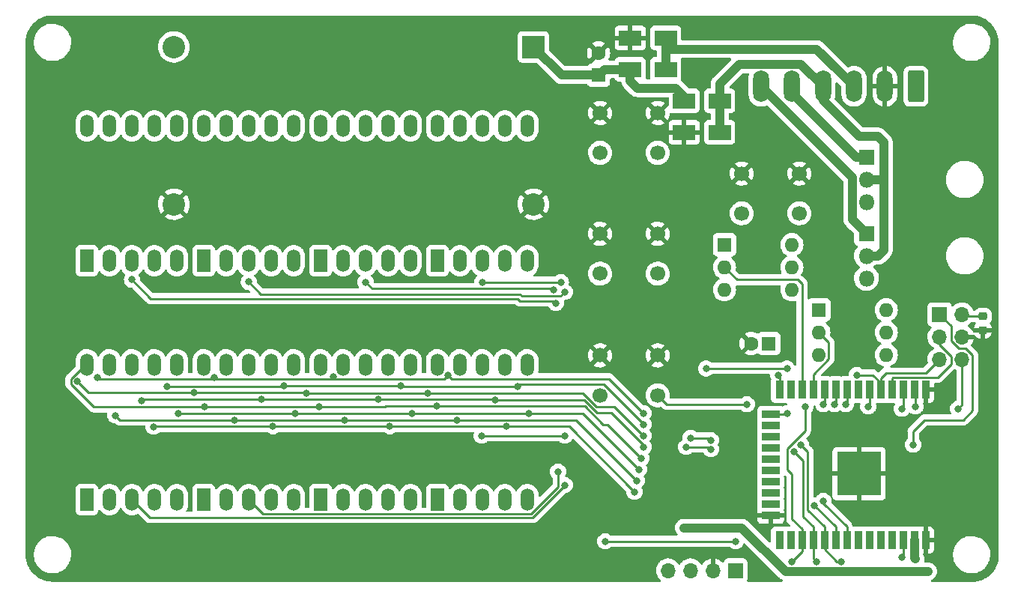
<source format=gbl>
%TF.GenerationSoftware,KiCad,Pcbnew,(6.0.0)*%
%TF.CreationDate,2022-03-13T19:16:45-04:00*%
%TF.ProjectId,esp23 i3 heat thermostat,65737032-3320-4693-9320-686561742074,rev?*%
%TF.SameCoordinates,Original*%
%TF.FileFunction,Copper,L2,Bot*%
%TF.FilePolarity,Positive*%
%FSLAX46Y46*%
G04 Gerber Fmt 4.6, Leading zero omitted, Abs format (unit mm)*
G04 Created by KiCad (PCBNEW (6.0.0)) date 2022-03-13 19:16:45*
%MOMM*%
%LPD*%
G01*
G04 APERTURE LIST*
G04 Aperture macros list*
%AMRoundRect*
0 Rectangle with rounded corners*
0 $1 Rounding radius*
0 $2 $3 $4 $5 $6 $7 $8 $9 X,Y pos of 4 corners*
0 Add a 4 corners polygon primitive as box body*
4,1,4,$2,$3,$4,$5,$6,$7,$8,$9,$2,$3,0*
0 Add four circle primitives for the rounded corners*
1,1,$1+$1,$2,$3*
1,1,$1+$1,$4,$5*
1,1,$1+$1,$6,$7*
1,1,$1+$1,$8,$9*
0 Add four rect primitives between the rounded corners*
20,1,$1+$1,$2,$3,$4,$5,0*
20,1,$1+$1,$4,$5,$6,$7,0*
20,1,$1+$1,$6,$7,$8,$9,0*
20,1,$1+$1,$8,$9,$2,$3,0*%
G04 Aperture macros list end*
%TA.AperFunction,ComponentPad*%
%ADD10R,1.700000X1.700000*%
%TD*%
%TA.AperFunction,ComponentPad*%
%ADD11O,1.700000X1.700000*%
%TD*%
%TA.AperFunction,ComponentPad*%
%ADD12R,1.524000X2.524000*%
%TD*%
%TA.AperFunction,ComponentPad*%
%ADD13O,1.524000X2.524000*%
%TD*%
%TA.AperFunction,ComponentPad*%
%ADD14RoundRect,0.250000X0.650000X1.550000X-0.650000X1.550000X-0.650000X-1.550000X0.650000X-1.550000X0*%
%TD*%
%TA.AperFunction,ComponentPad*%
%ADD15O,1.800000X3.600000*%
%TD*%
%TA.AperFunction,ComponentPad*%
%ADD16C,1.700000*%
%TD*%
%TA.AperFunction,ComponentPad*%
%ADD17R,1.600000X1.600000*%
%TD*%
%TA.AperFunction,ComponentPad*%
%ADD18O,1.600000X1.600000*%
%TD*%
%TA.AperFunction,ComponentPad*%
%ADD19R,1.800000X1.800000*%
%TD*%
%TA.AperFunction,ComponentPad*%
%ADD20O,1.800000X1.800000*%
%TD*%
%TA.AperFunction,ComponentPad*%
%ADD21C,1.600000*%
%TD*%
%TA.AperFunction,SMDPad,CuDef*%
%ADD22R,2.500000X1.800000*%
%TD*%
%TA.AperFunction,SMDPad,CuDef*%
%ADD23R,0.900000X2.000000*%
%TD*%
%TA.AperFunction,SMDPad,CuDef*%
%ADD24R,2.000000X0.900000*%
%TD*%
%TA.AperFunction,SMDPad,CuDef*%
%ADD25R,5.000000X5.000000*%
%TD*%
%TA.AperFunction,ComponentPad*%
%ADD26R,2.540000X2.540000*%
%TD*%
%TA.AperFunction,ComponentPad*%
%ADD27C,2.540000*%
%TD*%
%TA.AperFunction,SMDPad,CuDef*%
%ADD28RoundRect,0.225000X-0.250000X0.225000X-0.250000X-0.225000X0.250000X-0.225000X0.250000X0.225000X0*%
%TD*%
%TA.AperFunction,ViaPad*%
%ADD29C,0.800000*%
%TD*%
%TA.AperFunction,Conductor*%
%ADD30C,0.250000*%
%TD*%
%TA.AperFunction,Conductor*%
%ADD31C,1.000000*%
%TD*%
G04 APERTURE END LIST*
D10*
%TO.P,J2,1,Pin_1*%
%TO.N,+3V3*%
X130800000Y-111252000D03*
D11*
%TO.P,J2,2,Pin_2*%
%TO.N,GND*%
X128260000Y-111252000D03*
%TO.P,J2,3,Pin_3*%
%TO.N,/ESP_IO22*%
X125720000Y-111252000D03*
%TO.P,J2,4,Pin_4*%
%TO.N,/ESP_IO21*%
X123180000Y-111252000D03*
%TD*%
D12*
%TO.P,LED7,1,e*%
%TO.N,/E*%
X97100000Y-76240000D03*
D13*
%TO.P,LED7,2,d*%
%TO.N,/D*%
X99640000Y-76240000D03*
%TO.P,LED7,3,C.K.*%
%TO.N,/D5*%
X102180000Y-76240000D03*
%TO.P,LED7,4,c*%
%TO.N,/C*%
X104720000Y-76240000D03*
%TO.P,LED7,5,DP*%
%TO.N,/DP*%
X107260000Y-76240000D03*
%TO.P,LED7,6,b*%
%TO.N,/B*%
X107260000Y-61000000D03*
%TO.P,LED7,7,a*%
%TO.N,/A*%
X104720000Y-61000000D03*
%TO.P,LED7,8,C.K.*%
%TO.N,/D5*%
X102180000Y-61000000D03*
%TO.P,LED7,9,f*%
%TO.N,/F*%
X99640000Y-61000000D03*
%TO.P,LED7,10,g*%
%TO.N,/G*%
X97100000Y-61000000D03*
%TD*%
D14*
%TO.P,J1,1,Pin_1*%
%TO.N,+5V*%
X151189000Y-56526500D03*
D15*
%TO.P,J1,2,Pin_2*%
%TO.N,GND*%
X147689000Y-56526500D03*
%TO.P,J1,3,Pin_3*%
%TO.N,/common*%
X144189000Y-56526500D03*
%TO.P,J1,4,Pin_4*%
%TO.N,/Hot*%
X140689000Y-56526500D03*
%TO.P,J1,5,Pin_5*%
%TO.N,/Heat*%
X137189000Y-56526500D03*
%TO.P,J1,6,Pin_6*%
%TO.N,/Fan*%
X133689000Y-56526500D03*
%TD*%
D16*
%TO.P,SW4,1,1*%
%TO.N,GND*%
X115500000Y-59550000D03*
%TO.P,SW4,2,2*%
X122000000Y-59550000D03*
%TO.P,SW4,3,K*%
%TO.N,/ESP_IO25*%
X115500000Y-64050000D03*
%TO.P,SW4,4,A*%
X122000000Y-64050000D03*
%TD*%
D17*
%TO.P,U2,1*%
%TO.N,Net-(R4-Pad2)*%
X129550000Y-74437000D03*
D18*
%TO.P,U2,2*%
%TO.N,/ESP_IO16*%
X129550000Y-76977000D03*
%TO.P,U2,3,NC*%
%TO.N,unconnected-(U2-Pad3)*%
X129550000Y-79517000D03*
%TO.P,U2,4*%
%TO.N,Net-(Q1-Pad3)*%
X137170000Y-79517000D03*
%TO.P,U2,5,NC*%
%TO.N,unconnected-(U2-Pad5)*%
X137170000Y-76977000D03*
%TO.P,U2,6*%
%TO.N,Net-(R6-Pad1)*%
X137170000Y-74437000D03*
%TD*%
D19*
%TO.P,Q2,1,A1*%
%TO.N,/Fan*%
X145604000Y-73152000D03*
D20*
%TO.P,Q2,2,A2*%
%TO.N,/Hot*%
X145604000Y-75692000D03*
%TO.P,Q2,3,G*%
%TO.N,Net-(Q2-Pad3)*%
X145604000Y-78232000D03*
%TD*%
D19*
%TO.P,Q1,1,A1*%
%TO.N,/Heat*%
X145604000Y-64516000D03*
D20*
%TO.P,Q1,2,A2*%
%TO.N,/Hot*%
X145604000Y-67056000D03*
%TO.P,Q1,3,G*%
%TO.N,Net-(Q1-Pad3)*%
X145604000Y-69596000D03*
%TD*%
D12*
%TO.P,LED6,1,e*%
%TO.N,/E*%
X83900000Y-103240000D03*
D13*
%TO.P,LED6,2,d*%
%TO.N,/D*%
X86440000Y-103240000D03*
%TO.P,LED6,3,C.K.*%
%TO.N,/D2*%
X88980000Y-103240000D03*
%TO.P,LED6,4,c*%
%TO.N,/C*%
X91520000Y-103240000D03*
%TO.P,LED6,5,DP*%
%TO.N,/DP*%
X94060000Y-103240000D03*
%TO.P,LED6,6,b*%
%TO.N,/B*%
X94060000Y-88000000D03*
%TO.P,LED6,7,a*%
%TO.N,/A*%
X91520000Y-88000000D03*
%TO.P,LED6,8,C.K.*%
%TO.N,/D2*%
X88980000Y-88000000D03*
%TO.P,LED6,9,f*%
%TO.N,/F*%
X86440000Y-88000000D03*
%TO.P,LED6,10,g*%
%TO.N,/G*%
X83900000Y-88000000D03*
%TD*%
D17*
%TO.P,U3,1*%
%TO.N,Net-(R5-Pad2)*%
X140218000Y-81803000D03*
D18*
%TO.P,U3,2*%
%TO.N,/ESP_IO17*%
X140218000Y-84343000D03*
%TO.P,U3,3,NC*%
%TO.N,unconnected-(U3-Pad3)*%
X140218000Y-86883000D03*
%TO.P,U3,4*%
%TO.N,Net-(Q2-Pad3)*%
X147838000Y-86883000D03*
%TO.P,U3,5,NC*%
%TO.N,unconnected-(U3-Pad5)*%
X147838000Y-84343000D03*
%TO.P,U3,6*%
%TO.N,Net-(R7-Pad1)*%
X147838000Y-81803000D03*
%TD*%
D12*
%TO.P,LED8,1,e*%
%TO.N,/E*%
X97100000Y-103240000D03*
D13*
%TO.P,LED8,2,d*%
%TO.N,/D*%
X99640000Y-103240000D03*
%TO.P,LED8,3,C.K.*%
%TO.N,/D1*%
X102180000Y-103240000D03*
%TO.P,LED8,4,c*%
%TO.N,/C*%
X104720000Y-103240000D03*
%TO.P,LED8,5,DP*%
%TO.N,/DP*%
X107260000Y-103240000D03*
%TO.P,LED8,6,b*%
%TO.N,/B*%
X107260000Y-88000000D03*
%TO.P,LED8,7,a*%
%TO.N,/A*%
X104720000Y-88000000D03*
%TO.P,LED8,8,C.K.*%
%TO.N,/D1*%
X102180000Y-88000000D03*
%TO.P,LED8,9,f*%
%TO.N,/F*%
X99640000Y-88000000D03*
%TO.P,LED8,10,g*%
%TO.N,/G*%
X97100000Y-88000000D03*
%TD*%
D12*
%TO.P,LED1,1,e*%
%TO.N,/E*%
X57500000Y-76240000D03*
D13*
%TO.P,LED1,2,d*%
%TO.N,/D*%
X60040000Y-76240000D03*
%TO.P,LED1,3,C.K.*%
%TO.N,/D8*%
X62580000Y-76240000D03*
%TO.P,LED1,4,c*%
%TO.N,/C*%
X65120000Y-76240000D03*
%TO.P,LED1,5,DP*%
%TO.N,/DP*%
X67660000Y-76240000D03*
%TO.P,LED1,6,b*%
%TO.N,/B*%
X67660000Y-61000000D03*
%TO.P,LED1,7,a*%
%TO.N,/A*%
X65120000Y-61000000D03*
%TO.P,LED1,8,C.K.*%
%TO.N,/D8*%
X62580000Y-61000000D03*
%TO.P,LED1,9,f*%
%TO.N,/F*%
X60040000Y-61000000D03*
%TO.P,LED1,10,g*%
%TO.N,/G*%
X57500000Y-61000000D03*
%TD*%
D12*
%TO.P,LED3,1,e*%
%TO.N,/E*%
X70700000Y-76240000D03*
D13*
%TO.P,LED3,2,d*%
%TO.N,/D*%
X73240000Y-76240000D03*
%TO.P,LED3,3,C.K.*%
%TO.N,/D7*%
X75780000Y-76240000D03*
%TO.P,LED3,4,c*%
%TO.N,/C*%
X78320000Y-76240000D03*
%TO.P,LED3,5,DP*%
%TO.N,/DP*%
X80860000Y-76240000D03*
%TO.P,LED3,6,b*%
%TO.N,/B*%
X80860000Y-61000000D03*
%TO.P,LED3,7,a*%
%TO.N,/A*%
X78320000Y-61000000D03*
%TO.P,LED3,8,C.K.*%
%TO.N,/D7*%
X75780000Y-61000000D03*
%TO.P,LED3,9,f*%
%TO.N,/F*%
X73240000Y-61000000D03*
%TO.P,LED3,10,g*%
%TO.N,/G*%
X70700000Y-61000000D03*
%TD*%
D16*
%TO.P,SW2,1,1*%
%TO.N,GND*%
X131500000Y-66380000D03*
%TO.P,SW2,2,2*%
X138000000Y-66380000D03*
%TO.P,SW2,3,K*%
%TO.N,/ESP_IO27*%
X131500000Y-70880000D03*
%TO.P,SW2,4,A*%
X138000000Y-70880000D03*
%TD*%
D12*
%TO.P,LED5,1,e*%
%TO.N,/E*%
X83900000Y-76240000D03*
D13*
%TO.P,LED5,2,d*%
%TO.N,/D*%
X86440000Y-76240000D03*
%TO.P,LED5,3,C.K.*%
%TO.N,/D6*%
X88980000Y-76240000D03*
%TO.P,LED5,4,c*%
%TO.N,/C*%
X91520000Y-76240000D03*
%TO.P,LED5,5,DP*%
%TO.N,/DP*%
X94060000Y-76240000D03*
%TO.P,LED5,6,b*%
%TO.N,/B*%
X94060000Y-61000000D03*
%TO.P,LED5,7,a*%
%TO.N,/A*%
X91520000Y-61000000D03*
%TO.P,LED5,8,C.K.*%
%TO.N,/D6*%
X88980000Y-61000000D03*
%TO.P,LED5,9,f*%
%TO.N,/F*%
X86440000Y-61000000D03*
%TO.P,LED5,10,g*%
%TO.N,/G*%
X83900000Y-61000000D03*
%TD*%
D12*
%TO.P,LED2,1,e*%
%TO.N,/E*%
X57500000Y-103240000D03*
D13*
%TO.P,LED2,2,d*%
%TO.N,/D*%
X60040000Y-103240000D03*
%TO.P,LED2,3,C.K.*%
%TO.N,/D4*%
X62580000Y-103240000D03*
%TO.P,LED2,4,c*%
%TO.N,/C*%
X65120000Y-103240000D03*
%TO.P,LED2,5,DP*%
%TO.N,/DP*%
X67660000Y-103240000D03*
%TO.P,LED2,6,b*%
%TO.N,/B*%
X67660000Y-88000000D03*
%TO.P,LED2,7,a*%
%TO.N,/A*%
X65120000Y-88000000D03*
%TO.P,LED2,8,C.K.*%
%TO.N,/D4*%
X62580000Y-88000000D03*
%TO.P,LED2,9,f*%
%TO.N,/F*%
X60040000Y-88000000D03*
%TO.P,LED2,10,g*%
%TO.N,/G*%
X57500000Y-88000000D03*
%TD*%
D12*
%TO.P,LED4,1,e*%
%TO.N,/E*%
X70700000Y-103240000D03*
D13*
%TO.P,LED4,2,d*%
%TO.N,/D*%
X73240000Y-103240000D03*
%TO.P,LED4,3,C.K.*%
%TO.N,/D3*%
X75780000Y-103240000D03*
%TO.P,LED4,4,c*%
%TO.N,/C*%
X78320000Y-103240000D03*
%TO.P,LED4,5,DP*%
%TO.N,/DP*%
X80860000Y-103240000D03*
%TO.P,LED4,6,b*%
%TO.N,/B*%
X80860000Y-88000000D03*
%TO.P,LED4,7,a*%
%TO.N,/A*%
X78320000Y-88000000D03*
%TO.P,LED4,8,C.K.*%
%TO.N,/D3*%
X75780000Y-88000000D03*
%TO.P,LED4,9,f*%
%TO.N,/F*%
X73240000Y-88000000D03*
%TO.P,LED4,10,g*%
%TO.N,/G*%
X70700000Y-88000000D03*
%TD*%
D16*
%TO.P,SW3,1,1*%
%TO.N,GND*%
X115500000Y-73200000D03*
%TO.P,SW3,2,2*%
X122000000Y-73200000D03*
%TO.P,SW3,3,K*%
%TO.N,/ESP_IO26*%
X115500000Y-77700000D03*
%TO.P,SW3,4,A*%
X122000000Y-77700000D03*
%TD*%
D21*
%TO.P,C5,2*%
%TO.N,GND*%
X115316000Y-52763395D03*
D17*
%TO.P,C5,1*%
%TO.N,+24V*%
X115316000Y-55263395D03*
%TD*%
D16*
%TO.P,SW5,1,1*%
%TO.N,GND*%
X115500000Y-86945000D03*
%TO.P,SW5,2,2*%
X122000000Y-86945000D03*
%TO.P,SW5,3,K*%
%TO.N,/ESP_IO23*%
X115500000Y-91445000D03*
%TO.P,SW5,4,A*%
X122000000Y-91445000D03*
%TD*%
D10*
%TO.P,J4,1,Pin_1*%
%TO.N,/ESP_EN*%
X153862000Y-82311000D03*
D11*
%TO.P,J4,2,Pin_2*%
%TO.N,+5V*%
X156402000Y-82311000D03*
%TO.P,J4,3,Pin_3*%
%TO.N,/ESP_IO1*%
X153862000Y-84851000D03*
%TO.P,J4,4,Pin_4*%
%TO.N,GND*%
X156402000Y-84851000D03*
%TO.P,J4,5,Pin_5*%
%TO.N,/ESP_IO3*%
X153862000Y-87391000D03*
%TO.P,J4,6,Pin_6*%
%TO.N,/ESP_IO0*%
X156402000Y-87391000D03*
%TD*%
D17*
%TO.P,C6,1*%
%TO.N,+3V3*%
X134559113Y-85598000D03*
D21*
%TO.P,C6,2*%
%TO.N,GND*%
X132559113Y-85598000D03*
%TD*%
D22*
%TO.P,D3,1,K*%
%TO.N,+24V*%
X125000000Y-58166000D03*
%TO.P,D3,2,A*%
%TO.N,/Hot*%
X129000000Y-58166000D03*
%TD*%
%TO.P,D6,1,K*%
%TO.N,/common*%
X122904000Y-51054000D03*
%TO.P,D6,2,A*%
%TO.N,GND*%
X118904000Y-51054000D03*
%TD*%
%TO.P,D5,1,K*%
%TO.N,/Hot*%
X129000000Y-61722000D03*
%TO.P,D5,2,A*%
%TO.N,GND*%
X125000000Y-61722000D03*
%TD*%
D23*
%TO.P,U4,1,GND*%
%TO.N,GND*%
X152273000Y-107814000D03*
%TO.P,U4,2,VDD*%
%TO.N,+3V3*%
X151003000Y-107814000D03*
%TO.P,U4,3,EN*%
%TO.N,/ESP_EN*%
X149733000Y-107814000D03*
%TO.P,U4,4,SENSOR_VP*%
%TO.N,/ESP_IO36*%
X148463000Y-107814000D03*
%TO.P,U4,5,SENSOR_VN*%
%TO.N,/ESP_IO39*%
X147193000Y-107814000D03*
%TO.P,U4,6,IO34*%
%TO.N,/ESP_IO34*%
X145923000Y-107814000D03*
%TO.P,U4,7,IO35*%
%TO.N,/ESP_IO35*%
X144653000Y-107814000D03*
%TO.P,U4,8,IO32*%
%TO.N,/ESP_IO32*%
X143383000Y-107814000D03*
%TO.P,U4,9,IO33*%
%TO.N,/ESP_IO33*%
X142113000Y-107814000D03*
%TO.P,U4,10,IO25*%
%TO.N,/ESP_IO25*%
X140843000Y-107814000D03*
%TO.P,U4,11,IO26*%
%TO.N,/ESP_IO26*%
X139573000Y-107814000D03*
%TO.P,U4,12,IO27*%
%TO.N,/ESP_IO27*%
X138303000Y-107814000D03*
%TO.P,U4,13,IO14*%
%TO.N,/ESP_IO14*%
X137033000Y-107814000D03*
%TO.P,U4,14,IO12*%
%TO.N,/ESP_IO12*%
X135763000Y-107814000D03*
D24*
%TO.P,U4,15,GND*%
%TO.N,GND*%
X134763000Y-105029000D03*
%TO.P,U4,16,IO13*%
%TO.N,/ESP_IO13*%
X134763000Y-103759000D03*
%TO.P,U4,17,SHD/SD2*%
%TO.N,unconnected-(U4-Pad17)*%
X134763000Y-102489000D03*
%TO.P,U4,18,SWP/SD3*%
%TO.N,unconnected-(U4-Pad18)*%
X134763000Y-101219000D03*
%TO.P,U4,19,SCS/CMD*%
%TO.N,unconnected-(U4-Pad19)*%
X134763000Y-99949000D03*
%TO.P,U4,20,SCK/CLK*%
%TO.N,unconnected-(U4-Pad20)*%
X134763000Y-98679000D03*
%TO.P,U4,21,SDO/SD0*%
%TO.N,unconnected-(U4-Pad21)*%
X134763000Y-97409000D03*
%TO.P,U4,22,SDI/SD1*%
%TO.N,unconnected-(U4-Pad22)*%
X134763000Y-96139000D03*
%TO.P,U4,23,IO15*%
%TO.N,/ESP_IO15*%
X134763000Y-94869000D03*
%TO.P,U4,24,IO2*%
%TO.N,/ESP_IO2*%
X134763000Y-93599000D03*
D23*
%TO.P,U4,25,IO0*%
%TO.N,/ESP_IO0*%
X135763000Y-90814000D03*
%TO.P,U4,26,IO4*%
%TO.N,/ESP_IO4*%
X137033000Y-90814000D03*
%TO.P,U4,27,IO16*%
%TO.N,/ESP_IO16*%
X138303000Y-90814000D03*
%TO.P,U4,28,IO17*%
%TO.N,/ESP_IO17*%
X139573000Y-90814000D03*
%TO.P,U4,29,IO5*%
%TO.N,/ESP_IO5*%
X140843000Y-90814000D03*
%TO.P,U4,30,IO18*%
%TO.N,/ESP_IO18*%
X142113000Y-90814000D03*
%TO.P,U4,31,IO19*%
%TO.N,/ESP_IO19*%
X143383000Y-90814000D03*
%TO.P,U4,32,NC*%
%TO.N,unconnected-(U4-Pad32)*%
X144653000Y-90814000D03*
%TO.P,U4,33,IO21*%
%TO.N,/ESP_IO21*%
X145923000Y-90814000D03*
%TO.P,U4,34,RXD0/IO3*%
%TO.N,/ESP_IO3*%
X147193000Y-90814000D03*
%TO.P,U4,35,TXD0/IO1*%
%TO.N,/ESP_IO1*%
X148463000Y-90814000D03*
%TO.P,U4,36,IO22*%
%TO.N,/ESP_IO22*%
X149733000Y-90814000D03*
%TO.P,U4,37,IO23*%
%TO.N,/ESP_IO23*%
X151003000Y-90814000D03*
%TO.P,U4,38,GND*%
%TO.N,GND*%
X152273000Y-90814000D03*
D25*
%TO.P,U4,39,GND*%
X144773000Y-100314000D03*
%TD*%
D22*
%TO.P,D4,1,K*%
%TO.N,+24V*%
X118904000Y-54610000D03*
%TO.P,D4,2,A*%
%TO.N,/common*%
X122904000Y-54610000D03*
%TD*%
D26*
%TO.P,U6,1,Vin*%
%TO.N,+24V*%
X107950000Y-52070000D03*
D27*
%TO.P,U6,2,GND*%
%TO.N,GND*%
X107950000Y-69850000D03*
%TO.P,U6,3,GND*%
X67310000Y-69850000D03*
%TO.P,U6,4,Vout*%
%TO.N,+5V*%
X67310000Y-52070000D03*
%TD*%
D28*
%TO.P,C7,2*%
%TO.N,GND*%
X158750000Y-84087000D03*
%TO.P,C7,1*%
%TO.N,+5V*%
X158750000Y-82537000D03*
%TD*%
D29*
%TO.N,+5V*%
X124968000Y-106426000D03*
X152552400Y-111353600D03*
%TO.N,GND*%
X145034000Y-103886000D03*
X143256000Y-103886000D03*
X115316000Y-103378000D03*
X111252000Y-104140000D03*
X115316000Y-104394000D03*
X146558000Y-103886000D03*
X131318000Y-94488000D03*
X153162000Y-96774000D03*
X153212800Y-103022400D03*
X151892000Y-104140000D03*
X130302000Y-90424000D03*
X130302000Y-103124000D03*
X153670000Y-98044000D03*
%TO.N,/ESP_EN*%
X150876000Y-97028000D03*
X149606000Y-109728000D03*
%TO.N,+3V3*%
X151130000Y-109941000D03*
%TO.N,/ESP_IO27*%
X137160000Y-110236000D03*
X138684000Y-92710000D03*
%TO.N,/ESP_IO26*%
X139954000Y-110236000D03*
X128016000Y-97536000D03*
X137414000Y-97790000D03*
X125222000Y-97282000D03*
%TO.N,/ESP_IO25*%
X128016000Y-96520000D03*
X138176000Y-97028000D03*
X125730000Y-96266000D03*
X142748000Y-110236000D03*
%TO.N,/ESP_IO23*%
X151130000Y-92710000D03*
X132080000Y-92456000D03*
%TO.N,/ESP_IO22*%
X149606000Y-92964000D03*
%TO.N,/ESP_IO21*%
X145796000Y-92710000D03*
%TO.N,/ESP_IO3*%
X127470511Y-88429489D03*
X136614511Y-88429489D03*
X144526000Y-89154000D03*
%TO.N,/ESP_IO0*%
X135636000Y-89154000D03*
X155956000Y-92964000D03*
%TO.N,/G*%
X120142000Y-98552000D03*
X97066969Y-92671031D03*
X83770009Y-92759991D03*
X70816009Y-92759991D03*
%TO.N,/F*%
X86614000Y-94234000D03*
X99314000Y-94234000D03*
X74168000Y-94234000D03*
X119634000Y-101092000D03*
X60706000Y-93726000D03*
%TO.N,/D8*%
X62580000Y-78390000D03*
X110490000Y-81026000D03*
%TO.N,/A*%
X65024000Y-94996000D03*
X78523489Y-94958511D03*
X119380000Y-102362000D03*
X91731489Y-94958511D03*
X104939489Y-94958511D03*
%TO.N,/B*%
X119888000Y-99822000D03*
X67830502Y-93484502D03*
X94221498Y-93484502D03*
X107429498Y-93484502D03*
X81013498Y-93484502D03*
%TO.N,/DP*%
X66548000Y-90424000D03*
X106173480Y-90422520D03*
X120396000Y-94742000D03*
X92973480Y-90414520D03*
X79773480Y-90406520D03*
%TO.N,/C*%
X120396000Y-97282000D03*
X103633480Y-91946520D03*
X77233480Y-91930520D03*
X90433480Y-91938520D03*
X63666520Y-92035480D03*
%TO.N,/D*%
X85353480Y-89398520D03*
X71882000Y-89408000D03*
X58674000Y-89408000D03*
X98298000Y-89154000D03*
X120396000Y-93472000D03*
%TO.N,/E*%
X82296000Y-91186000D03*
X69613480Y-91168520D03*
X96013480Y-91184520D03*
X120396000Y-96012000D03*
X56413480Y-89890520D03*
%TO.N,/D5*%
X102180000Y-78668000D03*
X111070000Y-78668000D03*
%TO.N,/D7*%
X75780000Y-78652000D03*
X111506000Y-79756000D03*
%TO.N,/D4*%
X111506000Y-101600000D03*
%TO.N,/D6*%
X110236000Y-79502000D03*
X88980000Y-78660000D03*
%TO.N,/D3*%
X110744000Y-100076000D03*
%TO.N,/ESP_IO2*%
X136652000Y-93472000D03*
%TO.N,/ESP_IO32*%
X140716000Y-103378000D03*
%TO.N,/ESP_IO33*%
X139700000Y-103886000D03*
%TO.N,/ESP_IO19*%
X143256000Y-92456000D03*
%TO.N,/D1*%
X111506000Y-96012000D03*
X102108000Y-96012000D03*
%TO.N,/ESP_IO5*%
X140716000Y-92456000D03*
X130810000Y-107950000D03*
X116078000Y-107950000D03*
%TO.N,/ESP_IO18*%
X141986000Y-92456000D03*
%TD*%
D30*
%TO.N,/ESP_EN*%
X150876000Y-95504000D02*
X150876000Y-97028000D01*
X152146000Y-94234000D02*
X150876000Y-95504000D01*
X156514800Y-94234000D02*
X152146000Y-94234000D01*
X157581600Y-93167200D02*
X156514800Y-94234000D01*
X157581600Y-86909590D02*
X157581600Y-93167200D01*
X156778010Y-86106000D02*
X157581600Y-86909590D01*
X155995990Y-86106000D02*
X156778010Y-86106000D01*
X155194000Y-85304010D02*
X155995990Y-86106000D01*
X155194000Y-83643000D02*
X155194000Y-85304010D01*
X153862000Y-82311000D02*
X155194000Y-83643000D01*
%TO.N,/ESP_IO0*%
X156402000Y-87391000D02*
X156402000Y-92518000D01*
X156402000Y-92518000D02*
X155956000Y-92964000D01*
D31*
%TO.N,/common*%
X123088400Y-52324000D02*
X122904000Y-52508400D01*
X139986500Y-52324000D02*
X123088400Y-52324000D01*
X122904000Y-51054000D02*
X122904000Y-52508400D01*
X144189000Y-56526500D02*
X139986500Y-52324000D01*
X122904000Y-52508400D02*
X122904000Y-54610000D01*
%TO.N,/Heat*%
X137189000Y-57306000D02*
X137189000Y-56526500D01*
X144399000Y-64516000D02*
X137189000Y-57306000D01*
X145604000Y-64516000D02*
X144399000Y-64516000D01*
%TO.N,/Fan*%
X144004489Y-66841989D02*
X144004489Y-71552489D01*
X144004489Y-71552489D02*
X145604000Y-73152000D01*
X133689000Y-56526500D02*
X144004489Y-66841989D01*
%TO.N,/Hot*%
X147342200Y-67056000D02*
X145604000Y-67056000D01*
X147547000Y-67260800D02*
X147342200Y-67056000D01*
X147547000Y-67260800D02*
X147547000Y-70131000D01*
X147547000Y-62863400D02*
X147547000Y-67260800D01*
X144753000Y-62203000D02*
X146886600Y-62203000D01*
X146886600Y-62203000D02*
X147547000Y-62863400D01*
X140689000Y-58139000D02*
X144753000Y-62203000D01*
X140689000Y-56526500D02*
X140689000Y-58139000D01*
%TO.N,+5V*%
X131525978Y-106426000D02*
X124968000Y-106426000D01*
X152552400Y-111353600D02*
X136453578Y-111353600D01*
D30*
X158750000Y-82537000D02*
X156628000Y-82537000D01*
D31*
X136453578Y-111353600D02*
X131525978Y-106426000D01*
D30*
X156628000Y-82537000D02*
X156402000Y-82311000D01*
%TO.N,/ESP_EN*%
X149733000Y-107814000D02*
X149733000Y-109601000D01*
X149733000Y-109601000D02*
X149606000Y-109728000D01*
D31*
%TO.N,+24V*%
X111143395Y-55263395D02*
X107950000Y-52070000D01*
X118904000Y-54610000D02*
X115969395Y-54610000D01*
X115969395Y-54610000D02*
X115316000Y-55263395D01*
X115316000Y-55263395D02*
X111143395Y-55263395D01*
X124045000Y-56735000D02*
X125000000Y-57690000D01*
X118904000Y-54610000D02*
X118904000Y-55912000D01*
X125000000Y-57690000D02*
X125000000Y-58166000D01*
X119727000Y-56735000D02*
X124045000Y-56735000D01*
X118904000Y-55912000D02*
X119727000Y-56735000D01*
%TO.N,+3V3*%
X151003000Y-107814000D02*
X151003000Y-109814000D01*
X151130000Y-109941000D02*
X151003000Y-109814000D01*
D30*
%TO.N,/ESP_IO27*%
X138303000Y-107814000D02*
X138303000Y-106553000D01*
X138303000Y-109093000D02*
X137160000Y-110236000D01*
X138684000Y-95495386D02*
X138684000Y-92710000D01*
X136689489Y-97489897D02*
X138684000Y-95495386D01*
X136689489Y-99859489D02*
X136689489Y-97489897D01*
X137160000Y-105410000D02*
X137160000Y-100330000D01*
X138303000Y-107814000D02*
X138303000Y-109093000D01*
X138303000Y-106553000D02*
X137160000Y-105410000D01*
X137160000Y-100330000D02*
X136689489Y-99859489D01*
%TO.N,/ESP_IO26*%
X127762000Y-97282000D02*
X128016000Y-97536000D01*
X138430000Y-98806000D02*
X137414000Y-97790000D01*
X139573000Y-107814000D02*
X139573000Y-106299000D01*
X139573000Y-106299000D02*
X138430000Y-105156000D01*
X125222000Y-97282000D02*
X127762000Y-97282000D01*
X139573000Y-109855000D02*
X139954000Y-110236000D01*
X139573000Y-107814000D02*
X139573000Y-109855000D01*
X138430000Y-105156000D02*
X138430000Y-98806000D01*
%TO.N,/ESP_IO25*%
X140843000Y-106299000D02*
X138975489Y-104431489D01*
X125730000Y-96266000D02*
X127762000Y-96266000D01*
X140843000Y-108839000D02*
X142240000Y-110236000D01*
X140843000Y-107814000D02*
X140843000Y-106299000D01*
X140843000Y-107814000D02*
X140843000Y-108839000D01*
X138975489Y-97827489D02*
X138176000Y-97028000D01*
X127762000Y-96266000D02*
X128016000Y-96520000D01*
X138975489Y-104431489D02*
X138975489Y-97827489D01*
X142240000Y-110236000D02*
X142748000Y-110236000D01*
%TO.N,/ESP_IO23*%
X132080000Y-92456000D02*
X123011000Y-92456000D01*
X123011000Y-92456000D02*
X122000000Y-91445000D01*
X151130000Y-90941000D02*
X151003000Y-90814000D01*
X151130000Y-92710000D02*
X151130000Y-90941000D01*
%TO.N,/ESP_IO16*%
X138303000Y-90814000D02*
X138303000Y-78867000D01*
X137828489Y-78392489D02*
X130965489Y-78392489D01*
X130965489Y-78392489D02*
X129550000Y-76977000D01*
X138303000Y-78867000D02*
X137828489Y-78392489D01*
%TO.N,/ESP_IO17*%
X139573000Y-89118300D02*
X141342511Y-87348789D01*
X141342511Y-85467511D02*
X140218000Y-84343000D01*
X141342511Y-87348789D02*
X141342511Y-85467511D01*
X139573000Y-90814000D02*
X139573000Y-89118300D01*
D31*
%TO.N,/Hot*%
X131239020Y-54026980D02*
X138189480Y-54026980D01*
X129000000Y-58166000D02*
X129000000Y-56266000D01*
X129000000Y-56266000D02*
X131239020Y-54026980D01*
X147547000Y-75021792D02*
X146876792Y-75692000D01*
X129000000Y-61722000D02*
X129000000Y-58166000D01*
X147547000Y-75021792D02*
X147547000Y-70131000D01*
X146876792Y-75692000D02*
X145604000Y-75692000D01*
X138189480Y-54026980D02*
X140689000Y-56526500D01*
%TO.N,/common*%
X144189000Y-56526500D02*
X140489960Y-52827460D01*
D30*
%TO.N,/ESP_IO22*%
X149733000Y-90814000D02*
X149733000Y-92837000D01*
X149733000Y-92837000D02*
X149606000Y-92964000D01*
%TO.N,/ESP_IO21*%
X145923000Y-90814000D02*
X145923000Y-92583000D01*
X145923000Y-92583000D02*
X145796000Y-92710000D01*
%TO.N,/ESP_IO1*%
X148619000Y-89408000D02*
X153670000Y-89408000D01*
X155194000Y-87884000D02*
X155194000Y-87061990D01*
X148463000Y-90814000D02*
X148463000Y-89564000D01*
X153862000Y-85729990D02*
X153862000Y-84851000D01*
X155194000Y-87061990D02*
X153862000Y-85729990D01*
X148463000Y-89564000D02*
X148619000Y-89408000D01*
X153670000Y-89408000D02*
X155194000Y-87884000D01*
%TO.N,/ESP_IO3*%
X136614511Y-88429489D02*
X127470511Y-88429489D01*
X147193000Y-89564000D02*
X147193000Y-90814000D01*
X153862000Y-87391000D02*
X152294520Y-88958480D01*
X147193000Y-90814000D02*
X147193000Y-90043000D01*
X147193000Y-90043000D02*
X146304000Y-89154000D01*
X152294520Y-88958480D02*
X147798520Y-88958480D01*
X146304000Y-89154000D02*
X144526000Y-89154000D01*
X147798520Y-88958480D02*
X147193000Y-89564000D01*
%TO.N,/ESP_IO0*%
X135763000Y-90814000D02*
X135763000Y-89281000D01*
X135763000Y-89281000D02*
X135636000Y-89154000D01*
%TO.N,/G*%
X97066969Y-92671031D02*
X91291565Y-92671031D01*
X55688969Y-89590417D02*
X57279386Y-88000000D01*
X57279386Y-88000000D02*
X57500000Y-88000000D01*
X91202605Y-92759991D02*
X83770009Y-92759991D01*
X70816009Y-92759991D02*
X58258337Y-92759991D01*
X55688969Y-90190623D02*
X55688969Y-89590417D01*
X91291565Y-92671031D02*
X91202605Y-92759991D01*
X116332000Y-94742000D02*
X120142000Y-98552000D01*
X115822565Y-94742000D02*
X116332000Y-94742000D01*
X113751595Y-92671031D02*
X115822565Y-94742000D01*
X83770009Y-92759991D02*
X70816009Y-92759991D01*
X58258337Y-92759991D02*
X55688969Y-90190623D01*
X97066969Y-92671031D02*
X113751595Y-92671031D01*
%TO.N,/F*%
X99314000Y-94234000D02*
X91694000Y-94234000D01*
X74168000Y-94234000D02*
X61214000Y-94234000D01*
X112776000Y-94234000D02*
X99314000Y-94234000D01*
X61214000Y-94234000D02*
X60706000Y-93726000D01*
X119634000Y-101092000D02*
X112776000Y-94234000D01*
X91694000Y-94234000D02*
X86614000Y-94234000D01*
X86614000Y-94234000D02*
X74168000Y-94234000D01*
%TO.N,/D8*%
X106426000Y-80772000D02*
X110236000Y-80772000D01*
X64708000Y-80518000D02*
X106172000Y-80518000D01*
X106172000Y-80518000D02*
X106426000Y-80772000D01*
X62580000Y-78390000D02*
X64708000Y-80518000D01*
X110236000Y-80772000D02*
X110490000Y-81026000D01*
%TO.N,/A*%
X78523489Y-94958511D02*
X65061489Y-94958511D01*
X91731489Y-94958511D02*
X78523489Y-94958511D01*
X104939489Y-94958511D02*
X91731489Y-94958511D01*
X65061489Y-94958511D02*
X65024000Y-94996000D01*
X119380000Y-102362000D02*
X111976511Y-94958511D01*
X111976511Y-94958511D02*
X104939489Y-94958511D01*
%TO.N,/B*%
X107442000Y-93472000D02*
X107429498Y-93484502D01*
X81013498Y-93484502D02*
X67830502Y-93484502D01*
X107429498Y-93484502D02*
X94221498Y-93484502D01*
X119888000Y-99822000D02*
X113538000Y-93472000D01*
X113538000Y-93472000D02*
X107442000Y-93472000D01*
X94221498Y-93484502D02*
X81013498Y-93484502D01*
%TO.N,/DP*%
X79781480Y-90414520D02*
X92973480Y-90414520D01*
X92973480Y-90414520D02*
X92981480Y-90422520D01*
X106426000Y-90170000D02*
X114554000Y-90170000D01*
X115886010Y-90170000D02*
X120396000Y-94679990D01*
X114554000Y-90170000D02*
X115886010Y-90170000D01*
X79773480Y-90406520D02*
X79781480Y-90414520D01*
X92981480Y-90422520D02*
X106173480Y-90422520D01*
X79756000Y-90424000D02*
X79773480Y-90406520D01*
X66548000Y-90424000D02*
X79756000Y-90424000D01*
X106173480Y-90422520D02*
X106426000Y-90170000D01*
X120396000Y-94679990D02*
X120396000Y-94742000D01*
%TO.N,/C*%
X120396000Y-97036614D02*
X116768245Y-93408859D01*
X120396000Y-97282000D02*
X120396000Y-97036614D01*
X103625480Y-91938520D02*
X103633480Y-91946520D01*
X115125141Y-93408859D02*
X113662802Y-91946520D01*
X116768245Y-93408859D02*
X115125141Y-93408859D01*
X77233480Y-91930520D02*
X90425480Y-91930520D01*
X113662802Y-91946520D02*
X103633480Y-91946520D01*
X63666520Y-92035480D02*
X63771480Y-91930520D01*
X90425480Y-91930520D02*
X90433480Y-91938520D01*
X63771480Y-91930520D02*
X77233480Y-91930520D01*
X90433480Y-91938520D02*
X103625480Y-91938520D01*
%TO.N,/D*%
X85541480Y-89586520D02*
X97865480Y-89586520D01*
X72060520Y-89586520D02*
X85165480Y-89586520D01*
X85353480Y-89398520D02*
X85541480Y-89586520D01*
X71703480Y-89586520D02*
X71882000Y-89408000D01*
X85165480Y-89586520D02*
X85353480Y-89398520D01*
X97865480Y-89586520D02*
X98298000Y-89154000D01*
X98298000Y-89154000D02*
X98730520Y-89586520D01*
X71882000Y-89408000D02*
X72060520Y-89586520D01*
X58852520Y-89586520D02*
X71703480Y-89586520D01*
X116510520Y-89586520D02*
X120396000Y-93472000D01*
X58674000Y-89408000D02*
X58852520Y-89586520D01*
X98730520Y-89586520D02*
X116510520Y-89586520D01*
%TO.N,/E*%
X82278520Y-91168520D02*
X82296000Y-91186000D01*
X57671471Y-91148511D02*
X69593471Y-91148511D01*
X96012000Y-91186000D02*
X96013480Y-91184520D01*
X69593471Y-91148511D02*
X69613480Y-91168520D01*
X117094000Y-92710000D02*
X115062000Y-92710000D01*
X82296000Y-91186000D02*
X96012000Y-91186000D01*
X56413480Y-89890520D02*
X57671471Y-91148511D01*
X69613480Y-91168520D02*
X82278520Y-91168520D01*
X115062000Y-92710000D02*
X113536520Y-91184520D01*
X113536520Y-91184520D02*
X96013480Y-91184520D01*
X120396000Y-96012000D02*
X117094000Y-92710000D01*
%TO.N,/D5*%
X102180000Y-78668000D02*
X111070000Y-78668000D01*
%TO.N,/D7*%
X106426000Y-80010000D02*
X106642511Y-80226511D01*
X106642511Y-80226511D02*
X111035489Y-80226511D01*
X77138000Y-80010000D02*
X106426000Y-80010000D01*
X111035489Y-80226511D02*
X111506000Y-79756000D01*
X75780000Y-78652000D02*
X77138000Y-80010000D01*
%TO.N,/D4*%
X111506000Y-101600000D02*
X111506000Y-101666288D01*
X64616040Y-105276040D02*
X62580000Y-103240000D01*
X107896248Y-105276040D02*
X64616040Y-105276040D01*
X111506000Y-101666288D02*
X107896248Y-105276040D01*
%TO.N,/D6*%
X89712511Y-79392511D02*
X106535489Y-79392511D01*
X110126511Y-79392511D02*
X110236000Y-79502000D01*
X88980000Y-78660000D02*
X89712511Y-79392511D01*
X106535489Y-79392511D02*
X110126511Y-79392511D01*
%TO.N,/D3*%
X77366520Y-104826520D02*
X75780000Y-103240000D01*
X107710051Y-104826520D02*
X77366520Y-104826520D01*
X110744000Y-100076000D02*
X110744000Y-101792571D01*
X110744000Y-101792571D02*
X107710051Y-104826520D01*
%TO.N,/ESP_IO2*%
X136525000Y-93599000D02*
X136652000Y-93472000D01*
X134763000Y-93599000D02*
X136525000Y-93599000D01*
%TO.N,/ESP_IO32*%
X140716000Y-103632000D02*
X140716000Y-103378000D01*
X143383000Y-107814000D02*
X143383000Y-106299000D01*
X143383000Y-106299000D02*
X140716000Y-103632000D01*
%TO.N,/ESP_IO33*%
X142113000Y-107814000D02*
X142113000Y-106299000D01*
X142113000Y-106299000D02*
X139700000Y-103886000D01*
%TO.N,/ESP_IO19*%
X143383000Y-90814000D02*
X143383000Y-92329000D01*
X143383000Y-92329000D02*
X143256000Y-92456000D01*
%TO.N,/D1*%
X111506000Y-96012000D02*
X102108000Y-96012000D01*
%TO.N,/ESP_IO5*%
X140843000Y-92329000D02*
X140716000Y-92456000D01*
X116078000Y-107950000D02*
X130810000Y-107950000D01*
X140843000Y-90814000D02*
X140843000Y-92329000D01*
%TO.N,/ESP_IO18*%
X142113000Y-90814000D02*
X142113000Y-92329000D01*
X142113000Y-92329000D02*
X141986000Y-92456000D01*
%TD*%
%TA.AperFunction,Conductor*%
%TO.N,GND*%
G36*
X157450057Y-48515500D02*
G01*
X157464858Y-48517805D01*
X157464861Y-48517805D01*
X157473730Y-48519186D01*
X157482631Y-48518022D01*
X157482635Y-48518022D01*
X157492411Y-48516743D01*
X157515342Y-48515852D01*
X157792003Y-48530351D01*
X157805119Y-48531729D01*
X158107193Y-48579573D01*
X158120093Y-48582315D01*
X158415510Y-48661472D01*
X158428053Y-48665548D01*
X158713565Y-48775145D01*
X158725614Y-48780509D01*
X158998120Y-48919358D01*
X159009536Y-48925949D01*
X159266042Y-49092526D01*
X159276702Y-49100272D01*
X159509689Y-49288941D01*
X159514379Y-49292739D01*
X159524180Y-49301564D01*
X159740436Y-49517820D01*
X159749261Y-49527621D01*
X159940519Y-49763804D01*
X159941726Y-49765295D01*
X159949474Y-49775958D01*
X160051833Y-49933577D01*
X160116048Y-50032459D01*
X160122642Y-50043880D01*
X160261491Y-50316386D01*
X160266855Y-50328435D01*
X160376452Y-50613947D01*
X160380528Y-50626489D01*
X160436314Y-50834685D01*
X160459685Y-50921907D01*
X160462427Y-50934807D01*
X160510271Y-51236881D01*
X160511649Y-51249997D01*
X160524134Y-51488221D01*
X160525764Y-51519330D01*
X160524436Y-51545312D01*
X160524195Y-51546856D01*
X160524195Y-51546860D01*
X160522814Y-51555730D01*
X160523978Y-51564632D01*
X160523978Y-51564635D01*
X160526936Y-51587251D01*
X160528000Y-51603589D01*
X160528000Y-109440107D01*
X160527298Y-109453387D01*
X160523120Y-109492806D01*
X160526361Y-109510727D01*
X160528369Y-109533998D01*
X160528332Y-109539485D01*
X160526488Y-109812679D01*
X160525615Y-109826661D01*
X160489494Y-110131389D01*
X160487074Y-110145186D01*
X160417351Y-110444015D01*
X160413415Y-110457459D01*
X160310950Y-110746705D01*
X160305545Y-110759630D01*
X160171608Y-111035707D01*
X160164803Y-111047950D01*
X160001041Y-111307465D01*
X159992921Y-111318874D01*
X159859381Y-111485998D01*
X159801360Y-111558610D01*
X159792020Y-111569050D01*
X159575050Y-111786020D01*
X159564610Y-111795360D01*
X159324874Y-111986921D01*
X159313465Y-111995041D01*
X159053950Y-112158803D01*
X159041707Y-112165608D01*
X158765630Y-112299545D01*
X158752705Y-112304950D01*
X158463459Y-112407415D01*
X158450015Y-112411351D01*
X158151186Y-112481074D01*
X158137389Y-112483494D01*
X157832662Y-112519615D01*
X157818680Y-112520488D01*
X157547294Y-112522319D01*
X157521005Y-112519727D01*
X157520128Y-112519546D01*
X157520124Y-112519546D01*
X157511332Y-112517733D01*
X157478039Y-112520441D01*
X157463974Y-112521585D01*
X157453759Y-112522000D01*
X153008570Y-112522000D01*
X152940449Y-112501998D01*
X152893956Y-112448342D01*
X152883852Y-112378068D01*
X152913346Y-112313488D01*
X152949417Y-112284748D01*
X153107755Y-112200559D01*
X153113196Y-112197666D01*
X153212541Y-112116642D01*
X153261687Y-112076560D01*
X153261690Y-112076557D01*
X153266462Y-112072665D01*
X153274768Y-112062625D01*
X153388601Y-111925025D01*
X153388603Y-111925021D01*
X153392530Y-111920275D01*
X153486598Y-111746301D01*
X153545082Y-111557368D01*
X153550481Y-111506000D01*
X153565111Y-111366804D01*
X153565111Y-111366802D01*
X153565755Y-111360675D01*
X153547830Y-111163712D01*
X153534643Y-111118904D01*
X153513760Y-111047950D01*
X153491990Y-110973981D01*
X153482823Y-110956445D01*
X153403213Y-110804168D01*
X153400360Y-110798710D01*
X153276432Y-110644575D01*
X153124926Y-110517446D01*
X153119528Y-110514479D01*
X153119523Y-110514475D01*
X152957008Y-110425133D01*
X152957009Y-110425133D01*
X152951613Y-110422167D01*
X152945746Y-110420306D01*
X152945744Y-110420305D01*
X152768964Y-110364227D01*
X152768963Y-110364227D01*
X152763094Y-110362365D01*
X152609173Y-110345100D01*
X152231798Y-110345100D01*
X152163677Y-110325098D01*
X152117184Y-110271442D01*
X152107080Y-110201168D01*
X152111562Y-110181427D01*
X152121965Y-110148232D01*
X152123039Y-110138353D01*
X152142659Y-109957736D01*
X152142659Y-109957732D01*
X152143324Y-109951611D01*
X152126087Y-109754587D01*
X152124368Y-109748670D01*
X152124367Y-109748665D01*
X152084357Y-109610951D01*
X152083123Y-109606703D01*
X155370743Y-109606703D01*
X155371302Y-109610947D01*
X155371302Y-109610951D01*
X155382901Y-109699056D01*
X155408268Y-109891734D01*
X155409401Y-109895874D01*
X155409401Y-109895876D01*
X155430415Y-109972689D01*
X155484129Y-110169036D01*
X155485813Y-110172984D01*
X155592051Y-110422053D01*
X155596923Y-110433476D01*
X155607320Y-110450848D01*
X155726140Y-110649381D01*
X155744561Y-110680161D01*
X155924313Y-110904528D01*
X156132851Y-111102423D01*
X156366317Y-111270186D01*
X156370112Y-111272195D01*
X156370113Y-111272196D01*
X156391869Y-111283715D01*
X156620392Y-111404712D01*
X156735313Y-111446767D01*
X156866061Y-111494614D01*
X156890373Y-111503511D01*
X157171264Y-111564755D01*
X157199841Y-111567004D01*
X157394282Y-111582307D01*
X157394291Y-111582307D01*
X157396739Y-111582500D01*
X157552271Y-111582500D01*
X157554407Y-111582354D01*
X157554418Y-111582354D01*
X157762548Y-111568165D01*
X157762554Y-111568164D01*
X157766825Y-111567873D01*
X157771020Y-111567004D01*
X157771022Y-111567004D01*
X157907584Y-111538723D01*
X158048342Y-111509574D01*
X158319343Y-111413607D01*
X158574812Y-111281750D01*
X158578313Y-111279289D01*
X158578317Y-111279287D01*
X158751172Y-111157802D01*
X158810023Y-111116441D01*
X158933491Y-111001707D01*
X159017479Y-110923661D01*
X159017481Y-110923658D01*
X159020622Y-110920740D01*
X159202713Y-110698268D01*
X159352927Y-110453142D01*
X159356934Y-110444015D01*
X159466757Y-110193830D01*
X159468483Y-110189898D01*
X159477456Y-110158400D01*
X159519273Y-110011599D01*
X159547244Y-109913406D01*
X159577885Y-109698107D01*
X159587146Y-109633036D01*
X159587146Y-109633034D01*
X159587751Y-109628784D01*
X159587845Y-109610951D01*
X159589235Y-109345583D01*
X159589235Y-109345576D01*
X159589257Y-109341297D01*
X159587515Y-109328060D01*
X159566669Y-109169724D01*
X159551732Y-109056266D01*
X159475871Y-108778964D01*
X159413503Y-108632745D01*
X159364763Y-108518476D01*
X159364761Y-108518472D01*
X159363077Y-108514524D01*
X159247588Y-108321556D01*
X159217643Y-108271521D01*
X159217640Y-108271517D01*
X159215439Y-108267839D01*
X159035687Y-108043472D01*
X158827149Y-107845577D01*
X158593683Y-107677814D01*
X158571843Y-107666250D01*
X158417876Y-107584729D01*
X158339608Y-107543288D01*
X158069627Y-107444489D01*
X157788736Y-107383245D01*
X157757685Y-107380801D01*
X157565718Y-107365693D01*
X157565709Y-107365693D01*
X157563261Y-107365500D01*
X157407729Y-107365500D01*
X157405593Y-107365646D01*
X157405582Y-107365646D01*
X157197452Y-107379835D01*
X157197446Y-107379836D01*
X157193175Y-107380127D01*
X157188980Y-107380996D01*
X157188978Y-107380996D01*
X157057866Y-107408148D01*
X156911658Y-107438426D01*
X156640657Y-107534393D01*
X156599714Y-107555525D01*
X156543133Y-107584729D01*
X156385188Y-107666250D01*
X156381687Y-107668711D01*
X156381683Y-107668713D01*
X156371594Y-107675804D01*
X156149977Y-107831559D01*
X156134892Y-107845577D01*
X156022520Y-107950000D01*
X155939378Y-108027260D01*
X155757287Y-108249732D01*
X155607073Y-108494858D01*
X155491517Y-108758102D01*
X155412756Y-109034594D01*
X155372249Y-109319216D01*
X155372227Y-109323505D01*
X155372226Y-109323512D01*
X155370765Y-109602417D01*
X155370743Y-109606703D01*
X152083123Y-109606703D01*
X152070909Y-109564664D01*
X152034391Y-109494214D01*
X152025635Y-109477321D01*
X152011500Y-109419336D01*
X152011500Y-109356478D01*
X152014379Y-109329696D01*
X152019000Y-109308453D01*
X152019000Y-109303884D01*
X152527000Y-109303884D01*
X152531475Y-109319123D01*
X152532865Y-109320328D01*
X152540548Y-109321999D01*
X152767669Y-109321999D01*
X152774490Y-109321629D01*
X152825352Y-109316105D01*
X152840604Y-109312479D01*
X152961054Y-109267324D01*
X152976649Y-109258786D01*
X153078724Y-109182285D01*
X153091285Y-109169724D01*
X153167786Y-109067649D01*
X153176324Y-109052054D01*
X153221478Y-108931606D01*
X153225105Y-108916351D01*
X153230631Y-108865486D01*
X153231000Y-108858672D01*
X153231000Y-108086115D01*
X153226525Y-108070876D01*
X153225135Y-108069671D01*
X153217452Y-108068000D01*
X152545115Y-108068000D01*
X152529876Y-108072475D01*
X152528671Y-108073865D01*
X152527000Y-108081548D01*
X152527000Y-109303884D01*
X152019000Y-109303884D01*
X152019000Y-107541885D01*
X152527000Y-107541885D01*
X152531475Y-107557124D01*
X152532865Y-107558329D01*
X152540548Y-107560000D01*
X153212884Y-107560000D01*
X153228123Y-107555525D01*
X153229328Y-107554135D01*
X153230999Y-107546452D01*
X153230999Y-106769331D01*
X153230629Y-106762510D01*
X153225105Y-106711648D01*
X153221479Y-106696396D01*
X153176324Y-106575946D01*
X153167786Y-106560351D01*
X153091285Y-106458276D01*
X153078724Y-106445715D01*
X152976649Y-106369214D01*
X152961054Y-106360676D01*
X152840606Y-106315522D01*
X152825351Y-106311895D01*
X152774486Y-106306369D01*
X152767672Y-106306000D01*
X152545115Y-106306000D01*
X152529876Y-106310475D01*
X152528671Y-106311865D01*
X152527000Y-106319548D01*
X152527000Y-107541885D01*
X152019000Y-107541885D01*
X152019000Y-106324116D01*
X152014525Y-106308877D01*
X152013135Y-106307672D01*
X152005452Y-106306001D01*
X151778331Y-106306001D01*
X151771510Y-106306371D01*
X151720648Y-106311895D01*
X151705400Y-106315520D01*
X151682943Y-106323939D01*
X151612136Y-106329122D01*
X151594490Y-106323942D01*
X151563316Y-106312255D01*
X151501134Y-106305500D01*
X150504866Y-106305500D01*
X150442684Y-106312255D01*
X150412229Y-106323672D01*
X150341423Y-106328855D01*
X150323776Y-106323674D01*
X150293316Y-106312255D01*
X150231134Y-106305500D01*
X149234866Y-106305500D01*
X149172684Y-106312255D01*
X149142229Y-106323672D01*
X149071423Y-106328855D01*
X149053776Y-106323674D01*
X149023316Y-106312255D01*
X148961134Y-106305500D01*
X147964866Y-106305500D01*
X147902684Y-106312255D01*
X147872229Y-106323672D01*
X147801423Y-106328855D01*
X147783776Y-106323674D01*
X147753316Y-106312255D01*
X147691134Y-106305500D01*
X146694866Y-106305500D01*
X146632684Y-106312255D01*
X146602229Y-106323672D01*
X146531423Y-106328855D01*
X146513776Y-106323674D01*
X146483316Y-106312255D01*
X146421134Y-106305500D01*
X145424866Y-106305500D01*
X145362684Y-106312255D01*
X145332229Y-106323672D01*
X145261423Y-106328855D01*
X145243776Y-106323674D01*
X145213316Y-106312255D01*
X145151134Y-106305500D01*
X144154866Y-106305500D01*
X144151461Y-106305870D01*
X144151459Y-106305870D01*
X144150921Y-106305928D01*
X144150795Y-106305905D01*
X144148072Y-106306053D01*
X144148037Y-106305411D01*
X144081039Y-106293398D01*
X144029025Y-106245076D01*
X144013794Y-106202938D01*
X144013674Y-106199111D01*
X144011463Y-106191500D01*
X144011462Y-106191495D01*
X144008021Y-106179652D01*
X144004012Y-106160293D01*
X144003055Y-106152717D01*
X144001474Y-106140203D01*
X143998558Y-106132837D01*
X143998556Y-106132831D01*
X143985200Y-106099098D01*
X143981355Y-106087868D01*
X143971230Y-106053017D01*
X143971230Y-106053016D01*
X143969019Y-106045407D01*
X143958705Y-106027966D01*
X143950008Y-106010213D01*
X143945472Y-105998758D01*
X143942552Y-105991383D01*
X143916563Y-105955612D01*
X143910047Y-105945692D01*
X143891578Y-105914463D01*
X143887542Y-105907638D01*
X143873221Y-105893317D01*
X143860380Y-105878283D01*
X143860346Y-105878236D01*
X143848472Y-105861893D01*
X143814395Y-105833702D01*
X143805616Y-105825712D01*
X141646170Y-103666265D01*
X141612144Y-103603953D01*
X141609955Y-103564000D01*
X141628814Y-103384565D01*
X141629504Y-103378000D01*
X141623618Y-103321999D01*
X141610232Y-103194635D01*
X141610232Y-103194633D01*
X141609542Y-103188072D01*
X141607503Y-103181795D01*
X141606129Y-103175334D01*
X141607457Y-103175052D01*
X141605641Y-103111322D01*
X141642307Y-103050526D01*
X141678727Y-103032622D01*
X141639830Y-103042596D01*
X141572442Y-103020249D01*
X141572238Y-103020028D01*
X141713186Y-103020028D01*
X141776555Y-103027303D01*
X141828326Y-103067796D01*
X141904719Y-103169728D01*
X141917276Y-103182285D01*
X142019351Y-103258786D01*
X142034946Y-103267324D01*
X142155394Y-103312478D01*
X142170649Y-103316105D01*
X142221514Y-103321631D01*
X142228328Y-103322000D01*
X144500885Y-103322000D01*
X144516124Y-103317525D01*
X144517329Y-103316135D01*
X144519000Y-103308452D01*
X144519000Y-103303884D01*
X145027000Y-103303884D01*
X145031475Y-103319123D01*
X145032865Y-103320328D01*
X145040548Y-103321999D01*
X147317669Y-103321999D01*
X147324490Y-103321629D01*
X147375352Y-103316105D01*
X147390604Y-103312479D01*
X147511054Y-103267324D01*
X147526649Y-103258786D01*
X147628724Y-103182285D01*
X147641285Y-103169724D01*
X147717786Y-103067649D01*
X147726324Y-103052054D01*
X147771478Y-102931606D01*
X147775105Y-102916351D01*
X147780631Y-102865486D01*
X147781000Y-102858672D01*
X147781000Y-100586115D01*
X147776525Y-100570876D01*
X147775135Y-100569671D01*
X147767452Y-100568000D01*
X145045115Y-100568000D01*
X145029876Y-100572475D01*
X145028671Y-100573865D01*
X145027000Y-100581548D01*
X145027000Y-103303884D01*
X144519000Y-103303884D01*
X144519000Y-100586115D01*
X144514525Y-100570876D01*
X144513135Y-100569671D01*
X144505452Y-100568000D01*
X141783116Y-100568000D01*
X141767877Y-100572475D01*
X141766672Y-100573865D01*
X141765001Y-100581548D01*
X141765001Y-102858669D01*
X141765370Y-102865488D01*
X141769452Y-102903065D01*
X141756923Y-102972947D01*
X141713186Y-103020028D01*
X141572238Y-103020028D01*
X141535070Y-102979671D01*
X141458342Y-102846774D01*
X141458339Y-102846769D01*
X141455040Y-102841056D01*
X141327253Y-102699134D01*
X141228157Y-102627136D01*
X141178094Y-102590763D01*
X141178093Y-102590762D01*
X141172752Y-102586882D01*
X141166724Y-102584198D01*
X141166722Y-102584197D01*
X141004319Y-102511891D01*
X141004318Y-102511891D01*
X140998288Y-102509206D01*
X140904887Y-102489353D01*
X140817944Y-102470872D01*
X140817939Y-102470872D01*
X140811487Y-102469500D01*
X140620513Y-102469500D01*
X140614061Y-102470872D01*
X140614056Y-102470872D01*
X140527112Y-102489353D01*
X140433712Y-102509206D01*
X140427682Y-102511891D01*
X140427681Y-102511891D01*
X140265278Y-102584197D01*
X140265276Y-102584198D01*
X140259248Y-102586882D01*
X140253907Y-102590762D01*
X140253906Y-102590763D01*
X140203843Y-102627136D01*
X140104747Y-102699134D01*
X139976960Y-102841056D01*
X139940705Y-102903852D01*
X139932731Y-102917663D01*
X139881349Y-102966656D01*
X139811635Y-102980092D01*
X139807483Y-102979455D01*
X139801947Y-102978873D01*
X139795487Y-102977500D01*
X139734989Y-102977500D01*
X139666868Y-102957498D01*
X139620375Y-102903842D01*
X139608989Y-102851500D01*
X139608989Y-100041885D01*
X141765000Y-100041885D01*
X141769475Y-100057124D01*
X141770865Y-100058329D01*
X141778548Y-100060000D01*
X144500885Y-100060000D01*
X144516124Y-100055525D01*
X144517329Y-100054135D01*
X144519000Y-100046452D01*
X144519000Y-100041885D01*
X145027000Y-100041885D01*
X145031475Y-100057124D01*
X145032865Y-100058329D01*
X145040548Y-100060000D01*
X147762884Y-100060000D01*
X147778123Y-100055525D01*
X147779328Y-100054135D01*
X147780999Y-100046452D01*
X147780999Y-97769331D01*
X147780629Y-97762510D01*
X147775105Y-97711648D01*
X147771479Y-97696396D01*
X147726324Y-97575946D01*
X147717786Y-97560351D01*
X147641285Y-97458276D01*
X147628724Y-97445715D01*
X147526649Y-97369214D01*
X147511054Y-97360676D01*
X147390606Y-97315522D01*
X147375351Y-97311895D01*
X147324486Y-97306369D01*
X147317672Y-97306000D01*
X145045115Y-97306000D01*
X145029876Y-97310475D01*
X145028671Y-97311865D01*
X145027000Y-97319548D01*
X145027000Y-100041885D01*
X144519000Y-100041885D01*
X144519000Y-97324116D01*
X144514525Y-97308877D01*
X144513135Y-97307672D01*
X144505452Y-97306001D01*
X142228331Y-97306001D01*
X142221510Y-97306371D01*
X142170648Y-97311895D01*
X142155396Y-97315521D01*
X142034946Y-97360676D01*
X142019351Y-97369214D01*
X141917276Y-97445715D01*
X141904715Y-97458276D01*
X141828214Y-97560351D01*
X141819676Y-97575946D01*
X141774522Y-97696394D01*
X141770895Y-97711649D01*
X141765369Y-97762514D01*
X141765000Y-97769328D01*
X141765000Y-100041885D01*
X139608989Y-100041885D01*
X139608989Y-97906256D01*
X139609516Y-97895073D01*
X139611191Y-97887580D01*
X139609051Y-97819503D01*
X139608989Y-97815544D01*
X139608989Y-97787633D01*
X139608484Y-97783633D01*
X139607551Y-97771790D01*
X139607260Y-97762514D01*
X139606162Y-97727599D01*
X139600511Y-97708147D01*
X139596503Y-97688795D01*
X139594956Y-97676552D01*
X139593963Y-97668692D01*
X139591045Y-97661321D01*
X139577689Y-97627586D01*
X139573844Y-97616359D01*
X139573210Y-97614176D01*
X139561507Y-97573896D01*
X139557473Y-97567074D01*
X139557470Y-97567068D01*
X139551195Y-97556457D01*
X139542499Y-97538707D01*
X139537961Y-97527245D01*
X139537958Y-97527240D01*
X139535041Y-97519872D01*
X139509062Y-97484114D01*
X139502546Y-97474196D01*
X139484064Y-97442946D01*
X139480031Y-97436126D01*
X139465707Y-97421802D01*
X139452865Y-97406767D01*
X139447626Y-97399556D01*
X139440961Y-97390382D01*
X139406895Y-97362200D01*
X139398116Y-97354211D01*
X139123122Y-97079217D01*
X139089096Y-97016905D01*
X139086907Y-97003292D01*
X139082883Y-96965000D01*
X139074503Y-96885271D01*
X139070232Y-96844635D01*
X139070232Y-96844633D01*
X139069542Y-96838072D01*
X139010527Y-96656444D01*
X139005075Y-96647000D01*
X138931751Y-96520000D01*
X138915040Y-96491056D01*
X138838312Y-96405841D01*
X138807595Y-96341833D01*
X138816360Y-96271380D01*
X138842854Y-96232436D01*
X139076247Y-95999043D01*
X139084537Y-95991499D01*
X139091018Y-95987386D01*
X139137659Y-95937718D01*
X139140413Y-95934877D01*
X139160135Y-95915155D01*
X139162612Y-95911962D01*
X139170317Y-95902941D01*
X139195159Y-95876486D01*
X139200586Y-95870707D01*
X139205313Y-95862109D01*
X139210346Y-95852954D01*
X139221202Y-95836427D01*
X139228757Y-95826688D01*
X139228758Y-95826686D01*
X139233614Y-95820426D01*
X139251174Y-95779846D01*
X139256391Y-95769198D01*
X139273875Y-95737395D01*
X139273876Y-95737393D01*
X139277695Y-95730446D01*
X139282733Y-95710823D01*
X139289137Y-95692120D01*
X139294033Y-95680806D01*
X139294033Y-95680805D01*
X139297181Y-95673531D01*
X139298420Y-95665708D01*
X139298423Y-95665698D01*
X139304099Y-95629862D01*
X139306505Y-95618242D01*
X139315528Y-95583097D01*
X139315528Y-95583096D01*
X139317500Y-95575416D01*
X139317500Y-95555162D01*
X139319051Y-95535451D01*
X139320980Y-95523272D01*
X139322220Y-95515443D01*
X139318059Y-95471424D01*
X139317500Y-95459567D01*
X139317500Y-93412524D01*
X139337502Y-93344403D01*
X139349858Y-93328221D01*
X139423040Y-93246944D01*
X139487748Y-93134866D01*
X139515223Y-93087279D01*
X139515224Y-93087278D01*
X139518527Y-93081556D01*
X139577542Y-92899928D01*
X139578237Y-92893321D01*
X139595612Y-92728004D01*
X139622625Y-92662348D01*
X139680847Y-92621718D01*
X139751792Y-92619015D01*
X139812936Y-92655097D01*
X139840754Y-92702238D01*
X139881473Y-92827556D01*
X139976960Y-92992944D01*
X139981378Y-92997851D01*
X139981379Y-92997852D01*
X140073753Y-93100444D01*
X140104747Y-93134866D01*
X140176857Y-93187257D01*
X140247523Y-93238599D01*
X140259248Y-93247118D01*
X140265276Y-93249802D01*
X140265278Y-93249803D01*
X140402492Y-93310894D01*
X140433712Y-93324794D01*
X140525965Y-93344403D01*
X140614056Y-93363128D01*
X140614061Y-93363128D01*
X140620513Y-93364500D01*
X140811487Y-93364500D01*
X140817939Y-93363128D01*
X140817944Y-93363128D01*
X140906035Y-93344403D01*
X140998288Y-93324794D01*
X141029508Y-93310894D01*
X141166722Y-93249803D01*
X141166724Y-93249802D01*
X141172752Y-93247118D01*
X141184478Y-93238599D01*
X141227605Y-93207265D01*
X141276940Y-93171421D01*
X141343806Y-93147563D01*
X141412958Y-93163643D01*
X141425056Y-93171418D01*
X141474395Y-93207265D01*
X141517523Y-93238599D01*
X141529248Y-93247118D01*
X141535276Y-93249802D01*
X141535278Y-93249803D01*
X141672492Y-93310894D01*
X141703712Y-93324794D01*
X141795965Y-93344403D01*
X141884056Y-93363128D01*
X141884061Y-93363128D01*
X141890513Y-93364500D01*
X142081487Y-93364500D01*
X142087939Y-93363128D01*
X142087944Y-93363128D01*
X142176035Y-93344403D01*
X142268288Y-93324794D01*
X142299508Y-93310894D01*
X142436722Y-93249803D01*
X142436724Y-93249802D01*
X142442752Y-93247118D01*
X142454478Y-93238599D01*
X142497605Y-93207265D01*
X142546940Y-93171421D01*
X142613806Y-93147563D01*
X142682958Y-93163643D01*
X142695056Y-93171418D01*
X142744395Y-93207265D01*
X142787523Y-93238599D01*
X142799248Y-93247118D01*
X142805276Y-93249802D01*
X142805278Y-93249803D01*
X142942492Y-93310894D01*
X142973712Y-93324794D01*
X143065965Y-93344403D01*
X143154056Y-93363128D01*
X143154061Y-93363128D01*
X143160513Y-93364500D01*
X143351487Y-93364500D01*
X143357939Y-93363128D01*
X143357944Y-93363128D01*
X143446035Y-93344403D01*
X143538288Y-93324794D01*
X143569508Y-93310894D01*
X143706722Y-93249803D01*
X143706724Y-93249802D01*
X143712752Y-93247118D01*
X143724478Y-93238599D01*
X143795143Y-93187257D01*
X143867253Y-93134866D01*
X143898247Y-93100444D01*
X143990621Y-92997852D01*
X143990622Y-92997851D01*
X143995040Y-92992944D01*
X144090527Y-92827556D01*
X144149542Y-92645928D01*
X144154177Y-92601834D01*
X144168814Y-92462565D01*
X144169504Y-92456000D01*
X144168814Y-92449435D01*
X144168814Y-92448500D01*
X144188816Y-92380379D01*
X144242472Y-92333886D01*
X144294814Y-92322500D01*
X144793229Y-92322500D01*
X144861350Y-92342502D01*
X144907843Y-92396158D01*
X144917947Y-92466432D01*
X144913062Y-92487436D01*
X144902458Y-92520072D01*
X144901768Y-92526633D01*
X144901768Y-92526635D01*
X144893720Y-92603206D01*
X144882496Y-92710000D01*
X144883186Y-92716565D01*
X144901764Y-92893321D01*
X144902458Y-92899928D01*
X144961473Y-93081556D01*
X144964776Y-93087278D01*
X144964777Y-93087279D01*
X144992252Y-93134866D01*
X145056960Y-93246944D01*
X145061375Y-93251847D01*
X145061379Y-93251852D01*
X145170492Y-93373034D01*
X145184747Y-93388866D01*
X145218643Y-93413493D01*
X145317020Y-93484968D01*
X145339248Y-93501118D01*
X145345276Y-93503802D01*
X145345278Y-93503803D01*
X145445221Y-93548300D01*
X145513712Y-93578794D01*
X145605471Y-93598298D01*
X145694056Y-93617128D01*
X145694061Y-93617128D01*
X145700513Y-93618500D01*
X145891487Y-93618500D01*
X145897939Y-93617128D01*
X145897944Y-93617128D01*
X145986529Y-93598298D01*
X146078288Y-93578794D01*
X146146779Y-93548300D01*
X146246722Y-93503803D01*
X146246724Y-93503802D01*
X146252752Y-93501118D01*
X146274981Y-93484968D01*
X146373357Y-93413493D01*
X146407253Y-93388866D01*
X146421508Y-93373034D01*
X146530621Y-93251852D01*
X146530625Y-93251847D01*
X146535040Y-93246944D01*
X146599748Y-93134866D01*
X146627223Y-93087279D01*
X146627224Y-93087278D01*
X146630527Y-93081556D01*
X146689542Y-92899928D01*
X146690237Y-92893321D01*
X146708814Y-92716565D01*
X146709504Y-92710000D01*
X146698280Y-92603206D01*
X146690232Y-92526635D01*
X146690232Y-92526633D01*
X146689542Y-92520072D01*
X146678938Y-92487436D01*
X146676911Y-92416468D01*
X146713573Y-92355670D01*
X146777285Y-92324345D01*
X146798771Y-92322500D01*
X147691134Y-92322500D01*
X147753316Y-92315745D01*
X147783771Y-92304328D01*
X147854577Y-92299145D01*
X147872224Y-92304326D01*
X147902684Y-92315745D01*
X147964866Y-92322500D01*
X148709087Y-92322500D01*
X148777208Y-92342502D01*
X148823701Y-92396158D01*
X148833805Y-92466432D01*
X148818206Y-92511500D01*
X148784939Y-92569121D01*
X148771473Y-92592444D01*
X148712458Y-92774072D01*
X148711768Y-92780633D01*
X148711768Y-92780635D01*
X148696140Y-92929331D01*
X148692496Y-92964000D01*
X148693186Y-92970565D01*
X148711335Y-93143239D01*
X148712458Y-93153928D01*
X148771473Y-93335556D01*
X148774776Y-93341278D01*
X148774777Y-93341279D01*
X148798574Y-93382496D01*
X148866960Y-93500944D01*
X148871378Y-93505851D01*
X148871379Y-93505852D01*
X148957048Y-93600997D01*
X148994747Y-93642866D01*
X149034197Y-93671528D01*
X149118207Y-93732565D01*
X149149248Y-93755118D01*
X149155276Y-93757802D01*
X149155278Y-93757803D01*
X149275599Y-93811373D01*
X149323712Y-93832794D01*
X149417113Y-93852647D01*
X149504056Y-93871128D01*
X149504061Y-93871128D01*
X149510513Y-93872500D01*
X149701487Y-93872500D01*
X149707939Y-93871128D01*
X149707944Y-93871128D01*
X149794887Y-93852647D01*
X149888288Y-93832794D01*
X149936401Y-93811373D01*
X150056722Y-93757803D01*
X150056724Y-93757802D01*
X150062752Y-93755118D01*
X150093794Y-93732565D01*
X150177803Y-93671528D01*
X150217253Y-93642866D01*
X150254952Y-93600997D01*
X150340621Y-93505852D01*
X150340622Y-93505851D01*
X150345040Y-93500944D01*
X150371990Y-93454265D01*
X150423372Y-93405272D01*
X150493086Y-93391836D01*
X150555170Y-93415329D01*
X150651020Y-93484968D01*
X150673248Y-93501118D01*
X150679276Y-93503802D01*
X150679278Y-93503803D01*
X150779221Y-93548300D01*
X150847712Y-93578794D01*
X150939471Y-93598298D01*
X151028056Y-93617128D01*
X151028061Y-93617128D01*
X151034513Y-93618500D01*
X151225487Y-93618500D01*
X151231939Y-93617128D01*
X151231944Y-93617128D01*
X151320529Y-93598298D01*
X151412288Y-93578794D01*
X151480779Y-93548300D01*
X151580722Y-93503803D01*
X151580724Y-93503802D01*
X151586752Y-93501118D01*
X151608981Y-93484968D01*
X151707357Y-93413493D01*
X151741253Y-93388866D01*
X151755508Y-93373034D01*
X151864621Y-93251852D01*
X151864625Y-93251847D01*
X151869040Y-93246944D01*
X151933748Y-93134866D01*
X151961223Y-93087279D01*
X151961224Y-93087278D01*
X151964527Y-93081556D01*
X152023542Y-92899928D01*
X152024237Y-92893321D01*
X152042814Y-92716565D01*
X152043504Y-92710000D01*
X152032280Y-92603206D01*
X152024232Y-92526635D01*
X152024232Y-92526633D01*
X152023542Y-92520072D01*
X151995643Y-92434208D01*
X151993615Y-92363243D01*
X152016527Y-92319821D01*
X152019000Y-92308452D01*
X152019000Y-92303884D01*
X152527000Y-92303884D01*
X152531475Y-92319123D01*
X152532865Y-92320328D01*
X152540548Y-92321999D01*
X152767669Y-92321999D01*
X152774490Y-92321629D01*
X152825352Y-92316105D01*
X152840604Y-92312479D01*
X152961054Y-92267324D01*
X152976649Y-92258786D01*
X153078724Y-92182285D01*
X153091285Y-92169724D01*
X153167786Y-92067649D01*
X153176324Y-92052054D01*
X153221478Y-91931606D01*
X153225105Y-91916351D01*
X153230631Y-91865486D01*
X153231000Y-91858672D01*
X153231000Y-91086115D01*
X153226525Y-91070876D01*
X153225135Y-91069671D01*
X153217452Y-91068000D01*
X152545115Y-91068000D01*
X152529876Y-91072475D01*
X152528671Y-91073865D01*
X152527000Y-91081548D01*
X152527000Y-92303884D01*
X152019000Y-92303884D01*
X152019000Y-90686000D01*
X152039002Y-90617879D01*
X152092658Y-90571386D01*
X152145000Y-90560000D01*
X153212884Y-90560000D01*
X153228123Y-90555525D01*
X153229328Y-90554135D01*
X153230999Y-90546452D01*
X153230999Y-90167500D01*
X153251001Y-90099379D01*
X153304657Y-90052886D01*
X153356999Y-90041500D01*
X153591233Y-90041500D01*
X153602416Y-90042027D01*
X153609909Y-90043702D01*
X153617835Y-90043453D01*
X153617836Y-90043453D01*
X153677986Y-90041562D01*
X153681945Y-90041500D01*
X153709856Y-90041500D01*
X153713791Y-90041003D01*
X153713856Y-90040995D01*
X153725693Y-90040062D01*
X153757951Y-90039048D01*
X153761970Y-90038922D01*
X153769889Y-90038673D01*
X153789343Y-90033021D01*
X153808700Y-90029013D01*
X153820930Y-90027468D01*
X153820931Y-90027468D01*
X153828797Y-90026474D01*
X153836168Y-90023555D01*
X153836170Y-90023555D01*
X153869912Y-90010196D01*
X153881142Y-90006351D01*
X153915983Y-89996229D01*
X153915984Y-89996229D01*
X153923593Y-89994018D01*
X153930412Y-89989985D01*
X153930417Y-89989983D01*
X153941028Y-89983707D01*
X153958776Y-89975012D01*
X153977617Y-89967552D01*
X154013387Y-89941564D01*
X154023307Y-89935048D01*
X154054535Y-89916580D01*
X154054538Y-89916578D01*
X154061362Y-89912542D01*
X154075683Y-89898221D01*
X154090717Y-89885380D01*
X154100694Y-89878131D01*
X154107107Y-89873472D01*
X154135298Y-89839395D01*
X154143288Y-89830616D01*
X155455179Y-88518725D01*
X155517491Y-88484699D01*
X155588306Y-88489764D01*
X155616374Y-88504517D01*
X155620126Y-88507632D01*
X155705526Y-88557535D01*
X155706070Y-88557853D01*
X155754794Y-88609491D01*
X155768500Y-88666641D01*
X155768500Y-91973588D01*
X155748498Y-92041709D01*
X155694842Y-92088202D01*
X155681439Y-92093420D01*
X155680161Y-92093835D01*
X155673712Y-92095206D01*
X155667688Y-92097888D01*
X155667685Y-92097889D01*
X155505278Y-92170197D01*
X155505276Y-92170198D01*
X155499248Y-92172882D01*
X155493907Y-92176762D01*
X155493906Y-92176763D01*
X155443843Y-92213136D01*
X155344747Y-92285134D01*
X155340326Y-92290044D01*
X155340325Y-92290045D01*
X155244781Y-92396158D01*
X155216960Y-92427056D01*
X155200249Y-92456000D01*
X155134939Y-92569121D01*
X155121473Y-92592444D01*
X155062458Y-92774072D01*
X155061768Y-92780633D01*
X155061768Y-92780635D01*
X155046140Y-92929331D01*
X155042496Y-92964000D01*
X155043186Y-92970565D01*
X155061335Y-93143239D01*
X155062458Y-93153928D01*
X155121473Y-93335556D01*
X155124776Y-93341278D01*
X155124777Y-93341279D01*
X155165319Y-93411500D01*
X155182057Y-93480496D01*
X155158836Y-93547587D01*
X155103029Y-93591474D01*
X155056200Y-93600500D01*
X152224767Y-93600500D01*
X152213584Y-93599973D01*
X152206091Y-93598298D01*
X152198165Y-93598547D01*
X152198164Y-93598547D01*
X152138014Y-93600438D01*
X152134055Y-93600500D01*
X152106144Y-93600500D01*
X152102210Y-93600997D01*
X152102209Y-93600997D01*
X152102144Y-93601005D01*
X152090307Y-93601938D01*
X152058490Y-93602938D01*
X152054029Y-93603078D01*
X152046110Y-93603327D01*
X152029608Y-93608121D01*
X152026658Y-93608978D01*
X152007306Y-93612986D01*
X152000235Y-93613880D01*
X151987203Y-93615526D01*
X151979834Y-93618443D01*
X151979832Y-93618444D01*
X151946097Y-93631800D01*
X151934869Y-93635645D01*
X151892407Y-93647982D01*
X151885585Y-93652016D01*
X151885579Y-93652019D01*
X151874968Y-93658294D01*
X151857218Y-93666990D01*
X151845756Y-93671528D01*
X151845751Y-93671531D01*
X151838383Y-93674448D01*
X151831968Y-93679109D01*
X151802625Y-93700427D01*
X151792707Y-93706943D01*
X151774019Y-93717995D01*
X151754637Y-93729458D01*
X151740313Y-93743782D01*
X151725281Y-93756621D01*
X151708893Y-93768528D01*
X151680712Y-93802593D01*
X151672722Y-93811373D01*
X150483747Y-95000348D01*
X150475461Y-95007888D01*
X150468982Y-95012000D01*
X150463557Y-95017777D01*
X150422357Y-95061651D01*
X150419602Y-95064493D01*
X150399865Y-95084230D01*
X150397385Y-95087427D01*
X150389682Y-95096447D01*
X150359414Y-95128679D01*
X150355595Y-95135625D01*
X150355593Y-95135628D01*
X150349652Y-95146434D01*
X150338801Y-95162953D01*
X150326386Y-95178959D01*
X150323241Y-95186228D01*
X150323238Y-95186232D01*
X150308826Y-95219537D01*
X150303609Y-95230187D01*
X150282305Y-95268940D01*
X150280334Y-95276615D01*
X150280334Y-95276616D01*
X150277267Y-95288562D01*
X150270863Y-95307266D01*
X150262819Y-95325855D01*
X150261580Y-95333678D01*
X150261577Y-95333688D01*
X150255901Y-95369524D01*
X150253495Y-95381144D01*
X150248682Y-95399891D01*
X150242500Y-95423970D01*
X150242500Y-95444224D01*
X150240949Y-95463934D01*
X150237780Y-95483943D01*
X150241872Y-95527226D01*
X150241941Y-95527961D01*
X150242500Y-95539819D01*
X150242500Y-96325476D01*
X150222498Y-96393597D01*
X150210142Y-96409779D01*
X150136960Y-96491056D01*
X150120249Y-96520000D01*
X150046926Y-96647000D01*
X150041473Y-96656444D01*
X149982458Y-96838072D01*
X149981768Y-96844633D01*
X149981768Y-96844635D01*
X149969117Y-96965000D01*
X149962496Y-97028000D01*
X149982458Y-97217928D01*
X150041473Y-97399556D01*
X150136960Y-97564944D01*
X150141378Y-97569851D01*
X150141379Y-97569852D01*
X150223738Y-97661321D01*
X150264747Y-97706866D01*
X150419248Y-97819118D01*
X150425276Y-97821802D01*
X150425278Y-97821803D01*
X150555212Y-97879653D01*
X150593712Y-97896794D01*
X150681716Y-97915500D01*
X150774056Y-97935128D01*
X150774061Y-97935128D01*
X150780513Y-97936500D01*
X150971487Y-97936500D01*
X150977939Y-97935128D01*
X150977944Y-97935128D01*
X151070284Y-97915500D01*
X151158288Y-97896794D01*
X151196788Y-97879653D01*
X151326722Y-97821803D01*
X151326724Y-97821802D01*
X151332752Y-97819118D01*
X151487253Y-97706866D01*
X151528262Y-97661321D01*
X151610621Y-97569852D01*
X151610622Y-97569851D01*
X151615040Y-97564944D01*
X151710527Y-97399556D01*
X151769542Y-97217928D01*
X151789504Y-97028000D01*
X151782883Y-96965000D01*
X151770232Y-96844635D01*
X151770232Y-96844633D01*
X151769542Y-96838072D01*
X151710527Y-96656444D01*
X151705075Y-96647000D01*
X151631751Y-96520000D01*
X151615040Y-96491056D01*
X151541863Y-96409785D01*
X151511147Y-96345779D01*
X151509500Y-96325476D01*
X151509500Y-95818594D01*
X151529502Y-95750473D01*
X151546405Y-95729499D01*
X152371499Y-94904405D01*
X152433811Y-94870379D01*
X152460594Y-94867500D01*
X156436033Y-94867500D01*
X156447216Y-94868027D01*
X156454709Y-94869702D01*
X156462635Y-94869453D01*
X156462636Y-94869453D01*
X156522786Y-94867562D01*
X156526745Y-94867500D01*
X156554656Y-94867500D01*
X156558591Y-94867003D01*
X156558656Y-94866995D01*
X156570493Y-94866062D01*
X156602751Y-94865048D01*
X156606770Y-94864922D01*
X156614689Y-94864673D01*
X156634143Y-94859021D01*
X156653500Y-94855013D01*
X156665730Y-94853468D01*
X156665731Y-94853468D01*
X156673597Y-94852474D01*
X156680968Y-94849555D01*
X156680970Y-94849555D01*
X156714712Y-94836196D01*
X156725942Y-94832351D01*
X156760783Y-94822229D01*
X156760784Y-94822229D01*
X156768393Y-94820018D01*
X156775212Y-94815985D01*
X156775217Y-94815983D01*
X156785828Y-94809707D01*
X156803576Y-94801012D01*
X156822417Y-94793552D01*
X156842787Y-94778753D01*
X156858187Y-94767564D01*
X156868107Y-94761048D01*
X156899335Y-94742580D01*
X156899338Y-94742578D01*
X156906162Y-94738542D01*
X156920483Y-94724221D01*
X156935517Y-94711380D01*
X156937232Y-94710134D01*
X156951907Y-94699472D01*
X156980098Y-94665395D01*
X156988088Y-94656616D01*
X157973853Y-93670852D01*
X157982139Y-93663312D01*
X157988618Y-93659200D01*
X158035244Y-93609548D01*
X158037998Y-93606707D01*
X158057735Y-93586970D01*
X158060215Y-93583773D01*
X158067920Y-93574751D01*
X158092759Y-93548300D01*
X158098186Y-93542521D01*
X158102005Y-93535575D01*
X158102007Y-93535572D01*
X158107948Y-93524766D01*
X158118799Y-93508247D01*
X158122246Y-93503803D01*
X158131214Y-93492241D01*
X158134359Y-93484972D01*
X158134362Y-93484968D01*
X158148774Y-93451663D01*
X158153991Y-93441013D01*
X158175295Y-93402260D01*
X158177972Y-93391836D01*
X158180333Y-93382638D01*
X158186737Y-93363934D01*
X158191633Y-93352620D01*
X158191633Y-93352619D01*
X158194781Y-93345345D01*
X158196020Y-93337522D01*
X158196023Y-93337512D01*
X158201699Y-93301676D01*
X158204105Y-93290056D01*
X158213128Y-93254911D01*
X158213128Y-93254910D01*
X158215100Y-93247230D01*
X158215100Y-93226976D01*
X158216651Y-93207265D01*
X158218580Y-93195086D01*
X158219820Y-93187257D01*
X158215659Y-93143238D01*
X158215100Y-93131381D01*
X158215100Y-86988357D01*
X158215627Y-86977174D01*
X158217302Y-86969681D01*
X158216828Y-86954580D01*
X158215162Y-86901591D01*
X158215100Y-86897633D01*
X158215100Y-86869734D01*
X158214596Y-86865743D01*
X158213663Y-86853901D01*
X158213418Y-86846087D01*
X158212274Y-86809701D01*
X158210062Y-86802087D01*
X158210061Y-86802082D01*
X158206623Y-86790249D01*
X158202612Y-86770885D01*
X158201067Y-86758654D01*
X158200074Y-86750793D01*
X158197157Y-86743426D01*
X158197156Y-86743421D01*
X158183798Y-86709682D01*
X158179954Y-86698455D01*
X158169830Y-86663612D01*
X158167618Y-86655997D01*
X158157307Y-86638562D01*
X158148612Y-86620814D01*
X158141152Y-86601973D01*
X158115164Y-86566203D01*
X158108648Y-86556283D01*
X158090180Y-86525055D01*
X158090178Y-86525052D01*
X158086142Y-86518228D01*
X158071821Y-86503907D01*
X158058980Y-86488873D01*
X158051731Y-86478896D01*
X158047072Y-86472483D01*
X158040967Y-86467432D01*
X158040962Y-86467427D01*
X158012996Y-86444291D01*
X158004218Y-86436303D01*
X157457857Y-85889942D01*
X157423831Y-85827630D01*
X157428896Y-85756815D01*
X157444629Y-85727321D01*
X157567009Y-85557011D01*
X157572313Y-85548183D01*
X157666670Y-85357267D01*
X157670469Y-85347672D01*
X157732377Y-85143910D01*
X157734555Y-85133837D01*
X157735986Y-85122962D01*
X157733775Y-85108778D01*
X157720617Y-85105000D01*
X156274000Y-85105000D01*
X156205879Y-85084998D01*
X156159386Y-85031342D01*
X156148000Y-84979000D01*
X156148000Y-84723000D01*
X156168002Y-84654879D01*
X156221658Y-84608386D01*
X156274000Y-84597000D01*
X157738459Y-84597000D01*
X157738459Y-84600693D01*
X157778752Y-84600690D01*
X157838481Y-84639069D01*
X157850408Y-84655286D01*
X157917793Y-84764179D01*
X157926824Y-84775574D01*
X158037429Y-84885986D01*
X158048840Y-84894998D01*
X158181880Y-84977004D01*
X158195061Y-84983151D01*
X158343814Y-85032491D01*
X158357190Y-85035358D01*
X158448097Y-85044672D01*
X158454513Y-85045000D01*
X158477885Y-85045000D01*
X158493124Y-85040525D01*
X158494329Y-85039135D01*
X158496000Y-85031452D01*
X158496000Y-85026885D01*
X159004000Y-85026885D01*
X159008475Y-85042124D01*
X159009865Y-85043329D01*
X159017548Y-85045000D01*
X159045438Y-85045000D01*
X159051953Y-85044663D01*
X159144057Y-85035106D01*
X159157456Y-85032212D01*
X159306107Y-84982619D01*
X159319286Y-84976445D01*
X159452173Y-84894212D01*
X159463574Y-84885176D01*
X159573986Y-84774571D01*
X159582998Y-84763160D01*
X159665004Y-84630120D01*
X159671151Y-84616939D01*
X159720491Y-84468186D01*
X159723358Y-84454810D01*
X159732672Y-84363903D01*
X159732929Y-84358874D01*
X159728525Y-84343876D01*
X159727135Y-84342671D01*
X159719452Y-84341000D01*
X159022115Y-84341000D01*
X159006876Y-84345475D01*
X159005671Y-84346865D01*
X159004000Y-84354548D01*
X159004000Y-85026885D01*
X158496000Y-85026885D01*
X158496000Y-84359115D01*
X158491525Y-84343876D01*
X158490135Y-84342671D01*
X158482452Y-84341000D01*
X157785115Y-84341000D01*
X157781883Y-84341949D01*
X157710886Y-84341949D01*
X157651160Y-84303565D01*
X157630836Y-84271296D01*
X157604975Y-84211820D01*
X157600105Y-84202739D01*
X157484426Y-84023926D01*
X157478136Y-84015757D01*
X157334806Y-83858240D01*
X157327273Y-83851215D01*
X157160139Y-83719222D01*
X157151556Y-83713520D01*
X157114602Y-83693120D01*
X157064631Y-83642687D01*
X157049859Y-83573245D01*
X157074975Y-83506839D01*
X157102327Y-83480232D01*
X157125797Y-83463491D01*
X157281860Y-83352173D01*
X157427292Y-83207249D01*
X157489663Y-83173333D01*
X157516231Y-83170500D01*
X157821621Y-83170500D01*
X157889742Y-83190502D01*
X157918884Y-83216894D01*
X157921248Y-83220713D01*
X157926432Y-83225888D01*
X157930978Y-83231624D01*
X157929171Y-83233056D01*
X157957902Y-83285575D01*
X157952892Y-83356395D01*
X157929501Y-83392853D01*
X157930552Y-83393683D01*
X157917002Y-83410840D01*
X157834996Y-83543880D01*
X157828849Y-83557061D01*
X157779509Y-83705814D01*
X157776642Y-83719190D01*
X157767328Y-83810097D01*
X157767071Y-83815126D01*
X157771475Y-83830124D01*
X157772865Y-83831329D01*
X157780548Y-83833000D01*
X159714885Y-83833000D01*
X159730124Y-83828525D01*
X159731329Y-83827135D01*
X159733000Y-83819452D01*
X159733000Y-83816562D01*
X159732663Y-83810047D01*
X159723106Y-83717943D01*
X159720212Y-83704544D01*
X159670619Y-83555893D01*
X159664445Y-83542714D01*
X159582212Y-83409827D01*
X159568629Y-83392689D01*
X159570559Y-83391159D01*
X159542097Y-83339120D01*
X159547113Y-83268301D01*
X159570799Y-83231383D01*
X159569843Y-83230628D01*
X159574381Y-83224882D01*
X159579552Y-83219702D01*
X159586066Y-83209134D01*
X159665462Y-83080331D01*
X159665463Y-83080329D01*
X159669302Y-83074101D01*
X159723149Y-82911757D01*
X159733500Y-82810732D01*
X159733500Y-82263268D01*
X159722887Y-82160981D01*
X159679551Y-82031087D01*
X159671073Y-82005676D01*
X159671072Y-82005674D01*
X159668756Y-81998732D01*
X159578752Y-81853287D01*
X159457702Y-81732448D01*
X159404989Y-81699955D01*
X159318331Y-81646538D01*
X159318329Y-81646537D01*
X159312101Y-81642698D01*
X159149757Y-81588851D01*
X159142920Y-81588151D01*
X159142918Y-81588150D01*
X159101599Y-81583917D01*
X159048732Y-81578500D01*
X158451268Y-81578500D01*
X158448022Y-81578837D01*
X158448018Y-81578837D01*
X158413917Y-81582375D01*
X158348981Y-81589113D01*
X158342440Y-81591295D01*
X158342441Y-81591295D01*
X158193676Y-81640927D01*
X158193674Y-81640928D01*
X158186732Y-81643244D01*
X158180508Y-81647096D01*
X158180507Y-81647096D01*
X158148601Y-81666840D01*
X158041287Y-81733248D01*
X157920448Y-81854298D01*
X157918986Y-81856670D01*
X157862588Y-81896655D01*
X157821624Y-81903500D01*
X157788866Y-81903500D01*
X157720745Y-81883498D01*
X157673317Y-81827743D01*
X157630211Y-81728607D01*
X157603354Y-81666840D01*
X157546422Y-81578837D01*
X157484822Y-81483617D01*
X157484820Y-81483614D01*
X157482014Y-81479277D01*
X157331670Y-81314051D01*
X157327619Y-81310852D01*
X157327615Y-81310848D01*
X157160414Y-81178800D01*
X157160410Y-81178798D01*
X157156359Y-81175598D01*
X157119903Y-81155473D01*
X157103197Y-81146251D01*
X156960789Y-81067638D01*
X156955920Y-81065914D01*
X156955916Y-81065912D01*
X156755087Y-80994795D01*
X156755083Y-80994794D01*
X156750212Y-80993069D01*
X156745119Y-80992162D01*
X156745116Y-80992161D01*
X156535373Y-80954800D01*
X156535367Y-80954799D01*
X156530284Y-80953894D01*
X156456452Y-80952992D01*
X156312081Y-80951228D01*
X156312079Y-80951228D01*
X156306911Y-80951165D01*
X156086091Y-80984955D01*
X155873756Y-81054357D01*
X155843443Y-81070137D01*
X155687650Y-81151238D01*
X155675607Y-81157507D01*
X155671474Y-81160610D01*
X155671471Y-81160612D01*
X155541339Y-81258318D01*
X155496965Y-81291635D01*
X155432526Y-81359067D01*
X155416283Y-81376064D01*
X155354759Y-81411494D01*
X155283846Y-81408037D01*
X155226060Y-81366791D01*
X155207207Y-81333243D01*
X155165767Y-81222703D01*
X155162615Y-81214295D01*
X155075261Y-81097739D01*
X154958705Y-81010385D01*
X154822316Y-80959255D01*
X154760134Y-80952500D01*
X152963866Y-80952500D01*
X152901684Y-80959255D01*
X152765295Y-81010385D01*
X152648739Y-81097739D01*
X152561385Y-81214295D01*
X152510255Y-81350684D01*
X152503500Y-81412866D01*
X152503500Y-83209134D01*
X152510255Y-83271316D01*
X152561385Y-83407705D01*
X152648739Y-83524261D01*
X152765295Y-83611615D01*
X152773704Y-83614767D01*
X152773705Y-83614768D01*
X152882451Y-83655535D01*
X152939216Y-83698176D01*
X152963916Y-83764738D01*
X152948709Y-83834087D01*
X152929316Y-83860568D01*
X152802629Y-83993138D01*
X152676743Y-84177680D01*
X152674564Y-84182375D01*
X152590302Y-84363903D01*
X152582688Y-84380305D01*
X152522989Y-84595570D01*
X152499251Y-84817695D01*
X152499548Y-84822848D01*
X152499548Y-84822851D01*
X152508552Y-84979000D01*
X152512110Y-85040715D01*
X152513247Y-85045761D01*
X152513248Y-85045767D01*
X152525138Y-85098525D01*
X152561222Y-85258639D01*
X152604284Y-85364688D01*
X152641987Y-85457540D01*
X152645266Y-85465616D01*
X152673877Y-85512305D01*
X152753374Y-85642032D01*
X152761987Y-85656088D01*
X152908250Y-85824938D01*
X153080126Y-85967632D01*
X153150595Y-86008811D01*
X153153445Y-86010476D01*
X153202169Y-86062114D01*
X153215240Y-86131897D01*
X153188509Y-86197669D01*
X153148055Y-86231027D01*
X153135607Y-86237507D01*
X153131474Y-86240610D01*
X153131471Y-86240612D01*
X152961100Y-86368530D01*
X152956965Y-86371635D01*
X152902361Y-86428775D01*
X152837266Y-86496893D01*
X152802629Y-86533138D01*
X152799715Y-86537410D01*
X152799714Y-86537411D01*
X152775452Y-86572978D01*
X152676743Y-86717680D01*
X152654016Y-86766642D01*
X152589062Y-86906574D01*
X152582688Y-86920305D01*
X152522989Y-87135570D01*
X152499251Y-87357695D01*
X152499548Y-87362848D01*
X152499548Y-87362851D01*
X152510877Y-87559323D01*
X152512110Y-87580715D01*
X152513247Y-87585761D01*
X152513248Y-87585767D01*
X152545453Y-87728668D01*
X152540917Y-87799520D01*
X152511631Y-87845464D01*
X152069020Y-88288075D01*
X152006708Y-88322101D01*
X151979925Y-88324980D01*
X148410188Y-88324980D01*
X148342067Y-88304978D01*
X148295574Y-88251322D01*
X148285470Y-88181048D01*
X148314964Y-88116468D01*
X148356938Y-88084785D01*
X148489762Y-88022849D01*
X148489767Y-88022846D01*
X148494749Y-88020523D01*
X148669354Y-87898263D01*
X148677789Y-87892357D01*
X148677792Y-87892355D01*
X148682300Y-87889198D01*
X148844198Y-87727300D01*
X148851298Y-87717161D01*
X148913865Y-87627806D01*
X148975523Y-87539749D01*
X148977846Y-87534767D01*
X148977849Y-87534762D01*
X149069961Y-87337225D01*
X149069961Y-87337224D01*
X149072284Y-87332243D01*
X149076363Y-87317022D01*
X149130119Y-87116402D01*
X149130119Y-87116400D01*
X149131543Y-87111087D01*
X149151498Y-86883000D01*
X149131543Y-86654913D01*
X149130119Y-86649598D01*
X149073707Y-86439067D01*
X149073706Y-86439065D01*
X149072284Y-86433757D01*
X149067243Y-86422946D01*
X148977849Y-86231238D01*
X148977846Y-86231233D01*
X148975523Y-86226251D01*
X148890287Y-86104522D01*
X148847357Y-86043211D01*
X148847355Y-86043208D01*
X148844198Y-86038700D01*
X148682300Y-85876802D01*
X148677792Y-85873645D01*
X148677789Y-85873643D01*
X148587201Y-85810213D01*
X148494749Y-85745477D01*
X148489767Y-85743154D01*
X148489762Y-85743151D01*
X148455543Y-85727195D01*
X148402258Y-85680278D01*
X148382797Y-85612001D01*
X148403339Y-85544041D01*
X148455543Y-85498805D01*
X148489762Y-85482849D01*
X148489767Y-85482846D01*
X148494749Y-85480523D01*
X148666869Y-85360003D01*
X148677789Y-85352357D01*
X148677792Y-85352355D01*
X148682300Y-85349198D01*
X148844198Y-85187300D01*
X148888435Y-85124124D01*
X148927011Y-85069031D01*
X148975523Y-84999749D01*
X148977846Y-84994767D01*
X148977849Y-84994762D01*
X149069961Y-84797225D01*
X149069961Y-84797224D01*
X149072284Y-84792243D01*
X149076751Y-84775574D01*
X149130119Y-84576402D01*
X149130119Y-84576400D01*
X149131543Y-84571087D01*
X149151498Y-84343000D01*
X149131543Y-84114913D01*
X149072284Y-83893757D01*
X149055722Y-83858240D01*
X148977849Y-83691238D01*
X148977846Y-83691233D01*
X148975523Y-83686251D01*
X148876489Y-83544816D01*
X148847357Y-83503211D01*
X148847355Y-83503208D01*
X148844198Y-83498700D01*
X148682300Y-83336802D01*
X148677792Y-83333645D01*
X148677789Y-83333643D01*
X148599343Y-83278715D01*
X148494749Y-83205477D01*
X148489767Y-83203154D01*
X148489762Y-83203151D01*
X148455543Y-83187195D01*
X148402258Y-83140278D01*
X148382797Y-83072001D01*
X148403339Y-83004041D01*
X148455543Y-82958805D01*
X148489762Y-82942849D01*
X148489767Y-82942846D01*
X148494749Y-82940523D01*
X148636458Y-82841297D01*
X148677789Y-82812357D01*
X148677792Y-82812355D01*
X148682300Y-82809198D01*
X148844198Y-82647300D01*
X148975523Y-82459749D01*
X148977846Y-82454767D01*
X148977849Y-82454762D01*
X149069961Y-82257225D01*
X149069961Y-82257224D01*
X149072284Y-82252243D01*
X149131543Y-82031087D01*
X149151498Y-81803000D01*
X149131543Y-81574913D01*
X149087413Y-81410220D01*
X149073707Y-81359067D01*
X149073706Y-81359065D01*
X149072284Y-81353757D01*
X149067401Y-81343285D01*
X148977849Y-81151238D01*
X148977846Y-81151233D01*
X148975523Y-81146251D01*
X148862582Y-80984955D01*
X148847357Y-80963211D01*
X148847355Y-80963208D01*
X148844198Y-80958700D01*
X148682300Y-80796802D01*
X148677792Y-80793645D01*
X148677789Y-80793643D01*
X148582051Y-80726607D01*
X148494749Y-80665477D01*
X148489767Y-80663154D01*
X148489762Y-80663151D01*
X148292225Y-80571039D01*
X148292224Y-80571039D01*
X148287243Y-80568716D01*
X148281935Y-80567294D01*
X148281933Y-80567293D01*
X148071402Y-80510881D01*
X148071400Y-80510881D01*
X148066087Y-80509457D01*
X147838000Y-80489502D01*
X147609913Y-80509457D01*
X147604600Y-80510881D01*
X147604598Y-80510881D01*
X147394067Y-80567293D01*
X147394065Y-80567294D01*
X147388757Y-80568716D01*
X147383776Y-80571039D01*
X147383775Y-80571039D01*
X147186238Y-80663151D01*
X147186233Y-80663154D01*
X147181251Y-80665477D01*
X147093949Y-80726607D01*
X146998211Y-80793643D01*
X146998208Y-80793645D01*
X146993700Y-80796802D01*
X146831802Y-80958700D01*
X146828645Y-80963208D01*
X146828643Y-80963211D01*
X146813418Y-80984955D01*
X146700477Y-81146251D01*
X146698154Y-81151233D01*
X146698151Y-81151238D01*
X146608599Y-81343285D01*
X146603716Y-81353757D01*
X146602294Y-81359065D01*
X146602293Y-81359067D01*
X146588587Y-81410220D01*
X146544457Y-81574913D01*
X146524502Y-81803000D01*
X146544457Y-82031087D01*
X146603716Y-82252243D01*
X146606039Y-82257224D01*
X146606039Y-82257225D01*
X146698151Y-82454762D01*
X146698154Y-82454767D01*
X146700477Y-82459749D01*
X146831802Y-82647300D01*
X146993700Y-82809198D01*
X146998208Y-82812355D01*
X146998211Y-82812357D01*
X147039542Y-82841297D01*
X147181251Y-82940523D01*
X147186233Y-82942846D01*
X147186238Y-82942849D01*
X147220457Y-82958805D01*
X147273742Y-83005722D01*
X147293203Y-83073999D01*
X147272661Y-83141959D01*
X147220457Y-83187195D01*
X147186238Y-83203151D01*
X147186233Y-83203154D01*
X147181251Y-83205477D01*
X147076657Y-83278715D01*
X146998211Y-83333643D01*
X146998208Y-83333645D01*
X146993700Y-83336802D01*
X146831802Y-83498700D01*
X146828645Y-83503208D01*
X146828643Y-83503211D01*
X146799511Y-83544816D01*
X146700477Y-83686251D01*
X146698154Y-83691233D01*
X146698151Y-83691238D01*
X146620278Y-83858240D01*
X146603716Y-83893757D01*
X146544457Y-84114913D01*
X146524502Y-84343000D01*
X146544457Y-84571087D01*
X146545881Y-84576400D01*
X146545881Y-84576402D01*
X146599250Y-84775574D01*
X146603716Y-84792243D01*
X146606039Y-84797224D01*
X146606039Y-84797225D01*
X146698151Y-84994762D01*
X146698154Y-84994767D01*
X146700477Y-84999749D01*
X146748989Y-85069031D01*
X146787566Y-85124124D01*
X146831802Y-85187300D01*
X146993700Y-85349198D01*
X146998208Y-85352355D01*
X146998211Y-85352357D01*
X147009131Y-85360003D01*
X147181251Y-85480523D01*
X147186233Y-85482846D01*
X147186238Y-85482849D01*
X147220457Y-85498805D01*
X147273742Y-85545722D01*
X147293203Y-85613999D01*
X147272661Y-85681959D01*
X147220457Y-85727195D01*
X147186238Y-85743151D01*
X147186233Y-85743154D01*
X147181251Y-85745477D01*
X147088799Y-85810213D01*
X146998211Y-85873643D01*
X146998208Y-85873645D01*
X146993700Y-85876802D01*
X146831802Y-86038700D01*
X146828645Y-86043208D01*
X146828643Y-86043211D01*
X146785713Y-86104522D01*
X146700477Y-86226251D01*
X146698154Y-86231233D01*
X146698151Y-86231238D01*
X146608757Y-86422946D01*
X146603716Y-86433757D01*
X146602294Y-86439065D01*
X146602293Y-86439067D01*
X146545881Y-86649598D01*
X146544457Y-86654913D01*
X146524502Y-86883000D01*
X146544457Y-87111087D01*
X146545881Y-87116400D01*
X146545881Y-87116402D01*
X146599638Y-87317022D01*
X146603716Y-87332243D01*
X146606039Y-87337224D01*
X146606039Y-87337225D01*
X146698151Y-87534762D01*
X146698154Y-87534767D01*
X146700477Y-87539749D01*
X146762135Y-87627806D01*
X146824703Y-87717161D01*
X146831802Y-87727300D01*
X146993700Y-87889198D01*
X146998208Y-87892355D01*
X146998211Y-87892357D01*
X147006646Y-87898263D01*
X147181251Y-88020523D01*
X147186233Y-88022846D01*
X147186238Y-88022849D01*
X147383775Y-88114961D01*
X147388757Y-88117284D01*
X147394065Y-88118706D01*
X147394067Y-88118707D01*
X147429903Y-88128309D01*
X147503646Y-88148069D01*
X147564268Y-88185020D01*
X147595289Y-88248880D01*
X147586861Y-88319375D01*
X147541658Y-88374122D01*
X147535179Y-88378225D01*
X147527493Y-88382771D01*
X147509733Y-88391472D01*
X147502088Y-88394499D01*
X147490903Y-88398928D01*
X147484488Y-88403589D01*
X147455132Y-88424917D01*
X147445215Y-88431431D01*
X147407158Y-88453938D01*
X147392837Y-88468259D01*
X147377804Y-88481099D01*
X147361413Y-88493008D01*
X147341549Y-88517020D01*
X147333232Y-88527073D01*
X147325242Y-88535853D01*
X147042595Y-88818500D01*
X146980283Y-88852526D01*
X146909468Y-88847461D01*
X146864405Y-88818500D01*
X146807652Y-88761747D01*
X146800112Y-88753461D01*
X146796000Y-88746982D01*
X146746348Y-88700356D01*
X146743507Y-88697602D01*
X146723770Y-88677865D01*
X146720573Y-88675385D01*
X146711551Y-88667680D01*
X146685100Y-88642841D01*
X146679321Y-88637414D01*
X146672375Y-88633595D01*
X146672372Y-88633593D01*
X146661566Y-88627652D01*
X146645047Y-88616801D01*
X146639048Y-88612148D01*
X146629041Y-88604386D01*
X146621772Y-88601241D01*
X146621768Y-88601238D01*
X146588463Y-88586826D01*
X146577813Y-88581609D01*
X146539060Y-88560305D01*
X146519437Y-88555267D01*
X146500734Y-88548863D01*
X146489420Y-88543967D01*
X146489419Y-88543967D01*
X146482145Y-88540819D01*
X146474322Y-88539580D01*
X146474312Y-88539577D01*
X146438476Y-88533901D01*
X146426856Y-88531495D01*
X146391711Y-88522472D01*
X146391710Y-88522472D01*
X146384030Y-88520500D01*
X146363776Y-88520500D01*
X146344065Y-88518949D01*
X146331886Y-88517020D01*
X146324057Y-88515780D01*
X146292903Y-88518725D01*
X146280039Y-88519941D01*
X146268181Y-88520500D01*
X145234200Y-88520500D01*
X145166079Y-88500498D01*
X145146853Y-88484157D01*
X145146580Y-88484460D01*
X145141668Y-88480037D01*
X145137253Y-88475134D01*
X145068136Y-88424917D01*
X144988094Y-88366763D01*
X144988093Y-88366762D01*
X144982752Y-88362882D01*
X144976724Y-88360198D01*
X144976722Y-88360197D01*
X144814319Y-88287891D01*
X144814318Y-88287891D01*
X144808288Y-88285206D01*
X144714887Y-88265353D01*
X144627944Y-88246872D01*
X144627939Y-88246872D01*
X144621487Y-88245500D01*
X144430513Y-88245500D01*
X144424061Y-88246872D01*
X144424056Y-88246872D01*
X144337112Y-88265353D01*
X144243712Y-88285206D01*
X144237682Y-88287891D01*
X144237681Y-88287891D01*
X144075278Y-88360197D01*
X144075276Y-88360198D01*
X144069248Y-88362882D01*
X144063907Y-88366762D01*
X144063906Y-88366763D01*
X144048130Y-88378225D01*
X143914747Y-88475134D01*
X143910326Y-88480044D01*
X143910325Y-88480045D01*
X143793772Y-88609491D01*
X143786960Y-88617056D01*
X143691473Y-88782444D01*
X143632458Y-88964072D01*
X143631768Y-88970633D01*
X143631768Y-88970635D01*
X143618142Y-89100278D01*
X143612496Y-89154000D01*
X143613292Y-89161568D01*
X143613792Y-89166329D01*
X143601020Y-89236167D01*
X143552519Y-89288014D01*
X143488482Y-89305500D01*
X142884866Y-89305500D01*
X142822684Y-89312255D01*
X142792229Y-89323672D01*
X142721423Y-89328855D01*
X142703776Y-89323674D01*
X142673316Y-89312255D01*
X142611134Y-89305500D01*
X141614866Y-89305500D01*
X141552684Y-89312255D01*
X141522229Y-89323672D01*
X141451423Y-89328855D01*
X141433776Y-89323674D01*
X141403316Y-89312255D01*
X141341134Y-89305500D01*
X140585894Y-89305500D01*
X140517773Y-89285498D01*
X140471280Y-89231842D01*
X140461176Y-89161568D01*
X140490670Y-89096988D01*
X140496799Y-89090405D01*
X141734758Y-87852446D01*
X141743048Y-87844902D01*
X141749529Y-87840789D01*
X141796170Y-87791121D01*
X141798924Y-87788280D01*
X141818645Y-87768559D01*
X141821123Y-87765364D01*
X141828829Y-87756342D01*
X141831286Y-87753726D01*
X141859097Y-87724110D01*
X141868857Y-87706357D01*
X141879710Y-87689834D01*
X141887264Y-87680095D01*
X141892124Y-87673830D01*
X141909687Y-87633246D01*
X141914894Y-87622616D01*
X141936206Y-87583849D01*
X141938177Y-87576172D01*
X141938179Y-87576167D01*
X141941243Y-87564231D01*
X141947649Y-87545519D01*
X141952545Y-87534206D01*
X141955692Y-87526934D01*
X141962608Y-87483270D01*
X141965015Y-87471649D01*
X141974039Y-87436500D01*
X141974039Y-87436499D01*
X141976011Y-87428819D01*
X141976011Y-87408558D01*
X141977562Y-87388847D01*
X141979490Y-87376674D01*
X141980730Y-87368846D01*
X141976570Y-87324835D01*
X141976011Y-87312978D01*
X141976011Y-85546279D01*
X141976538Y-85535096D01*
X141978213Y-85527603D01*
X141976073Y-85459512D01*
X141976011Y-85455555D01*
X141976011Y-85427655D01*
X141975507Y-85423664D01*
X141974574Y-85411822D01*
X141973434Y-85375547D01*
X141973185Y-85367622D01*
X141970973Y-85360008D01*
X141970972Y-85360003D01*
X141967534Y-85348170D01*
X141963523Y-85328806D01*
X141961978Y-85316575D01*
X141960985Y-85308714D01*
X141958068Y-85301347D01*
X141958067Y-85301342D01*
X141944709Y-85267603D01*
X141940865Y-85256376D01*
X141930741Y-85221533D01*
X141928529Y-85213918D01*
X141918218Y-85196483D01*
X141909523Y-85178735D01*
X141902063Y-85159894D01*
X141876075Y-85124124D01*
X141869559Y-85114204D01*
X141851091Y-85082976D01*
X141851089Y-85082973D01*
X141847053Y-85076149D01*
X141832732Y-85061828D01*
X141819891Y-85046794D01*
X141818343Y-85044663D01*
X141807983Y-85030404D01*
X141773906Y-85002213D01*
X141765127Y-84994223D01*
X141527152Y-84756248D01*
X141493126Y-84693936D01*
X141494541Y-84634541D01*
X141510118Y-84576409D01*
X141510120Y-84576398D01*
X141511543Y-84571087D01*
X141531498Y-84343000D01*
X141511543Y-84114913D01*
X141452284Y-83893757D01*
X141435722Y-83858240D01*
X141357849Y-83691238D01*
X141357846Y-83691233D01*
X141355523Y-83686251D01*
X141256489Y-83544816D01*
X141227357Y-83503211D01*
X141227355Y-83503208D01*
X141224198Y-83498700D01*
X141062300Y-83336802D01*
X141057789Y-83333643D01*
X141053576Y-83330108D01*
X141054527Y-83328974D01*
X141014529Y-83278929D01*
X141007224Y-83208310D01*
X141039258Y-83144951D01*
X141100462Y-83108970D01*
X141117517Y-83105918D01*
X141128316Y-83104745D01*
X141264705Y-83053615D01*
X141381261Y-82966261D01*
X141468615Y-82849705D01*
X141519745Y-82713316D01*
X141526500Y-82651134D01*
X141526500Y-80954866D01*
X141519745Y-80892684D01*
X141468615Y-80756295D01*
X141381261Y-80639739D01*
X141264705Y-80552385D01*
X141128316Y-80501255D01*
X141066134Y-80494500D01*
X139369866Y-80494500D01*
X139307684Y-80501255D01*
X139171295Y-80552385D01*
X139164110Y-80557770D01*
X139164108Y-80557771D01*
X139138066Y-80577289D01*
X139071560Y-80602138D01*
X139002177Y-80587086D01*
X138951947Y-80536912D01*
X138936500Y-80476464D01*
X138936500Y-78945767D01*
X138937027Y-78934584D01*
X138938702Y-78927091D01*
X138936562Y-78859000D01*
X138936500Y-78855043D01*
X138936500Y-78827144D01*
X138935996Y-78823153D01*
X138935063Y-78811311D01*
X138933923Y-78775036D01*
X138933674Y-78767111D01*
X138931462Y-78759497D01*
X138931461Y-78759492D01*
X138928023Y-78747659D01*
X138924012Y-78728295D01*
X138922467Y-78716064D01*
X138921474Y-78708203D01*
X138918557Y-78700836D01*
X138918556Y-78700831D01*
X138905198Y-78667092D01*
X138901354Y-78655865D01*
X138898541Y-78646182D01*
X138889018Y-78613407D01*
X138878707Y-78595972D01*
X138870012Y-78578224D01*
X138862552Y-78559383D01*
X138836564Y-78523613D01*
X138830048Y-78513693D01*
X138811580Y-78482465D01*
X138811578Y-78482462D01*
X138807542Y-78475638D01*
X138793221Y-78461317D01*
X138780380Y-78446283D01*
X138773132Y-78436307D01*
X138768472Y-78429893D01*
X138734407Y-78401712D01*
X138725626Y-78393722D01*
X138332136Y-78000231D01*
X138324602Y-77991952D01*
X138320489Y-77985471D01*
X138270837Y-77938845D01*
X138267996Y-77936091D01*
X138248259Y-77916354D01*
X138246675Y-77915125D01*
X138209040Y-77855440D01*
X138209651Y-77784446D01*
X138227024Y-77748713D01*
X138227030Y-77748705D01*
X138307523Y-77633749D01*
X138309846Y-77628767D01*
X138309849Y-77628762D01*
X138401961Y-77431225D01*
X138401961Y-77431224D01*
X138404284Y-77426243D01*
X138406701Y-77417225D01*
X138462119Y-77210402D01*
X138462119Y-77210400D01*
X138463543Y-77205087D01*
X138483498Y-76977000D01*
X138463543Y-76748913D01*
X138451800Y-76705086D01*
X138405707Y-76533067D01*
X138405706Y-76533065D01*
X138404284Y-76527757D01*
X138380570Y-76476901D01*
X138309849Y-76325238D01*
X138309846Y-76325233D01*
X138307523Y-76320251D01*
X138176198Y-76132700D01*
X138014300Y-75970802D01*
X138009792Y-75967645D01*
X138009789Y-75967643D01*
X137931611Y-75912902D01*
X137826749Y-75839477D01*
X137821767Y-75837154D01*
X137821762Y-75837151D01*
X137787543Y-75821195D01*
X137734258Y-75774278D01*
X137714797Y-75706001D01*
X137735339Y-75638041D01*
X137787543Y-75592805D01*
X137821762Y-75576849D01*
X137821767Y-75576846D01*
X137826749Y-75574523D01*
X137968458Y-75475297D01*
X138009789Y-75446357D01*
X138009792Y-75446355D01*
X138014300Y-75443198D01*
X138176198Y-75281300D01*
X138186956Y-75265937D01*
X138260521Y-75160874D01*
X138307523Y-75093749D01*
X138309846Y-75088767D01*
X138309849Y-75088762D01*
X138401961Y-74891225D01*
X138401961Y-74891224D01*
X138404284Y-74886243D01*
X138411240Y-74860285D01*
X138462119Y-74670402D01*
X138462119Y-74670400D01*
X138463543Y-74665087D01*
X138483498Y-74437000D01*
X138463543Y-74208913D01*
X138448952Y-74154460D01*
X138405707Y-73993067D01*
X138405706Y-73993065D01*
X138404284Y-73987757D01*
X138396938Y-73972003D01*
X138309849Y-73785238D01*
X138309846Y-73785233D01*
X138307523Y-73780251D01*
X138234098Y-73675389D01*
X138179357Y-73597211D01*
X138179355Y-73597208D01*
X138176198Y-73592700D01*
X138014300Y-73430802D01*
X138009792Y-73427645D01*
X138009789Y-73427643D01*
X137931611Y-73372902D01*
X137826749Y-73299477D01*
X137821767Y-73297154D01*
X137821762Y-73297151D01*
X137624225Y-73205039D01*
X137624224Y-73205039D01*
X137619243Y-73202716D01*
X137613935Y-73201294D01*
X137613933Y-73201293D01*
X137403402Y-73144881D01*
X137403400Y-73144881D01*
X137398087Y-73143457D01*
X137170000Y-73123502D01*
X136941913Y-73143457D01*
X136936600Y-73144881D01*
X136936598Y-73144881D01*
X136726067Y-73201293D01*
X136726065Y-73201294D01*
X136720757Y-73202716D01*
X136715776Y-73205039D01*
X136715775Y-73205039D01*
X136518238Y-73297151D01*
X136518233Y-73297154D01*
X136513251Y-73299477D01*
X136408389Y-73372902D01*
X136330211Y-73427643D01*
X136330208Y-73427645D01*
X136325700Y-73430802D01*
X136163802Y-73592700D01*
X136160645Y-73597208D01*
X136160643Y-73597211D01*
X136105902Y-73675389D01*
X136032477Y-73780251D01*
X136030154Y-73785233D01*
X136030151Y-73785238D01*
X135943062Y-73972003D01*
X135935716Y-73987757D01*
X135934294Y-73993065D01*
X135934293Y-73993067D01*
X135891048Y-74154460D01*
X135876457Y-74208913D01*
X135856502Y-74437000D01*
X135876457Y-74665087D01*
X135877881Y-74670400D01*
X135877881Y-74670402D01*
X135928761Y-74860285D01*
X135935716Y-74886243D01*
X135938039Y-74891224D01*
X135938039Y-74891225D01*
X136030151Y-75088762D01*
X136030154Y-75088767D01*
X136032477Y-75093749D01*
X136079479Y-75160874D01*
X136153045Y-75265937D01*
X136163802Y-75281300D01*
X136325700Y-75443198D01*
X136330208Y-75446355D01*
X136330211Y-75446357D01*
X136371542Y-75475297D01*
X136513251Y-75574523D01*
X136518233Y-75576846D01*
X136518238Y-75576849D01*
X136552457Y-75592805D01*
X136605742Y-75639722D01*
X136625203Y-75707999D01*
X136604661Y-75775959D01*
X136552457Y-75821195D01*
X136518238Y-75837151D01*
X136518233Y-75837154D01*
X136513251Y-75839477D01*
X136408389Y-75912902D01*
X136330211Y-75967643D01*
X136330208Y-75967645D01*
X136325700Y-75970802D01*
X136163802Y-76132700D01*
X136032477Y-76320251D01*
X136030154Y-76325233D01*
X136030151Y-76325238D01*
X135959430Y-76476901D01*
X135935716Y-76527757D01*
X135934294Y-76533065D01*
X135934293Y-76533067D01*
X135888200Y-76705086D01*
X135876457Y-76748913D01*
X135856502Y-76977000D01*
X135876457Y-77205087D01*
X135877881Y-77210400D01*
X135877881Y-77210402D01*
X135933300Y-77417225D01*
X135935716Y-77426243D01*
X135938039Y-77431224D01*
X135938039Y-77431225D01*
X135941939Y-77439588D01*
X135985917Y-77533899D01*
X136007292Y-77579739D01*
X136017953Y-77649931D01*
X135988973Y-77714744D01*
X135929553Y-77753600D01*
X135893097Y-77758989D01*
X131280083Y-77758989D01*
X131211962Y-77738987D01*
X131190988Y-77722084D01*
X130859152Y-77390248D01*
X130825126Y-77327936D01*
X130826541Y-77268541D01*
X130842118Y-77210409D01*
X130842120Y-77210398D01*
X130843543Y-77205087D01*
X130863498Y-76977000D01*
X130843543Y-76748913D01*
X130831800Y-76705086D01*
X130785707Y-76533067D01*
X130785706Y-76533065D01*
X130784284Y-76527757D01*
X130760570Y-76476901D01*
X130689849Y-76325238D01*
X130689846Y-76325233D01*
X130687523Y-76320251D01*
X130556198Y-76132700D01*
X130394300Y-75970802D01*
X130389789Y-75967643D01*
X130385576Y-75964108D01*
X130386527Y-75962974D01*
X130346529Y-75912929D01*
X130339224Y-75842310D01*
X130371258Y-75778951D01*
X130432462Y-75742970D01*
X130449517Y-75739918D01*
X130460316Y-75738745D01*
X130596705Y-75687615D01*
X130713261Y-75600261D01*
X130800615Y-75483705D01*
X130851745Y-75347316D01*
X130858500Y-75285134D01*
X130858500Y-73588866D01*
X130851745Y-73526684D01*
X130800615Y-73390295D01*
X130713261Y-73273739D01*
X130596705Y-73186385D01*
X130460316Y-73135255D01*
X130398134Y-73128500D01*
X128701866Y-73128500D01*
X128639684Y-73135255D01*
X128503295Y-73186385D01*
X128386739Y-73273739D01*
X128299385Y-73390295D01*
X128248255Y-73526684D01*
X128241500Y-73588866D01*
X128241500Y-75285134D01*
X128248255Y-75347316D01*
X128299385Y-75483705D01*
X128386739Y-75600261D01*
X128503295Y-75687615D01*
X128639684Y-75738745D01*
X128650474Y-75739917D01*
X128652606Y-75740803D01*
X128655222Y-75741425D01*
X128655121Y-75741848D01*
X128716035Y-75767155D01*
X128756463Y-75825517D01*
X128758922Y-75896471D01*
X128722629Y-75957490D01*
X128713969Y-75964489D01*
X128710207Y-75967646D01*
X128705700Y-75970802D01*
X128543802Y-76132700D01*
X128412477Y-76320251D01*
X128410154Y-76325233D01*
X128410151Y-76325238D01*
X128339430Y-76476901D01*
X128315716Y-76527757D01*
X128314294Y-76533065D01*
X128314293Y-76533067D01*
X128268200Y-76705086D01*
X128256457Y-76748913D01*
X128236502Y-76977000D01*
X128256457Y-77205087D01*
X128257881Y-77210400D01*
X128257881Y-77210402D01*
X128313300Y-77417225D01*
X128315716Y-77426243D01*
X128318039Y-77431224D01*
X128318039Y-77431225D01*
X128410151Y-77628762D01*
X128410154Y-77628767D01*
X128412477Y-77633749D01*
X128474330Y-77722084D01*
X128531632Y-77803919D01*
X128543802Y-77821300D01*
X128705700Y-77983198D01*
X128710208Y-77986355D01*
X128710211Y-77986357D01*
X128778967Y-78034500D01*
X128893251Y-78114523D01*
X128898233Y-78116846D01*
X128898238Y-78116849D01*
X128932457Y-78132805D01*
X128985742Y-78179722D01*
X129005203Y-78247999D01*
X128984661Y-78315959D01*
X128932457Y-78361195D01*
X128898238Y-78377151D01*
X128898233Y-78377154D01*
X128893251Y-78379477D01*
X128797842Y-78446283D01*
X128710211Y-78507643D01*
X128710208Y-78507645D01*
X128705700Y-78510802D01*
X128543802Y-78672700D01*
X128540645Y-78677208D01*
X128540643Y-78677211D01*
X128493757Y-78744171D01*
X128412477Y-78860251D01*
X128410154Y-78865233D01*
X128410151Y-78865238D01*
X128318604Y-79061564D01*
X128315716Y-79067757D01*
X128314294Y-79073065D01*
X128314293Y-79073067D01*
X128283631Y-79187500D01*
X128256457Y-79288913D01*
X128236502Y-79517000D01*
X128256457Y-79745087D01*
X128257881Y-79750400D01*
X128257881Y-79750402D01*
X128310273Y-79945928D01*
X128315716Y-79966243D01*
X128318039Y-79971224D01*
X128318039Y-79971225D01*
X128410151Y-80168762D01*
X128410154Y-80168767D01*
X128412477Y-80173749D01*
X128543802Y-80361300D01*
X128705700Y-80523198D01*
X128710208Y-80526355D01*
X128710211Y-80526357D01*
X128747383Y-80552385D01*
X128893251Y-80654523D01*
X128898233Y-80656846D01*
X128898238Y-80656849D01*
X129050500Y-80727849D01*
X129100757Y-80751284D01*
X129106065Y-80752706D01*
X129106067Y-80752707D01*
X129316598Y-80809119D01*
X129316600Y-80809119D01*
X129321913Y-80810543D01*
X129550000Y-80830498D01*
X129778087Y-80810543D01*
X129783400Y-80809119D01*
X129783402Y-80809119D01*
X129993933Y-80752707D01*
X129993935Y-80752706D01*
X129999243Y-80751284D01*
X130049500Y-80727849D01*
X130201762Y-80656849D01*
X130201767Y-80656846D01*
X130206749Y-80654523D01*
X130352617Y-80552385D01*
X130389789Y-80526357D01*
X130389792Y-80526355D01*
X130394300Y-80523198D01*
X130556198Y-80361300D01*
X130687523Y-80173749D01*
X130689846Y-80168767D01*
X130689849Y-80168762D01*
X130781961Y-79971225D01*
X130781961Y-79971224D01*
X130784284Y-79966243D01*
X130789728Y-79945928D01*
X130842119Y-79750402D01*
X130842119Y-79750400D01*
X130843543Y-79745087D01*
X130863498Y-79517000D01*
X130843543Y-79288913D01*
X130816547Y-79188163D01*
X130818237Y-79117187D01*
X130858031Y-79058391D01*
X130923295Y-79030443D01*
X130939319Y-79029741D01*
X130945432Y-79030709D01*
X130989451Y-79026548D01*
X131001308Y-79025989D01*
X135782701Y-79025989D01*
X135850822Y-79045991D01*
X135897315Y-79099647D01*
X135907419Y-79169921D01*
X135904410Y-79184593D01*
X135876457Y-79288913D01*
X135856502Y-79517000D01*
X135876457Y-79745087D01*
X135877881Y-79750400D01*
X135877881Y-79750402D01*
X135930273Y-79945928D01*
X135935716Y-79966243D01*
X135938039Y-79971224D01*
X135938039Y-79971225D01*
X136030151Y-80168762D01*
X136030154Y-80168767D01*
X136032477Y-80173749D01*
X136163802Y-80361300D01*
X136325700Y-80523198D01*
X136330208Y-80526355D01*
X136330211Y-80526357D01*
X136367383Y-80552385D01*
X136513251Y-80654523D01*
X136518233Y-80656846D01*
X136518238Y-80656849D01*
X136670500Y-80727849D01*
X136720757Y-80751284D01*
X136726065Y-80752706D01*
X136726067Y-80752707D01*
X136936598Y-80809119D01*
X136936600Y-80809119D01*
X136941913Y-80810543D01*
X137170000Y-80830498D01*
X137398087Y-80810543D01*
X137403400Y-80809119D01*
X137403402Y-80809119D01*
X137510889Y-80780318D01*
X137581866Y-80782008D01*
X137640661Y-80821802D01*
X137668609Y-80887067D01*
X137669500Y-80902025D01*
X137669500Y-87969546D01*
X137649498Y-88037667D01*
X137595842Y-88084160D01*
X137525568Y-88094264D01*
X137460988Y-88064770D01*
X137434381Y-88032546D01*
X137356852Y-87898263D01*
X137353551Y-87892545D01*
X137347029Y-87885301D01*
X137230186Y-87755534D01*
X137230185Y-87755533D01*
X137225764Y-87750623D01*
X137120068Y-87673830D01*
X137076605Y-87642252D01*
X137076604Y-87642251D01*
X137071263Y-87638371D01*
X137065235Y-87635687D01*
X137065233Y-87635686D01*
X136902830Y-87563380D01*
X136902829Y-87563380D01*
X136896799Y-87560695D01*
X136803399Y-87540842D01*
X136716455Y-87522361D01*
X136716450Y-87522361D01*
X136709998Y-87520989D01*
X136519024Y-87520989D01*
X136512572Y-87522361D01*
X136512567Y-87522361D01*
X136425623Y-87540842D01*
X136332223Y-87560695D01*
X136326193Y-87563380D01*
X136326192Y-87563380D01*
X136163789Y-87635686D01*
X136163787Y-87635687D01*
X136157759Y-87638371D01*
X136152418Y-87642251D01*
X136152417Y-87642252D01*
X136081392Y-87693855D01*
X136003258Y-87750623D01*
X135998843Y-87755526D01*
X135993931Y-87759949D01*
X135992806Y-87758700D01*
X135939497Y-87791540D01*
X135906311Y-87795989D01*
X128178711Y-87795989D01*
X128110590Y-87775987D01*
X128091364Y-87759646D01*
X128091091Y-87759949D01*
X128086179Y-87755526D01*
X128081764Y-87750623D01*
X128003630Y-87693855D01*
X127932605Y-87642252D01*
X127932604Y-87642251D01*
X127927263Y-87638371D01*
X127921235Y-87635687D01*
X127921233Y-87635686D01*
X127758830Y-87563380D01*
X127758829Y-87563380D01*
X127752799Y-87560695D01*
X127659399Y-87540842D01*
X127572455Y-87522361D01*
X127572450Y-87522361D01*
X127565998Y-87520989D01*
X127375024Y-87520989D01*
X127368572Y-87522361D01*
X127368567Y-87522361D01*
X127281623Y-87540842D01*
X127188223Y-87560695D01*
X127182193Y-87563380D01*
X127182192Y-87563380D01*
X127019789Y-87635686D01*
X127019787Y-87635687D01*
X127013759Y-87638371D01*
X127008418Y-87642251D01*
X127008417Y-87642252D01*
X126964954Y-87673830D01*
X126859258Y-87750623D01*
X126854837Y-87755533D01*
X126854836Y-87755534D01*
X126737994Y-87885301D01*
X126731471Y-87892545D01*
X126728170Y-87898263D01*
X126647685Y-88037667D01*
X126635984Y-88057933D01*
X126576969Y-88239561D01*
X126576279Y-88246122D01*
X126576279Y-88246124D01*
X126568580Y-88319375D01*
X126557007Y-88429489D01*
X126557697Y-88436054D01*
X126575900Y-88609242D01*
X126576969Y-88619417D01*
X126635984Y-88801045D01*
X126639287Y-88806767D01*
X126639288Y-88806768D01*
X126646062Y-88818500D01*
X126731471Y-88966433D01*
X126735889Y-88971340D01*
X126735890Y-88971341D01*
X126847404Y-89095190D01*
X126859258Y-89108355D01*
X126955855Y-89178537D01*
X126998220Y-89209317D01*
X127013759Y-89220607D01*
X127019787Y-89223291D01*
X127019789Y-89223292D01*
X127159507Y-89285498D01*
X127188223Y-89298283D01*
X127281623Y-89318136D01*
X127368567Y-89336617D01*
X127368572Y-89336617D01*
X127375024Y-89337989D01*
X127565998Y-89337989D01*
X127572450Y-89336617D01*
X127572455Y-89336617D01*
X127659398Y-89318136D01*
X127752799Y-89298283D01*
X127781515Y-89285498D01*
X127921233Y-89223292D01*
X127921235Y-89223291D01*
X127927263Y-89220607D01*
X127942803Y-89209317D01*
X128075111Y-89113189D01*
X128081764Y-89108355D01*
X128086179Y-89103452D01*
X128091091Y-89099029D01*
X128092216Y-89100278D01*
X128145525Y-89067438D01*
X128178711Y-89062989D01*
X134599479Y-89062989D01*
X134667600Y-89082991D01*
X134714093Y-89136647D01*
X134724789Y-89175818D01*
X134741690Y-89336617D01*
X134742458Y-89343928D01*
X134801473Y-89525556D01*
X134804776Y-89531278D01*
X134804777Y-89531279D01*
X134818145Y-89554433D01*
X134834883Y-89623429D01*
X134827008Y-89661663D01*
X134811255Y-89703684D01*
X134804500Y-89765866D01*
X134804500Y-91862134D01*
X134811255Y-91924316D01*
X134862385Y-92060705D01*
X134949739Y-92177261D01*
X135066295Y-92264615D01*
X135202684Y-92315745D01*
X135264866Y-92322500D01*
X136261134Y-92322500D01*
X136323316Y-92315745D01*
X136353771Y-92304328D01*
X136424577Y-92299145D01*
X136442224Y-92304326D01*
X136472684Y-92315745D01*
X136480535Y-92316598D01*
X136480540Y-92316599D01*
X136510205Y-92319821D01*
X136517478Y-92320611D01*
X136583040Y-92347853D01*
X136623467Y-92406215D01*
X136625923Y-92477169D01*
X136589628Y-92538187D01*
X136530068Y-92569121D01*
X136369712Y-92603206D01*
X136363682Y-92605891D01*
X136363681Y-92605891D01*
X136201278Y-92678197D01*
X136201276Y-92678198D01*
X136195248Y-92680882D01*
X136178703Y-92692903D01*
X136164399Y-92703295D01*
X136097531Y-92727153D01*
X136028380Y-92711072D01*
X136018818Y-92704826D01*
X136016891Y-92703771D01*
X136009705Y-92698385D01*
X135873316Y-92647255D01*
X135811134Y-92640500D01*
X133714866Y-92640500D01*
X133652684Y-92647255D01*
X133516295Y-92698385D01*
X133399739Y-92785739D01*
X133312385Y-92902295D01*
X133261255Y-93038684D01*
X133254500Y-93100866D01*
X133254500Y-94097134D01*
X133261255Y-94159316D01*
X133272672Y-94189771D01*
X133277855Y-94260577D01*
X133272674Y-94278224D01*
X133261255Y-94308684D01*
X133254500Y-94370866D01*
X133254500Y-95367134D01*
X133261255Y-95429316D01*
X133272672Y-95459771D01*
X133277855Y-95530577D01*
X133272674Y-95548224D01*
X133261255Y-95578684D01*
X133254500Y-95640866D01*
X133254500Y-96637134D01*
X133261255Y-96699316D01*
X133272672Y-96729771D01*
X133277855Y-96800577D01*
X133272674Y-96818224D01*
X133261255Y-96848684D01*
X133254500Y-96910866D01*
X133254500Y-97907134D01*
X133261255Y-97969316D01*
X133272672Y-97999771D01*
X133277855Y-98070577D01*
X133272674Y-98088224D01*
X133261255Y-98118684D01*
X133254500Y-98180866D01*
X133254500Y-99177134D01*
X133261255Y-99239316D01*
X133272672Y-99269771D01*
X133277855Y-99340577D01*
X133272674Y-99358224D01*
X133261255Y-99388684D01*
X133254500Y-99450866D01*
X133254500Y-100447134D01*
X133261255Y-100509316D01*
X133272672Y-100539771D01*
X133277855Y-100610577D01*
X133272674Y-100628224D01*
X133261255Y-100658684D01*
X133254500Y-100720866D01*
X133254500Y-101717134D01*
X133261255Y-101779316D01*
X133272672Y-101809771D01*
X133277855Y-101880577D01*
X133272674Y-101898224D01*
X133261255Y-101928684D01*
X133254500Y-101990866D01*
X133254500Y-102987134D01*
X133261255Y-103049316D01*
X133272672Y-103079771D01*
X133277855Y-103150577D01*
X133272674Y-103168224D01*
X133261255Y-103198684D01*
X133254500Y-103260866D01*
X133254500Y-104257134D01*
X133261255Y-104319316D01*
X133272939Y-104350483D01*
X133278122Y-104421288D01*
X133272939Y-104438943D01*
X133264521Y-104461398D01*
X133260895Y-104476649D01*
X133255369Y-104527514D01*
X133255000Y-104534328D01*
X133255000Y-104756885D01*
X133259475Y-104772124D01*
X133260865Y-104773329D01*
X133268548Y-104775000D01*
X136252884Y-104775000D01*
X136268123Y-104770525D01*
X136269328Y-104769135D01*
X136270999Y-104761452D01*
X136270999Y-104534331D01*
X136270629Y-104527510D01*
X136265105Y-104476648D01*
X136261480Y-104461400D01*
X136253061Y-104438943D01*
X136247878Y-104368136D01*
X136253058Y-104350490D01*
X136264745Y-104319316D01*
X136271500Y-104257134D01*
X136271500Y-103260866D01*
X136264745Y-103198684D01*
X136253328Y-103168229D01*
X136248145Y-103097423D01*
X136253326Y-103079776D01*
X136264745Y-103049316D01*
X136271500Y-102987134D01*
X136271500Y-101990866D01*
X136264745Y-101928684D01*
X136253328Y-101898229D01*
X136248145Y-101827423D01*
X136253326Y-101809776D01*
X136264745Y-101779316D01*
X136271500Y-101717134D01*
X136271500Y-100720866D01*
X136264745Y-100658684D01*
X136264146Y-100657087D01*
X136267703Y-100588930D01*
X136309148Y-100531285D01*
X136375178Y-100505198D01*
X136444830Y-100518951D01*
X136475680Y-100541586D01*
X136489595Y-100555501D01*
X136523621Y-100617813D01*
X136526500Y-100644596D01*
X136526500Y-105331233D01*
X136525973Y-105342416D01*
X136524298Y-105349909D01*
X136524547Y-105357835D01*
X136524547Y-105357836D01*
X136526438Y-105417986D01*
X136526500Y-105421945D01*
X136526500Y-105449856D01*
X136526997Y-105453790D01*
X136526997Y-105453791D01*
X136527005Y-105453856D01*
X136527938Y-105465693D01*
X136529327Y-105509889D01*
X136534978Y-105529339D01*
X136538987Y-105548700D01*
X136541526Y-105568797D01*
X136544445Y-105576168D01*
X136544445Y-105576170D01*
X136557804Y-105609912D01*
X136561649Y-105621142D01*
X136573982Y-105663593D01*
X136578015Y-105670412D01*
X136578017Y-105670417D01*
X136584293Y-105681028D01*
X136592988Y-105698776D01*
X136600448Y-105717617D01*
X136605110Y-105724033D01*
X136605110Y-105724034D01*
X136626436Y-105753387D01*
X136632952Y-105763307D01*
X136645557Y-105784620D01*
X136655458Y-105801362D01*
X136669779Y-105815683D01*
X136682619Y-105830716D01*
X136694528Y-105847107D01*
X136727509Y-105874391D01*
X136728605Y-105875298D01*
X136737384Y-105883288D01*
X136944501Y-106090405D01*
X136978527Y-106152717D01*
X136973462Y-106223532D01*
X136930915Y-106280368D01*
X136864395Y-106305179D01*
X136855406Y-106305500D01*
X136534866Y-106305500D01*
X136472684Y-106312255D01*
X136442229Y-106323672D01*
X136371423Y-106328855D01*
X136353776Y-106323674D01*
X136323316Y-106312255D01*
X136261134Y-106305500D01*
X135264866Y-106305500D01*
X135202684Y-106312255D01*
X135066295Y-106363385D01*
X134949739Y-106450739D01*
X134862385Y-106567295D01*
X134811255Y-106703684D01*
X134804500Y-106765866D01*
X134804500Y-107974098D01*
X134784498Y-108042219D01*
X134730842Y-108088712D01*
X134660568Y-108098816D01*
X134595988Y-108069322D01*
X134589405Y-108063193D01*
X132282833Y-105756621D01*
X132273731Y-105746478D01*
X132253875Y-105721782D01*
X132250010Y-105716975D01*
X132211556Y-105684708D01*
X132207909Y-105681528D01*
X132206097Y-105679885D01*
X132203903Y-105677691D01*
X132170629Y-105650358D01*
X132169831Y-105649696D01*
X132098504Y-105589846D01*
X132093834Y-105587278D01*
X132089717Y-105583897D01*
X132007892Y-105540023D01*
X132006733Y-105539394D01*
X131978129Y-105523669D01*
X133255001Y-105523669D01*
X133255371Y-105530490D01*
X133260895Y-105581352D01*
X133264521Y-105596604D01*
X133309676Y-105717054D01*
X133318214Y-105732649D01*
X133394715Y-105834724D01*
X133407276Y-105847285D01*
X133509351Y-105923786D01*
X133524946Y-105932324D01*
X133645394Y-105977478D01*
X133660649Y-105981105D01*
X133711514Y-105986631D01*
X133718328Y-105987000D01*
X134490885Y-105987000D01*
X134506124Y-105982525D01*
X134507329Y-105981135D01*
X134509000Y-105973452D01*
X134509000Y-105968884D01*
X135017000Y-105968884D01*
X135021475Y-105984123D01*
X135022865Y-105985328D01*
X135030548Y-105986999D01*
X135807669Y-105986999D01*
X135814490Y-105986629D01*
X135865352Y-105981105D01*
X135880604Y-105977479D01*
X136001054Y-105932324D01*
X136016649Y-105923786D01*
X136118724Y-105847285D01*
X136131285Y-105834724D01*
X136207786Y-105732649D01*
X136216324Y-105717054D01*
X136261478Y-105596606D01*
X136265105Y-105581351D01*
X136270631Y-105530486D01*
X136271000Y-105523672D01*
X136271000Y-105301115D01*
X136266525Y-105285876D01*
X136265135Y-105284671D01*
X136257452Y-105283000D01*
X135035115Y-105283000D01*
X135019876Y-105287475D01*
X135018671Y-105288865D01*
X135017000Y-105296548D01*
X135017000Y-105968884D01*
X134509000Y-105968884D01*
X134509000Y-105301115D01*
X134504525Y-105285876D01*
X134503135Y-105284671D01*
X134495452Y-105283000D01*
X133273116Y-105283000D01*
X133257877Y-105287475D01*
X133256672Y-105288865D01*
X133255001Y-105296548D01*
X133255001Y-105523669D01*
X131978129Y-105523669D01*
X131930597Y-105497538D01*
X131930589Y-105497535D01*
X131925191Y-105494567D01*
X131920109Y-105492955D01*
X131915415Y-105490438D01*
X131826447Y-105463238D01*
X131825419Y-105462918D01*
X131736672Y-105434765D01*
X131731376Y-105434171D01*
X131726280Y-105432613D01*
X131633721Y-105423210D01*
X131632585Y-105423089D01*
X131598970Y-105419319D01*
X131586248Y-105417892D01*
X131586244Y-105417892D01*
X131582751Y-105417500D01*
X131579224Y-105417500D01*
X131578239Y-105417445D01*
X131572559Y-105416998D01*
X131543153Y-105414011D01*
X131535641Y-105413248D01*
X131535639Y-105413248D01*
X131529516Y-105412626D01*
X131487237Y-105416623D01*
X131483869Y-105416941D01*
X131472011Y-105417500D01*
X124918231Y-105417500D01*
X124915175Y-105417800D01*
X124915168Y-105417800D01*
X124859915Y-105423218D01*
X124771167Y-105431920D01*
X124765266Y-105433702D01*
X124765264Y-105433702D01*
X124711760Y-105449856D01*
X124581831Y-105489084D01*
X124407204Y-105581934D01*
X124324174Y-105649652D01*
X124258713Y-105703040D01*
X124258710Y-105703043D01*
X124253938Y-105706935D01*
X124250011Y-105711682D01*
X124250009Y-105711684D01*
X124131799Y-105854575D01*
X124131797Y-105854579D01*
X124127870Y-105859325D01*
X124033802Y-106033299D01*
X123975318Y-106222232D01*
X123974674Y-106228357D01*
X123974674Y-106228358D01*
X123962914Y-106340253D01*
X123954645Y-106418925D01*
X123972570Y-106615888D01*
X124028410Y-106805619D01*
X124120040Y-106980890D01*
X124123903Y-106985694D01*
X124225092Y-107111548D01*
X124252189Y-107177170D01*
X124239506Y-107247025D01*
X124191070Y-107298933D01*
X124126896Y-107316500D01*
X116786200Y-107316500D01*
X116718079Y-107296498D01*
X116698853Y-107280157D01*
X116698580Y-107280460D01*
X116693668Y-107276037D01*
X116689253Y-107271134D01*
X116534752Y-107158882D01*
X116528724Y-107156198D01*
X116528722Y-107156197D01*
X116366319Y-107083891D01*
X116366318Y-107083891D01*
X116360288Y-107081206D01*
X116266887Y-107061353D01*
X116179944Y-107042872D01*
X116179939Y-107042872D01*
X116173487Y-107041500D01*
X115982513Y-107041500D01*
X115976061Y-107042872D01*
X115976056Y-107042872D01*
X115889113Y-107061353D01*
X115795712Y-107081206D01*
X115789682Y-107083891D01*
X115789681Y-107083891D01*
X115627278Y-107156197D01*
X115627276Y-107156198D01*
X115621248Y-107158882D01*
X115466747Y-107271134D01*
X115462326Y-107276044D01*
X115462325Y-107276045D01*
X115381780Y-107365500D01*
X115338960Y-107413056D01*
X115243473Y-107578444D01*
X115184458Y-107760072D01*
X115183768Y-107766633D01*
X115183768Y-107766635D01*
X115176638Y-107834478D01*
X115164496Y-107950000D01*
X115165186Y-107956565D01*
X115177515Y-108073865D01*
X115184458Y-108139928D01*
X115243473Y-108321556D01*
X115338960Y-108486944D01*
X115343378Y-108491851D01*
X115343379Y-108491852D01*
X115425899Y-108583500D01*
X115466747Y-108628866D01*
X115621248Y-108741118D01*
X115627276Y-108743802D01*
X115627278Y-108743803D01*
X115715548Y-108783103D01*
X115795712Y-108818794D01*
X115889113Y-108838647D01*
X115976056Y-108857128D01*
X115976061Y-108857128D01*
X115982513Y-108858500D01*
X116173487Y-108858500D01*
X116179939Y-108857128D01*
X116179944Y-108857128D01*
X116266887Y-108838647D01*
X116360288Y-108818794D01*
X116440452Y-108783103D01*
X116528722Y-108743803D01*
X116528724Y-108743802D01*
X116534752Y-108741118D01*
X116689253Y-108628866D01*
X116693668Y-108623963D01*
X116698580Y-108619540D01*
X116699705Y-108620789D01*
X116753014Y-108587949D01*
X116786200Y-108583500D01*
X130101800Y-108583500D01*
X130169921Y-108603502D01*
X130189147Y-108619843D01*
X130189420Y-108619540D01*
X130194332Y-108623963D01*
X130198747Y-108628866D01*
X130353248Y-108741118D01*
X130359276Y-108743802D01*
X130359278Y-108743803D01*
X130447548Y-108783103D01*
X130527712Y-108818794D01*
X130621113Y-108838647D01*
X130708056Y-108857128D01*
X130708061Y-108857128D01*
X130714513Y-108858500D01*
X130905487Y-108858500D01*
X130911939Y-108857128D01*
X130911944Y-108857128D01*
X130998887Y-108838647D01*
X131092288Y-108818794D01*
X131172452Y-108783103D01*
X131260722Y-108743803D01*
X131260724Y-108743802D01*
X131266752Y-108741118D01*
X131421253Y-108628866D01*
X131462101Y-108583500D01*
X131544621Y-108491852D01*
X131544622Y-108491851D01*
X131549040Y-108486944D01*
X131644527Y-108321556D01*
X131667012Y-108252355D01*
X131707086Y-108193750D01*
X131772483Y-108166113D01*
X131842440Y-108178220D01*
X131875940Y-108202197D01*
X135696723Y-112022979D01*
X135705825Y-112033122D01*
X135729546Y-112062625D01*
X135734274Y-112066592D01*
X135767999Y-112094891D01*
X135771647Y-112098072D01*
X135773459Y-112099715D01*
X135775653Y-112101909D01*
X135808927Y-112129242D01*
X135809725Y-112129904D01*
X135881052Y-112189754D01*
X135885722Y-112192322D01*
X135889839Y-112195703D01*
X135971698Y-112239595D01*
X135972828Y-112240208D01*
X136015364Y-112263592D01*
X136054365Y-112285033D01*
X136053142Y-112287257D01*
X136099319Y-112325407D01*
X136120917Y-112393038D01*
X136102522Y-112461610D01*
X136049974Y-112509352D01*
X135994952Y-112522000D01*
X132216919Y-112522000D01*
X132148798Y-112501998D01*
X132102305Y-112448342D01*
X132092201Y-112378068D01*
X132101839Y-112349164D01*
X132100615Y-112348705D01*
X132123881Y-112286644D01*
X132151745Y-112212316D01*
X132158500Y-112150134D01*
X132158500Y-110353866D01*
X132151745Y-110291684D01*
X132100615Y-110155295D01*
X132013261Y-110038739D01*
X131896705Y-109951385D01*
X131760316Y-109900255D01*
X131698134Y-109893500D01*
X129901866Y-109893500D01*
X129839684Y-109900255D01*
X129703295Y-109951385D01*
X129586739Y-110038739D01*
X129499385Y-110155295D01*
X129496233Y-110163703D01*
X129496232Y-110163705D01*
X129454722Y-110274433D01*
X129412081Y-110331198D01*
X129345519Y-110355898D01*
X129276170Y-110340691D01*
X129243546Y-110315004D01*
X129192799Y-110259234D01*
X129185273Y-110252215D01*
X129018139Y-110120222D01*
X129009552Y-110114517D01*
X128823117Y-110011599D01*
X128813705Y-110007369D01*
X128612959Y-109936280D01*
X128602988Y-109933646D01*
X128531837Y-109920972D01*
X128518540Y-109922432D01*
X128514000Y-109936989D01*
X128514000Y-111380000D01*
X128493998Y-111448121D01*
X128440342Y-111494614D01*
X128388000Y-111506000D01*
X128132000Y-111506000D01*
X128063879Y-111485998D01*
X128017386Y-111432342D01*
X128006000Y-111380000D01*
X128006000Y-109935102D01*
X128002082Y-109921758D01*
X127987806Y-109919771D01*
X127949324Y-109925660D01*
X127939288Y-109928051D01*
X127736868Y-109994212D01*
X127727359Y-109998209D01*
X127538463Y-110096542D01*
X127529738Y-110102036D01*
X127359433Y-110229905D01*
X127351726Y-110236748D01*
X127204590Y-110390717D01*
X127198109Y-110398722D01*
X127093498Y-110552074D01*
X127038587Y-110597076D01*
X126968062Y-110605247D01*
X126904315Y-110573993D01*
X126883618Y-110549509D01*
X126802822Y-110424617D01*
X126802820Y-110424614D01*
X126800014Y-110420277D01*
X126649670Y-110255051D01*
X126645619Y-110251852D01*
X126645615Y-110251848D01*
X126478414Y-110119800D01*
X126478410Y-110119798D01*
X126474359Y-110116598D01*
X126469822Y-110114093D01*
X126422136Y-110087769D01*
X126278789Y-110008638D01*
X126273920Y-110006914D01*
X126273916Y-110006912D01*
X126073087Y-109935795D01*
X126073083Y-109935794D01*
X126068212Y-109934069D01*
X126063119Y-109933162D01*
X126063116Y-109933161D01*
X125853373Y-109895800D01*
X125853367Y-109895799D01*
X125848284Y-109894894D01*
X125774452Y-109893992D01*
X125630081Y-109892228D01*
X125630079Y-109892228D01*
X125624911Y-109892165D01*
X125404091Y-109925955D01*
X125191756Y-109995357D01*
X124993607Y-110098507D01*
X124989474Y-110101610D01*
X124989471Y-110101612D01*
X124819100Y-110229530D01*
X124814965Y-110232635D01*
X124811393Y-110236373D01*
X124691648Y-110361679D01*
X124660629Y-110394138D01*
X124553201Y-110551621D01*
X124498293Y-110596621D01*
X124427768Y-110604792D01*
X124364021Y-110573538D01*
X124343324Y-110549054D01*
X124262822Y-110424617D01*
X124262820Y-110424614D01*
X124260014Y-110420277D01*
X124109670Y-110255051D01*
X124105619Y-110251852D01*
X124105615Y-110251848D01*
X123938414Y-110119800D01*
X123938410Y-110119798D01*
X123934359Y-110116598D01*
X123929822Y-110114093D01*
X123882136Y-110087769D01*
X123738789Y-110008638D01*
X123733920Y-110006914D01*
X123733916Y-110006912D01*
X123533087Y-109935795D01*
X123533083Y-109935794D01*
X123528212Y-109934069D01*
X123523119Y-109933162D01*
X123523116Y-109933161D01*
X123313373Y-109895800D01*
X123313367Y-109895799D01*
X123308284Y-109894894D01*
X123234452Y-109893992D01*
X123090081Y-109892228D01*
X123090079Y-109892228D01*
X123084911Y-109892165D01*
X122864091Y-109925955D01*
X122651756Y-109995357D01*
X122453607Y-110098507D01*
X122449474Y-110101610D01*
X122449471Y-110101612D01*
X122279100Y-110229530D01*
X122274965Y-110232635D01*
X122271393Y-110236373D01*
X122151648Y-110361679D01*
X122120629Y-110394138D01*
X122117720Y-110398403D01*
X122117714Y-110398411D01*
X122077434Y-110457459D01*
X121994743Y-110578680D01*
X121965996Y-110640611D01*
X121913680Y-110753317D01*
X121900688Y-110781305D01*
X121840989Y-110996570D01*
X121817251Y-111218695D01*
X121817548Y-111223848D01*
X121817548Y-111223851D01*
X121828376Y-111411641D01*
X121830110Y-111441715D01*
X121831247Y-111446761D01*
X121831248Y-111446767D01*
X121845403Y-111509574D01*
X121879222Y-111659639D01*
X121963266Y-111866616D01*
X122005617Y-111935726D01*
X122077291Y-112052688D01*
X122079987Y-112057088D01*
X122226250Y-112225938D01*
X122243116Y-112239940D01*
X122314321Y-112299056D01*
X122353956Y-112357959D01*
X122355454Y-112428939D01*
X122318339Y-112489462D01*
X122254395Y-112520311D01*
X122233836Y-112522000D01*
X53643328Y-112522000D01*
X53623943Y-112520500D01*
X53609142Y-112518195D01*
X53609139Y-112518195D01*
X53600270Y-112516814D01*
X53591369Y-112517978D01*
X53591365Y-112517978D01*
X53581589Y-112519257D01*
X53558658Y-112520148D01*
X53281997Y-112505649D01*
X53268881Y-112504271D01*
X53122422Y-112481074D01*
X52966807Y-112456427D01*
X52953907Y-112453685D01*
X52727570Y-112393038D01*
X52658489Y-112374528D01*
X52645947Y-112370452D01*
X52636887Y-112366974D01*
X52360436Y-112260855D01*
X52348386Y-112255491D01*
X52075880Y-112116642D01*
X52064464Y-112110051D01*
X51807958Y-111943474D01*
X51797295Y-111935726D01*
X51784943Y-111925723D01*
X51559621Y-111743261D01*
X51549820Y-111734436D01*
X51333564Y-111518180D01*
X51324739Y-111508379D01*
X51275943Y-111448121D01*
X51132272Y-111270702D01*
X51124526Y-111260042D01*
X50957949Y-111003536D01*
X50951358Y-110992120D01*
X50859940Y-110812702D01*
X50812509Y-110719614D01*
X50807145Y-110707565D01*
X50697548Y-110422053D01*
X50693472Y-110409510D01*
X50680840Y-110362365D01*
X50614315Y-110114093D01*
X50611573Y-110101193D01*
X50563729Y-109799119D01*
X50562351Y-109786002D01*
X50558094Y-109704774D01*
X50552954Y-109606703D01*
X51484743Y-109606703D01*
X51485302Y-109610947D01*
X51485302Y-109610951D01*
X51496901Y-109699056D01*
X51522268Y-109891734D01*
X51523401Y-109895874D01*
X51523401Y-109895876D01*
X51544415Y-109972689D01*
X51598129Y-110169036D01*
X51599813Y-110172984D01*
X51706051Y-110422053D01*
X51710923Y-110433476D01*
X51721320Y-110450848D01*
X51840140Y-110649381D01*
X51858561Y-110680161D01*
X52038313Y-110904528D01*
X52246851Y-111102423D01*
X52480317Y-111270186D01*
X52484112Y-111272195D01*
X52484113Y-111272196D01*
X52505869Y-111283715D01*
X52734392Y-111404712D01*
X52849313Y-111446767D01*
X52980061Y-111494614D01*
X53004373Y-111503511D01*
X53285264Y-111564755D01*
X53313841Y-111567004D01*
X53508282Y-111582307D01*
X53508291Y-111582307D01*
X53510739Y-111582500D01*
X53666271Y-111582500D01*
X53668407Y-111582354D01*
X53668418Y-111582354D01*
X53876548Y-111568165D01*
X53876554Y-111568164D01*
X53880825Y-111567873D01*
X53885020Y-111567004D01*
X53885022Y-111567004D01*
X54021584Y-111538723D01*
X54162342Y-111509574D01*
X54433343Y-111413607D01*
X54688812Y-111281750D01*
X54692313Y-111279289D01*
X54692317Y-111279287D01*
X54865172Y-111157802D01*
X54924023Y-111116441D01*
X55047491Y-111001707D01*
X55131479Y-110923661D01*
X55131481Y-110923658D01*
X55134622Y-110920740D01*
X55316713Y-110698268D01*
X55466927Y-110453142D01*
X55470934Y-110444015D01*
X55580757Y-110193830D01*
X55582483Y-110189898D01*
X55591456Y-110158400D01*
X55633273Y-110011599D01*
X55661244Y-109913406D01*
X55691885Y-109698107D01*
X55701146Y-109633036D01*
X55701146Y-109633034D01*
X55701751Y-109628784D01*
X55701845Y-109610951D01*
X55703235Y-109345583D01*
X55703235Y-109345576D01*
X55703257Y-109341297D01*
X55701515Y-109328060D01*
X55680669Y-109169724D01*
X55665732Y-109056266D01*
X55589871Y-108778964D01*
X55527503Y-108632745D01*
X55478763Y-108518476D01*
X55478761Y-108518472D01*
X55477077Y-108514524D01*
X55361588Y-108321556D01*
X55331643Y-108271521D01*
X55331640Y-108271517D01*
X55329439Y-108267839D01*
X55149687Y-108043472D01*
X54941149Y-107845577D01*
X54707683Y-107677814D01*
X54685843Y-107666250D01*
X54531876Y-107584729D01*
X54453608Y-107543288D01*
X54183627Y-107444489D01*
X53902736Y-107383245D01*
X53871685Y-107380801D01*
X53679718Y-107365693D01*
X53679709Y-107365693D01*
X53677261Y-107365500D01*
X53521729Y-107365500D01*
X53519593Y-107365646D01*
X53519582Y-107365646D01*
X53311452Y-107379835D01*
X53311446Y-107379836D01*
X53307175Y-107380127D01*
X53302980Y-107380996D01*
X53302978Y-107380996D01*
X53171866Y-107408148D01*
X53025658Y-107438426D01*
X52754657Y-107534393D01*
X52713714Y-107555525D01*
X52657133Y-107584729D01*
X52499188Y-107666250D01*
X52495687Y-107668711D01*
X52495683Y-107668713D01*
X52485594Y-107675804D01*
X52263977Y-107831559D01*
X52248892Y-107845577D01*
X52136520Y-107950000D01*
X52053378Y-108027260D01*
X51871287Y-108249732D01*
X51721073Y-108494858D01*
X51605517Y-108758102D01*
X51526756Y-109034594D01*
X51486249Y-109319216D01*
X51486227Y-109323505D01*
X51486226Y-109323512D01*
X51484765Y-109602417D01*
X51484743Y-109606703D01*
X50552954Y-109606703D01*
X50548236Y-109516666D01*
X50549564Y-109490688D01*
X50549805Y-109489144D01*
X50549805Y-109489140D01*
X50551186Y-109480270D01*
X50549624Y-109468321D01*
X50547064Y-109448749D01*
X50546000Y-109432411D01*
X50546000Y-104550134D01*
X56229500Y-104550134D01*
X56236255Y-104612316D01*
X56287385Y-104748705D01*
X56374739Y-104865261D01*
X56491295Y-104952615D01*
X56627684Y-105003745D01*
X56689866Y-105010500D01*
X58310134Y-105010500D01*
X58372316Y-105003745D01*
X58508705Y-104952615D01*
X58625261Y-104865261D01*
X58712615Y-104748705D01*
X58763745Y-104612316D01*
X58770500Y-104550134D01*
X58770500Y-104541943D01*
X58790502Y-104473822D01*
X58844158Y-104427329D01*
X58914432Y-104417225D01*
X58979012Y-104446719D01*
X58998819Y-104468413D01*
X59074351Y-104573526D01*
X59106272Y-104604460D01*
X59222920Y-104717500D01*
X59237217Y-104731355D01*
X59263037Y-104748705D01*
X59420805Y-104854721D01*
X59420810Y-104854724D01*
X59425458Y-104857847D01*
X59430590Y-104860100D01*
X59430594Y-104860102D01*
X59482641Y-104882949D01*
X59633124Y-104949007D01*
X59638582Y-104950317D01*
X59638581Y-104950317D01*
X59848192Y-105000640D01*
X59848198Y-105000641D01*
X59853651Y-105001950D01*
X59966860Y-105008478D01*
X60074463Y-105014683D01*
X60074466Y-105014683D01*
X60080069Y-105015006D01*
X60305219Y-104987759D01*
X60310581Y-104986109D01*
X60310583Y-104986109D01*
X60438522Y-104946750D01*
X60521987Y-104921073D01*
X60630120Y-104865261D01*
X60718536Y-104819626D01*
X60718537Y-104819626D01*
X60723519Y-104817054D01*
X60903447Y-104678991D01*
X60986106Y-104588150D01*
X61052308Y-104515395D01*
X61052310Y-104515392D01*
X61056081Y-104511248D01*
X61079558Y-104473822D01*
X61173616Y-104323882D01*
X61173618Y-104323878D01*
X61176599Y-104319126D01*
X61193898Y-104276094D01*
X61237864Y-104220351D01*
X61304989Y-104197226D01*
X61373960Y-104214063D01*
X61424530Y-104268848D01*
X61482007Y-104389351D01*
X61485284Y-104393912D01*
X61485285Y-104393913D01*
X61595087Y-104546717D01*
X61614351Y-104573526D01*
X61646272Y-104604460D01*
X61762920Y-104717500D01*
X61777217Y-104731355D01*
X61803037Y-104748705D01*
X61960805Y-104854721D01*
X61960810Y-104854724D01*
X61965458Y-104857847D01*
X61970590Y-104860100D01*
X61970594Y-104860102D01*
X62022641Y-104882949D01*
X62173124Y-104949007D01*
X62178582Y-104950317D01*
X62178581Y-104950317D01*
X62388192Y-105000640D01*
X62388198Y-105000641D01*
X62393651Y-105001950D01*
X62506860Y-105008478D01*
X62614463Y-105014683D01*
X62614466Y-105014683D01*
X62620069Y-105015006D01*
X62845219Y-104987759D01*
X62850581Y-104986109D01*
X62850583Y-104986109D01*
X62978522Y-104946750D01*
X63061987Y-104921073D01*
X63180162Y-104860078D01*
X63249867Y-104846609D01*
X63315791Y-104872964D01*
X63327045Y-104882949D01*
X64112383Y-105668287D01*
X64119927Y-105676577D01*
X64124040Y-105683058D01*
X64129817Y-105688483D01*
X64173707Y-105729698D01*
X64176549Y-105732453D01*
X64196270Y-105752174D01*
X64199465Y-105754652D01*
X64208487Y-105762358D01*
X64240719Y-105792626D01*
X64247668Y-105796446D01*
X64258472Y-105802386D01*
X64274996Y-105813239D01*
X64290999Y-105825653D01*
X64331583Y-105843216D01*
X64342213Y-105848423D01*
X64380980Y-105869735D01*
X64388657Y-105871706D01*
X64388662Y-105871708D01*
X64400598Y-105874772D01*
X64419306Y-105881177D01*
X64437895Y-105889221D01*
X64445720Y-105890460D01*
X64445722Y-105890461D01*
X64481559Y-105896137D01*
X64493180Y-105898544D01*
X64524999Y-105906713D01*
X64536010Y-105909540D01*
X64556271Y-105909540D01*
X64575980Y-105911091D01*
X64595983Y-105914259D01*
X64603875Y-105913513D01*
X64609102Y-105913019D01*
X64639994Y-105910099D01*
X64651851Y-105909540D01*
X107817481Y-105909540D01*
X107828664Y-105910067D01*
X107836157Y-105911742D01*
X107844083Y-105911493D01*
X107844084Y-105911493D01*
X107904234Y-105909602D01*
X107908193Y-105909540D01*
X107936104Y-105909540D01*
X107940039Y-105909043D01*
X107940104Y-105909035D01*
X107951941Y-105908102D01*
X107984199Y-105907088D01*
X107988218Y-105906962D01*
X107996137Y-105906713D01*
X108015591Y-105901061D01*
X108034948Y-105897053D01*
X108047178Y-105895508D01*
X108047179Y-105895508D01*
X108055045Y-105894514D01*
X108062416Y-105891595D01*
X108062418Y-105891595D01*
X108096160Y-105878236D01*
X108107390Y-105874391D01*
X108142231Y-105864269D01*
X108142232Y-105864269D01*
X108149841Y-105862058D01*
X108156660Y-105858025D01*
X108156665Y-105858023D01*
X108167276Y-105851747D01*
X108185024Y-105843052D01*
X108203865Y-105835592D01*
X108224235Y-105820793D01*
X108239635Y-105809604D01*
X108249555Y-105803088D01*
X108280783Y-105784620D01*
X108280786Y-105784618D01*
X108287610Y-105780582D01*
X108301931Y-105766261D01*
X108316965Y-105753420D01*
X108333355Y-105741512D01*
X108361546Y-105707435D01*
X108369536Y-105698656D01*
X111524008Y-102544184D01*
X111586320Y-102510158D01*
X111596634Y-102508500D01*
X111601487Y-102508500D01*
X111788288Y-102468794D01*
X111794319Y-102466109D01*
X111956722Y-102393803D01*
X111956724Y-102393802D01*
X111962752Y-102391118D01*
X111993794Y-102368565D01*
X112024749Y-102346074D01*
X112117253Y-102278866D01*
X112218806Y-102166080D01*
X112240621Y-102141852D01*
X112240622Y-102141851D01*
X112245040Y-102136944D01*
X112340527Y-101971556D01*
X112399542Y-101789928D01*
X112400658Y-101779316D01*
X112418814Y-101606565D01*
X112419504Y-101600000D01*
X112412164Y-101530167D01*
X112400232Y-101416635D01*
X112400232Y-101416633D01*
X112399542Y-101410072D01*
X112340527Y-101228444D01*
X112245040Y-101063056D01*
X112117253Y-100921134D01*
X111962752Y-100808882D01*
X111956724Y-100806198D01*
X111956722Y-100806197D01*
X111794319Y-100733891D01*
X111794318Y-100733891D01*
X111788288Y-100731206D01*
X111625222Y-100696545D01*
X111562751Y-100662818D01*
X111528429Y-100600668D01*
X111533157Y-100529829D01*
X111542302Y-100510299D01*
X111545507Y-100504749D01*
X111578527Y-100447556D01*
X111637542Y-100265928D01*
X111641307Y-100230111D01*
X111656814Y-100082565D01*
X111657504Y-100076000D01*
X111643067Y-99938638D01*
X111638232Y-99892635D01*
X111638232Y-99892633D01*
X111637542Y-99886072D01*
X111578527Y-99704444D01*
X111483040Y-99539056D01*
X111403634Y-99450866D01*
X111359675Y-99402045D01*
X111359674Y-99402044D01*
X111355253Y-99397134D01*
X111200752Y-99284882D01*
X111194724Y-99282198D01*
X111194722Y-99282197D01*
X111032319Y-99209891D01*
X111032318Y-99209891D01*
X111026288Y-99207206D01*
X110932888Y-99187353D01*
X110845944Y-99168872D01*
X110845939Y-99168872D01*
X110839487Y-99167500D01*
X110648513Y-99167500D01*
X110642061Y-99168872D01*
X110642056Y-99168872D01*
X110555113Y-99187353D01*
X110461712Y-99207206D01*
X110455682Y-99209891D01*
X110455681Y-99209891D01*
X110293278Y-99282197D01*
X110293276Y-99282198D01*
X110287248Y-99284882D01*
X110132747Y-99397134D01*
X110128326Y-99402044D01*
X110128325Y-99402045D01*
X110084367Y-99450866D01*
X110004960Y-99539056D01*
X109909473Y-99704444D01*
X109850458Y-99886072D01*
X109849768Y-99892633D01*
X109849768Y-99892635D01*
X109844933Y-99938638D01*
X109830496Y-100076000D01*
X109831186Y-100082565D01*
X109846694Y-100230111D01*
X109850458Y-100265928D01*
X109909473Y-100447556D01*
X110004960Y-100612944D01*
X110078137Y-100694215D01*
X110108853Y-100758221D01*
X110110500Y-100778524D01*
X110110500Y-101477977D01*
X110090498Y-101546098D01*
X110073595Y-101567072D01*
X108745595Y-102895071D01*
X108683283Y-102929097D01*
X108612467Y-102924032D01*
X108555632Y-102881485D01*
X108530821Y-102814965D01*
X108530500Y-102805976D01*
X108530500Y-102682465D01*
X108515474Y-102514105D01*
X108455630Y-102295349D01*
X108449621Y-102282749D01*
X108360410Y-102095716D01*
X108360409Y-102095715D01*
X108357993Y-102090649D01*
X108272437Y-101971586D01*
X108228926Y-101911034D01*
X108228924Y-101911032D01*
X108225649Y-101906474D01*
X108144075Y-101827423D01*
X108066811Y-101752548D01*
X108066808Y-101752546D01*
X108062783Y-101748645D01*
X107935249Y-101662946D01*
X107879195Y-101625279D01*
X107879190Y-101625276D01*
X107874542Y-101622153D01*
X107869410Y-101619900D01*
X107869406Y-101619898D01*
X107726754Y-101557278D01*
X107666876Y-101530993D01*
X107633122Y-101522890D01*
X107451808Y-101479360D01*
X107451802Y-101479359D01*
X107446349Y-101478050D01*
X107333140Y-101471522D01*
X107225537Y-101465317D01*
X107225534Y-101465317D01*
X107219931Y-101464994D01*
X106994781Y-101492241D01*
X106989419Y-101493891D01*
X106989417Y-101493891D01*
X106905583Y-101519682D01*
X106778013Y-101558927D01*
X106711155Y-101593435D01*
X106659885Y-101619898D01*
X106576481Y-101662946D01*
X106396553Y-101801009D01*
X106350627Y-101851481D01*
X106261226Y-101949732D01*
X106243919Y-101968752D01*
X106240938Y-101973503D01*
X106240938Y-101973504D01*
X106164275Y-102095716D01*
X106123401Y-102160874D01*
X106106103Y-102203905D01*
X106062136Y-102259649D01*
X105995011Y-102282774D01*
X105926040Y-102265937D01*
X105875470Y-102211152D01*
X105820410Y-102095716D01*
X105820409Y-102095715D01*
X105817993Y-102090649D01*
X105732437Y-101971586D01*
X105688926Y-101911034D01*
X105688924Y-101911032D01*
X105685649Y-101906474D01*
X105604075Y-101827423D01*
X105526811Y-101752548D01*
X105526808Y-101752546D01*
X105522783Y-101748645D01*
X105395249Y-101662946D01*
X105339195Y-101625279D01*
X105339190Y-101625276D01*
X105334542Y-101622153D01*
X105329410Y-101619900D01*
X105329406Y-101619898D01*
X105186754Y-101557278D01*
X105126876Y-101530993D01*
X105093122Y-101522890D01*
X104911808Y-101479360D01*
X104911802Y-101479359D01*
X104906349Y-101478050D01*
X104793140Y-101471522D01*
X104685537Y-101465317D01*
X104685534Y-101465317D01*
X104679931Y-101464994D01*
X104454781Y-101492241D01*
X104449419Y-101493891D01*
X104449417Y-101493891D01*
X104365583Y-101519682D01*
X104238013Y-101558927D01*
X104171155Y-101593435D01*
X104119885Y-101619898D01*
X104036481Y-101662946D01*
X103856553Y-101801009D01*
X103810627Y-101851481D01*
X103721226Y-101949732D01*
X103703919Y-101968752D01*
X103700938Y-101973503D01*
X103700938Y-101973504D01*
X103624275Y-102095716D01*
X103583401Y-102160874D01*
X103566103Y-102203905D01*
X103522136Y-102259649D01*
X103455011Y-102282774D01*
X103386040Y-102265937D01*
X103335470Y-102211152D01*
X103280410Y-102095716D01*
X103280409Y-102095715D01*
X103277993Y-102090649D01*
X103192437Y-101971586D01*
X103148926Y-101911034D01*
X103148924Y-101911032D01*
X103145649Y-101906474D01*
X103064075Y-101827423D01*
X102986811Y-101752548D01*
X102986808Y-101752546D01*
X102982783Y-101748645D01*
X102855249Y-101662946D01*
X102799195Y-101625279D01*
X102799190Y-101625276D01*
X102794542Y-101622153D01*
X102789410Y-101619900D01*
X102789406Y-101619898D01*
X102646754Y-101557278D01*
X102586876Y-101530993D01*
X102553122Y-101522890D01*
X102371808Y-101479360D01*
X102371802Y-101479359D01*
X102366349Y-101478050D01*
X102253140Y-101471522D01*
X102145537Y-101465317D01*
X102145534Y-101465317D01*
X102139931Y-101464994D01*
X101914781Y-101492241D01*
X101909419Y-101493891D01*
X101909417Y-101493891D01*
X101825583Y-101519682D01*
X101698013Y-101558927D01*
X101631155Y-101593435D01*
X101579885Y-101619898D01*
X101496481Y-101662946D01*
X101316553Y-101801009D01*
X101270627Y-101851481D01*
X101181226Y-101949732D01*
X101163919Y-101968752D01*
X101160938Y-101973503D01*
X101160938Y-101973504D01*
X101084275Y-102095716D01*
X101043401Y-102160874D01*
X101026103Y-102203905D01*
X100982136Y-102259649D01*
X100915011Y-102282774D01*
X100846040Y-102265937D01*
X100795470Y-102211152D01*
X100740410Y-102095716D01*
X100740409Y-102095715D01*
X100737993Y-102090649D01*
X100652437Y-101971586D01*
X100608926Y-101911034D01*
X100608924Y-101911032D01*
X100605649Y-101906474D01*
X100524075Y-101827423D01*
X100446811Y-101752548D01*
X100446808Y-101752546D01*
X100442783Y-101748645D01*
X100315249Y-101662946D01*
X100259195Y-101625279D01*
X100259190Y-101625276D01*
X100254542Y-101622153D01*
X100249410Y-101619900D01*
X100249406Y-101619898D01*
X100106754Y-101557278D01*
X100046876Y-101530993D01*
X100013122Y-101522890D01*
X99831808Y-101479360D01*
X99831802Y-101479359D01*
X99826349Y-101478050D01*
X99713140Y-101471522D01*
X99605537Y-101465317D01*
X99605534Y-101465317D01*
X99599931Y-101464994D01*
X99374781Y-101492241D01*
X99369419Y-101493891D01*
X99369417Y-101493891D01*
X99285583Y-101519682D01*
X99158013Y-101558927D01*
X99091155Y-101593435D01*
X99039885Y-101619898D01*
X98956481Y-101662946D01*
X98776553Y-101801009D01*
X98730627Y-101851481D01*
X98641226Y-101949732D01*
X98623919Y-101968752D01*
X98620942Y-101973498D01*
X98620938Y-101973503D01*
X98603237Y-102001722D01*
X98550094Y-102048800D01*
X98479935Y-102059672D01*
X98415035Y-102030888D01*
X98376000Y-101971586D01*
X98370785Y-101936675D01*
X98370684Y-101936680D01*
X98370626Y-101935610D01*
X98370500Y-101934766D01*
X98370500Y-101929866D01*
X98363745Y-101867684D01*
X98312615Y-101731295D01*
X98225261Y-101614739D01*
X98108705Y-101527385D01*
X97972316Y-101476255D01*
X97910134Y-101469500D01*
X96289866Y-101469500D01*
X96227684Y-101476255D01*
X96091295Y-101527385D01*
X95974739Y-101614739D01*
X95887385Y-101731295D01*
X95836255Y-101867684D01*
X95829500Y-101929866D01*
X95829500Y-104067020D01*
X95809498Y-104135141D01*
X95755842Y-104181634D01*
X95703500Y-104193020D01*
X95418495Y-104193020D01*
X95350374Y-104173018D01*
X95303881Y-104119362D01*
X95293777Y-104049088D01*
X95295113Y-104041469D01*
X95326244Y-103891142D01*
X95327181Y-103886618D01*
X95330500Y-103829056D01*
X95330500Y-102682465D01*
X95315474Y-102514105D01*
X95255630Y-102295349D01*
X95249621Y-102282749D01*
X95160410Y-102095716D01*
X95160409Y-102095715D01*
X95157993Y-102090649D01*
X95072437Y-101971586D01*
X95028926Y-101911034D01*
X95028924Y-101911032D01*
X95025649Y-101906474D01*
X94944075Y-101827423D01*
X94866811Y-101752548D01*
X94866808Y-101752546D01*
X94862783Y-101748645D01*
X94735249Y-101662946D01*
X94679195Y-101625279D01*
X94679190Y-101625276D01*
X94674542Y-101622153D01*
X94669410Y-101619900D01*
X94669406Y-101619898D01*
X94526754Y-101557278D01*
X94466876Y-101530993D01*
X94433122Y-101522890D01*
X94251808Y-101479360D01*
X94251802Y-101479359D01*
X94246349Y-101478050D01*
X94133140Y-101471522D01*
X94025537Y-101465317D01*
X94025534Y-101465317D01*
X94019931Y-101464994D01*
X93794781Y-101492241D01*
X93789419Y-101493891D01*
X93789417Y-101493891D01*
X93705583Y-101519682D01*
X93578013Y-101558927D01*
X93511155Y-101593435D01*
X93459885Y-101619898D01*
X93376481Y-101662946D01*
X93196553Y-101801009D01*
X93150627Y-101851481D01*
X93061226Y-101949732D01*
X93043919Y-101968752D01*
X93040938Y-101973503D01*
X93040938Y-101973504D01*
X92964275Y-102095716D01*
X92923401Y-102160874D01*
X92906103Y-102203905D01*
X92862136Y-102259649D01*
X92795011Y-102282774D01*
X92726040Y-102265937D01*
X92675470Y-102211152D01*
X92620410Y-102095716D01*
X92620409Y-102095715D01*
X92617993Y-102090649D01*
X92532437Y-101971586D01*
X92488926Y-101911034D01*
X92488924Y-101911032D01*
X92485649Y-101906474D01*
X92404075Y-101827423D01*
X92326811Y-101752548D01*
X92326808Y-101752546D01*
X92322783Y-101748645D01*
X92195249Y-101662946D01*
X92139195Y-101625279D01*
X92139190Y-101625276D01*
X92134542Y-101622153D01*
X92129410Y-101619900D01*
X92129406Y-101619898D01*
X91986754Y-101557278D01*
X91926876Y-101530993D01*
X91893122Y-101522890D01*
X91711808Y-101479360D01*
X91711802Y-101479359D01*
X91706349Y-101478050D01*
X91593140Y-101471522D01*
X91485537Y-101465317D01*
X91485534Y-101465317D01*
X91479931Y-101464994D01*
X91254781Y-101492241D01*
X91249419Y-101493891D01*
X91249417Y-101493891D01*
X91165583Y-101519682D01*
X91038013Y-101558927D01*
X90971155Y-101593435D01*
X90919885Y-101619898D01*
X90836481Y-101662946D01*
X90656553Y-101801009D01*
X90610627Y-101851481D01*
X90521226Y-101949732D01*
X90503919Y-101968752D01*
X90500938Y-101973503D01*
X90500938Y-101973504D01*
X90424275Y-102095716D01*
X90383401Y-102160874D01*
X90366103Y-102203905D01*
X90322136Y-102259649D01*
X90255011Y-102282774D01*
X90186040Y-102265937D01*
X90135470Y-102211152D01*
X90080410Y-102095716D01*
X90080409Y-102095715D01*
X90077993Y-102090649D01*
X89992437Y-101971586D01*
X89948926Y-101911034D01*
X89948924Y-101911032D01*
X89945649Y-101906474D01*
X89864075Y-101827423D01*
X89786811Y-101752548D01*
X89786808Y-101752546D01*
X89782783Y-101748645D01*
X89655249Y-101662946D01*
X89599195Y-101625279D01*
X89599190Y-101625276D01*
X89594542Y-101622153D01*
X89589410Y-101619900D01*
X89589406Y-101619898D01*
X89446754Y-101557278D01*
X89386876Y-101530993D01*
X89353122Y-101522890D01*
X89171808Y-101479360D01*
X89171802Y-101479359D01*
X89166349Y-101478050D01*
X89053140Y-101471522D01*
X88945537Y-101465317D01*
X88945534Y-101465317D01*
X88939931Y-101464994D01*
X88714781Y-101492241D01*
X88709419Y-101493891D01*
X88709417Y-101493891D01*
X88625583Y-101519682D01*
X88498013Y-101558927D01*
X88431155Y-101593435D01*
X88379885Y-101619898D01*
X88296481Y-101662946D01*
X88116553Y-101801009D01*
X88070627Y-101851481D01*
X87981226Y-101949732D01*
X87963919Y-101968752D01*
X87960938Y-101973503D01*
X87960938Y-101973504D01*
X87884275Y-102095716D01*
X87843401Y-102160874D01*
X87826103Y-102203905D01*
X87782136Y-102259649D01*
X87715011Y-102282774D01*
X87646040Y-102265937D01*
X87595470Y-102211152D01*
X87540410Y-102095716D01*
X87540409Y-102095715D01*
X87537993Y-102090649D01*
X87452437Y-101971586D01*
X87408926Y-101911034D01*
X87408924Y-101911032D01*
X87405649Y-101906474D01*
X87324075Y-101827423D01*
X87246811Y-101752548D01*
X87246808Y-101752546D01*
X87242783Y-101748645D01*
X87115249Y-101662946D01*
X87059195Y-101625279D01*
X87059190Y-101625276D01*
X87054542Y-101622153D01*
X87049410Y-101619900D01*
X87049406Y-101619898D01*
X86906754Y-101557278D01*
X86846876Y-101530993D01*
X86813122Y-101522890D01*
X86631808Y-101479360D01*
X86631802Y-101479359D01*
X86626349Y-101478050D01*
X86513140Y-101471522D01*
X86405537Y-101465317D01*
X86405534Y-101465317D01*
X86399931Y-101464994D01*
X86174781Y-101492241D01*
X86169419Y-101493891D01*
X86169417Y-101493891D01*
X86085583Y-101519682D01*
X85958013Y-101558927D01*
X85891155Y-101593435D01*
X85839885Y-101619898D01*
X85756481Y-101662946D01*
X85576553Y-101801009D01*
X85530627Y-101851481D01*
X85441226Y-101949732D01*
X85423919Y-101968752D01*
X85420942Y-101973498D01*
X85420938Y-101973503D01*
X85403237Y-102001722D01*
X85350094Y-102048800D01*
X85279935Y-102059672D01*
X85215035Y-102030888D01*
X85176000Y-101971586D01*
X85170785Y-101936675D01*
X85170684Y-101936680D01*
X85170626Y-101935610D01*
X85170500Y-101934766D01*
X85170500Y-101929866D01*
X85163745Y-101867684D01*
X85112615Y-101731295D01*
X85025261Y-101614739D01*
X84908705Y-101527385D01*
X84772316Y-101476255D01*
X84710134Y-101469500D01*
X83089866Y-101469500D01*
X83027684Y-101476255D01*
X82891295Y-101527385D01*
X82774739Y-101614739D01*
X82687385Y-101731295D01*
X82636255Y-101867684D01*
X82629500Y-101929866D01*
X82629500Y-104067020D01*
X82609498Y-104135141D01*
X82555842Y-104181634D01*
X82503500Y-104193020D01*
X82218495Y-104193020D01*
X82150374Y-104173018D01*
X82103881Y-104119362D01*
X82093777Y-104049088D01*
X82095113Y-104041469D01*
X82126244Y-103891142D01*
X82127181Y-103886618D01*
X82130500Y-103829056D01*
X82130500Y-102682465D01*
X82115474Y-102514105D01*
X82055630Y-102295349D01*
X82049621Y-102282749D01*
X81960410Y-102095716D01*
X81960409Y-102095715D01*
X81957993Y-102090649D01*
X81872437Y-101971586D01*
X81828926Y-101911034D01*
X81828924Y-101911032D01*
X81825649Y-101906474D01*
X81744075Y-101827423D01*
X81666811Y-101752548D01*
X81666808Y-101752546D01*
X81662783Y-101748645D01*
X81535249Y-101662946D01*
X81479195Y-101625279D01*
X81479190Y-101625276D01*
X81474542Y-101622153D01*
X81469410Y-101619900D01*
X81469406Y-101619898D01*
X81326754Y-101557278D01*
X81266876Y-101530993D01*
X81233122Y-101522890D01*
X81051808Y-101479360D01*
X81051802Y-101479359D01*
X81046349Y-101478050D01*
X80933140Y-101471522D01*
X80825537Y-101465317D01*
X80825534Y-101465317D01*
X80819931Y-101464994D01*
X80594781Y-101492241D01*
X80589419Y-101493891D01*
X80589417Y-101493891D01*
X80505583Y-101519682D01*
X80378013Y-101558927D01*
X80311155Y-101593435D01*
X80259885Y-101619898D01*
X80176481Y-101662946D01*
X79996553Y-101801009D01*
X79950627Y-101851481D01*
X79861226Y-101949732D01*
X79843919Y-101968752D01*
X79840938Y-101973503D01*
X79840938Y-101973504D01*
X79764275Y-102095716D01*
X79723401Y-102160874D01*
X79706103Y-102203905D01*
X79662136Y-102259649D01*
X79595011Y-102282774D01*
X79526040Y-102265937D01*
X79475470Y-102211152D01*
X79420410Y-102095716D01*
X79420409Y-102095715D01*
X79417993Y-102090649D01*
X79332437Y-101971586D01*
X79288926Y-101911034D01*
X79288924Y-101911032D01*
X79285649Y-101906474D01*
X79204075Y-101827423D01*
X79126811Y-101752548D01*
X79126808Y-101752546D01*
X79122783Y-101748645D01*
X78995249Y-101662946D01*
X78939195Y-101625279D01*
X78939190Y-101625276D01*
X78934542Y-101622153D01*
X78929410Y-101619900D01*
X78929406Y-101619898D01*
X78786754Y-101557278D01*
X78726876Y-101530993D01*
X78693122Y-101522890D01*
X78511808Y-101479360D01*
X78511802Y-101479359D01*
X78506349Y-101478050D01*
X78393140Y-101471522D01*
X78285537Y-101465317D01*
X78285534Y-101465317D01*
X78279931Y-101464994D01*
X78054781Y-101492241D01*
X78049419Y-101493891D01*
X78049417Y-101493891D01*
X77965583Y-101519682D01*
X77838013Y-101558927D01*
X77771155Y-101593435D01*
X77719885Y-101619898D01*
X77636481Y-101662946D01*
X77456553Y-101801009D01*
X77410627Y-101851481D01*
X77321226Y-101949732D01*
X77303919Y-101968752D01*
X77300938Y-101973503D01*
X77300938Y-101973504D01*
X77224275Y-102095716D01*
X77183401Y-102160874D01*
X77166103Y-102203905D01*
X77122136Y-102259649D01*
X77055011Y-102282774D01*
X76986040Y-102265937D01*
X76935470Y-102211152D01*
X76880410Y-102095716D01*
X76880409Y-102095715D01*
X76877993Y-102090649D01*
X76792437Y-101971586D01*
X76748926Y-101911034D01*
X76748924Y-101911032D01*
X76745649Y-101906474D01*
X76664075Y-101827423D01*
X76586811Y-101752548D01*
X76586808Y-101752546D01*
X76582783Y-101748645D01*
X76455249Y-101662946D01*
X76399195Y-101625279D01*
X76399190Y-101625276D01*
X76394542Y-101622153D01*
X76389410Y-101619900D01*
X76389406Y-101619898D01*
X76246754Y-101557278D01*
X76186876Y-101530993D01*
X76153122Y-101522890D01*
X75971808Y-101479360D01*
X75971802Y-101479359D01*
X75966349Y-101478050D01*
X75853140Y-101471522D01*
X75745537Y-101465317D01*
X75745534Y-101465317D01*
X75739931Y-101464994D01*
X75514781Y-101492241D01*
X75509419Y-101493891D01*
X75509417Y-101493891D01*
X75425583Y-101519682D01*
X75298013Y-101558927D01*
X75231155Y-101593435D01*
X75179885Y-101619898D01*
X75096481Y-101662946D01*
X74916553Y-101801009D01*
X74870627Y-101851481D01*
X74781226Y-101949732D01*
X74763919Y-101968752D01*
X74760938Y-101973503D01*
X74760938Y-101973504D01*
X74684275Y-102095716D01*
X74643401Y-102160874D01*
X74626103Y-102203905D01*
X74582136Y-102259649D01*
X74515011Y-102282774D01*
X74446040Y-102265937D01*
X74395470Y-102211152D01*
X74340410Y-102095716D01*
X74340409Y-102095715D01*
X74337993Y-102090649D01*
X74252437Y-101971586D01*
X74208926Y-101911034D01*
X74208924Y-101911032D01*
X74205649Y-101906474D01*
X74124075Y-101827423D01*
X74046811Y-101752548D01*
X74046808Y-101752546D01*
X74042783Y-101748645D01*
X73915249Y-101662946D01*
X73859195Y-101625279D01*
X73859190Y-101625276D01*
X73854542Y-101622153D01*
X73849410Y-101619900D01*
X73849406Y-101619898D01*
X73706754Y-101557278D01*
X73646876Y-101530993D01*
X73613122Y-101522890D01*
X73431808Y-101479360D01*
X73431802Y-101479359D01*
X73426349Y-101478050D01*
X73313140Y-101471522D01*
X73205537Y-101465317D01*
X73205534Y-101465317D01*
X73199931Y-101464994D01*
X72974781Y-101492241D01*
X72969419Y-101493891D01*
X72969417Y-101493891D01*
X72885583Y-101519682D01*
X72758013Y-101558927D01*
X72691155Y-101593435D01*
X72639885Y-101619898D01*
X72556481Y-101662946D01*
X72376553Y-101801009D01*
X72330627Y-101851481D01*
X72241226Y-101949732D01*
X72223919Y-101968752D01*
X72220942Y-101973498D01*
X72220938Y-101973503D01*
X72203237Y-102001722D01*
X72150094Y-102048800D01*
X72079935Y-102059672D01*
X72015035Y-102030888D01*
X71976000Y-101971586D01*
X71970785Y-101936675D01*
X71970684Y-101936680D01*
X71970626Y-101935610D01*
X71970500Y-101934766D01*
X71970500Y-101929866D01*
X71963745Y-101867684D01*
X71912615Y-101731295D01*
X71825261Y-101614739D01*
X71708705Y-101527385D01*
X71572316Y-101476255D01*
X71510134Y-101469500D01*
X69889866Y-101469500D01*
X69827684Y-101476255D01*
X69691295Y-101527385D01*
X69574739Y-101614739D01*
X69487385Y-101731295D01*
X69436255Y-101867684D01*
X69429500Y-101929866D01*
X69429500Y-104516540D01*
X69409498Y-104584661D01*
X69355842Y-104631154D01*
X69303500Y-104642540D01*
X68821500Y-104642540D01*
X68753379Y-104622538D01*
X68706886Y-104568882D01*
X68696782Y-104498608D01*
X68714763Y-104449584D01*
X68793616Y-104323882D01*
X68793618Y-104323878D01*
X68796599Y-104319126D01*
X68881190Y-104108699D01*
X68927181Y-103886618D01*
X68930500Y-103829056D01*
X68930500Y-102682465D01*
X68915474Y-102514105D01*
X68855630Y-102295349D01*
X68849621Y-102282749D01*
X68760410Y-102095716D01*
X68760409Y-102095715D01*
X68757993Y-102090649D01*
X68672437Y-101971586D01*
X68628926Y-101911034D01*
X68628924Y-101911032D01*
X68625649Y-101906474D01*
X68544075Y-101827423D01*
X68466811Y-101752548D01*
X68466808Y-101752546D01*
X68462783Y-101748645D01*
X68335249Y-101662946D01*
X68279195Y-101625279D01*
X68279190Y-101625276D01*
X68274542Y-101622153D01*
X68269410Y-101619900D01*
X68269406Y-101619898D01*
X68126754Y-101557278D01*
X68066876Y-101530993D01*
X68033122Y-101522890D01*
X67851808Y-101479360D01*
X67851802Y-101479359D01*
X67846349Y-101478050D01*
X67733140Y-101471522D01*
X67625537Y-101465317D01*
X67625534Y-101465317D01*
X67619931Y-101464994D01*
X67394781Y-101492241D01*
X67389419Y-101493891D01*
X67389417Y-101493891D01*
X67305583Y-101519682D01*
X67178013Y-101558927D01*
X67111155Y-101593435D01*
X67059885Y-101619898D01*
X66976481Y-101662946D01*
X66796553Y-101801009D01*
X66750627Y-101851481D01*
X66661226Y-101949732D01*
X66643919Y-101968752D01*
X66640938Y-101973503D01*
X66640938Y-101973504D01*
X66564275Y-102095716D01*
X66523401Y-102160874D01*
X66506103Y-102203905D01*
X66462136Y-102259649D01*
X66395011Y-102282774D01*
X66326040Y-102265937D01*
X66275470Y-102211152D01*
X66220410Y-102095716D01*
X66220409Y-102095715D01*
X66217993Y-102090649D01*
X66132437Y-101971586D01*
X66088926Y-101911034D01*
X66088924Y-101911032D01*
X66085649Y-101906474D01*
X66004075Y-101827423D01*
X65926811Y-101752548D01*
X65926808Y-101752546D01*
X65922783Y-101748645D01*
X65795249Y-101662946D01*
X65739195Y-101625279D01*
X65739190Y-101625276D01*
X65734542Y-101622153D01*
X65729410Y-101619900D01*
X65729406Y-101619898D01*
X65586754Y-101557278D01*
X65526876Y-101530993D01*
X65493122Y-101522890D01*
X65311808Y-101479360D01*
X65311802Y-101479359D01*
X65306349Y-101478050D01*
X65193140Y-101471522D01*
X65085537Y-101465317D01*
X65085534Y-101465317D01*
X65079931Y-101464994D01*
X64854781Y-101492241D01*
X64849419Y-101493891D01*
X64849417Y-101493891D01*
X64765583Y-101519682D01*
X64638013Y-101558927D01*
X64571155Y-101593435D01*
X64519885Y-101619898D01*
X64436481Y-101662946D01*
X64256553Y-101801009D01*
X64210627Y-101851481D01*
X64121226Y-101949732D01*
X64103919Y-101968752D01*
X64100938Y-101973503D01*
X64100938Y-101973504D01*
X64024275Y-102095716D01*
X63983401Y-102160874D01*
X63966103Y-102203905D01*
X63922136Y-102259649D01*
X63855011Y-102282774D01*
X63786040Y-102265937D01*
X63735470Y-102211152D01*
X63680410Y-102095716D01*
X63680409Y-102095715D01*
X63677993Y-102090649D01*
X63592437Y-101971586D01*
X63548926Y-101911034D01*
X63548924Y-101911032D01*
X63545649Y-101906474D01*
X63464075Y-101827423D01*
X63386811Y-101752548D01*
X63386808Y-101752546D01*
X63382783Y-101748645D01*
X63255249Y-101662946D01*
X63199195Y-101625279D01*
X63199190Y-101625276D01*
X63194542Y-101622153D01*
X63189410Y-101619900D01*
X63189406Y-101619898D01*
X63046754Y-101557278D01*
X62986876Y-101530993D01*
X62953122Y-101522890D01*
X62771808Y-101479360D01*
X62771802Y-101479359D01*
X62766349Y-101478050D01*
X62653140Y-101471522D01*
X62545537Y-101465317D01*
X62545534Y-101465317D01*
X62539931Y-101464994D01*
X62314781Y-101492241D01*
X62309419Y-101493891D01*
X62309417Y-101493891D01*
X62225583Y-101519682D01*
X62098013Y-101558927D01*
X62031155Y-101593435D01*
X61979885Y-101619898D01*
X61896481Y-101662946D01*
X61716553Y-101801009D01*
X61670627Y-101851481D01*
X61581226Y-101949732D01*
X61563919Y-101968752D01*
X61560938Y-101973503D01*
X61560938Y-101973504D01*
X61484275Y-102095716D01*
X61443401Y-102160874D01*
X61426103Y-102203905D01*
X61382136Y-102259649D01*
X61315011Y-102282774D01*
X61246040Y-102265937D01*
X61195470Y-102211152D01*
X61140410Y-102095716D01*
X61140409Y-102095715D01*
X61137993Y-102090649D01*
X61052437Y-101971586D01*
X61008926Y-101911034D01*
X61008924Y-101911032D01*
X61005649Y-101906474D01*
X60924075Y-101827423D01*
X60846811Y-101752548D01*
X60846808Y-101752546D01*
X60842783Y-101748645D01*
X60715249Y-101662946D01*
X60659195Y-101625279D01*
X60659190Y-101625276D01*
X60654542Y-101622153D01*
X60649410Y-101619900D01*
X60649406Y-101619898D01*
X60506754Y-101557278D01*
X60446876Y-101530993D01*
X60413122Y-101522890D01*
X60231808Y-101479360D01*
X60231802Y-101479359D01*
X60226349Y-101478050D01*
X60113140Y-101471522D01*
X60005537Y-101465317D01*
X60005534Y-101465317D01*
X59999931Y-101464994D01*
X59774781Y-101492241D01*
X59769419Y-101493891D01*
X59769417Y-101493891D01*
X59685583Y-101519682D01*
X59558013Y-101558927D01*
X59491155Y-101593435D01*
X59439885Y-101619898D01*
X59356481Y-101662946D01*
X59176553Y-101801009D01*
X59130627Y-101851481D01*
X59041226Y-101949732D01*
X59023919Y-101968752D01*
X59020942Y-101973498D01*
X59020938Y-101973503D01*
X59003237Y-102001722D01*
X58950094Y-102048800D01*
X58879935Y-102059672D01*
X58815035Y-102030888D01*
X58776000Y-101971586D01*
X58770785Y-101936675D01*
X58770684Y-101936680D01*
X58770626Y-101935610D01*
X58770500Y-101934766D01*
X58770500Y-101929866D01*
X58763745Y-101867684D01*
X58712615Y-101731295D01*
X58625261Y-101614739D01*
X58508705Y-101527385D01*
X58372316Y-101476255D01*
X58310134Y-101469500D01*
X56689866Y-101469500D01*
X56627684Y-101476255D01*
X56491295Y-101527385D01*
X56374739Y-101614739D01*
X56287385Y-101731295D01*
X56236255Y-101867684D01*
X56229500Y-101929866D01*
X56229500Y-104550134D01*
X50546000Y-104550134D01*
X50546000Y-89570360D01*
X55050749Y-89570360D01*
X55051495Y-89578252D01*
X55054910Y-89614378D01*
X55055469Y-89626236D01*
X55055469Y-90111856D01*
X55054942Y-90123039D01*
X55053267Y-90130532D01*
X55053516Y-90138458D01*
X55053516Y-90138459D01*
X55055407Y-90198609D01*
X55055469Y-90202568D01*
X55055469Y-90230479D01*
X55055966Y-90234413D01*
X55055966Y-90234414D01*
X55055974Y-90234479D01*
X55056907Y-90246316D01*
X55058296Y-90290512D01*
X55063841Y-90309598D01*
X55063947Y-90309962D01*
X55067956Y-90329323D01*
X55070495Y-90349420D01*
X55073414Y-90356791D01*
X55073414Y-90356793D01*
X55086773Y-90390535D01*
X55090618Y-90401765D01*
X55096651Y-90422530D01*
X55102951Y-90444216D01*
X55106984Y-90451035D01*
X55106986Y-90451040D01*
X55113262Y-90461651D01*
X55121957Y-90479399D01*
X55129417Y-90498240D01*
X55134079Y-90504656D01*
X55134079Y-90504657D01*
X55155405Y-90534010D01*
X55161921Y-90543930D01*
X55178159Y-90571386D01*
X55184427Y-90581985D01*
X55198748Y-90596306D01*
X55211588Y-90611339D01*
X55223497Y-90627730D01*
X55229603Y-90632781D01*
X55257574Y-90655921D01*
X55266353Y-90663911D01*
X57754685Y-93152244D01*
X57762225Y-93160530D01*
X57766337Y-93167009D01*
X57772114Y-93172434D01*
X57815988Y-93213634D01*
X57818830Y-93216389D01*
X57838567Y-93236126D01*
X57841764Y-93238606D01*
X57850784Y-93246309D01*
X57883016Y-93276577D01*
X57889962Y-93280396D01*
X57889965Y-93280398D01*
X57900771Y-93286339D01*
X57917290Y-93297190D01*
X57933296Y-93309605D01*
X57940565Y-93312750D01*
X57940569Y-93312753D01*
X57973874Y-93327165D01*
X57984524Y-93332382D01*
X58023277Y-93353686D01*
X58030952Y-93355657D01*
X58030953Y-93355657D01*
X58042899Y-93358724D01*
X58061604Y-93365128D01*
X58080192Y-93373172D01*
X58088015Y-93374411D01*
X58088025Y-93374414D01*
X58123861Y-93380090D01*
X58135481Y-93382496D01*
X58170626Y-93391519D01*
X58178307Y-93393491D01*
X58198561Y-93393491D01*
X58218271Y-93395042D01*
X58238280Y-93398211D01*
X58246172Y-93397465D01*
X58282298Y-93394050D01*
X58294156Y-93393491D01*
X59687873Y-93393491D01*
X59755994Y-93413493D01*
X59802487Y-93467149D01*
X59812396Y-93536065D01*
X59812458Y-93536072D01*
X59792496Y-93726000D01*
X59793186Y-93732565D01*
X59807894Y-93872500D01*
X59812458Y-93915928D01*
X59871473Y-94097556D01*
X59874776Y-94103278D01*
X59874777Y-94103279D01*
X59899416Y-94145955D01*
X59966960Y-94262944D01*
X59971378Y-94267851D01*
X59971379Y-94267852D01*
X60063753Y-94370444D01*
X60094747Y-94404866D01*
X60249248Y-94517118D01*
X60255276Y-94519802D01*
X60255278Y-94519803D01*
X60327756Y-94552072D01*
X60423712Y-94594794D01*
X60517113Y-94614647D01*
X60604056Y-94633128D01*
X60604061Y-94633128D01*
X60610513Y-94634500D01*
X60665172Y-94634500D01*
X60733293Y-94654502D01*
X60751424Y-94668649D01*
X60771666Y-94687657D01*
X60774509Y-94690413D01*
X60794230Y-94710134D01*
X60797425Y-94712612D01*
X60806447Y-94720318D01*
X60838679Y-94750586D01*
X60845628Y-94754406D01*
X60856432Y-94760346D01*
X60872956Y-94771199D01*
X60888959Y-94783613D01*
X60929543Y-94801176D01*
X60940173Y-94806383D01*
X60978940Y-94827695D01*
X60986617Y-94829666D01*
X60986622Y-94829668D01*
X60998558Y-94832732D01*
X61017266Y-94839137D01*
X61035855Y-94847181D01*
X61043680Y-94848420D01*
X61043682Y-94848421D01*
X61079519Y-94854097D01*
X61091140Y-94856504D01*
X61122959Y-94864673D01*
X61133970Y-94867500D01*
X61154231Y-94867500D01*
X61173940Y-94869051D01*
X61193943Y-94872219D01*
X61201835Y-94871473D01*
X61207062Y-94870979D01*
X61237954Y-94868059D01*
X61249811Y-94867500D01*
X63985186Y-94867500D01*
X64053307Y-94887502D01*
X64099800Y-94941158D01*
X64110898Y-94992176D01*
X64110496Y-94996000D01*
X64111186Y-95002565D01*
X64129726Y-95178959D01*
X64130458Y-95185928D01*
X64189473Y-95367556D01*
X64192776Y-95373278D01*
X64192777Y-95373279D01*
X64197318Y-95381144D01*
X64284960Y-95532944D01*
X64289378Y-95537851D01*
X64289379Y-95537852D01*
X64381753Y-95640444D01*
X64412747Y-95674866D01*
X64510307Y-95745748D01*
X64557260Y-95779861D01*
X64567248Y-95787118D01*
X64573276Y-95789802D01*
X64573278Y-95789803D01*
X64735681Y-95862109D01*
X64741712Y-95864794D01*
X64835112Y-95884647D01*
X64922056Y-95903128D01*
X64922061Y-95903128D01*
X64928513Y-95904500D01*
X65119487Y-95904500D01*
X65125939Y-95903128D01*
X65125944Y-95903128D01*
X65212888Y-95884647D01*
X65306288Y-95864794D01*
X65312319Y-95862109D01*
X65474722Y-95789803D01*
X65474724Y-95789802D01*
X65480752Y-95787118D01*
X65490741Y-95779861D01*
X65537693Y-95745748D01*
X65635253Y-95674866D01*
X65672318Y-95633701D01*
X65732764Y-95596461D01*
X65765954Y-95592011D01*
X77815289Y-95592011D01*
X77883410Y-95612013D01*
X77902636Y-95628354D01*
X77902909Y-95628051D01*
X77907821Y-95632474D01*
X77912236Y-95637377D01*
X77917575Y-95641256D01*
X78039031Y-95729499D01*
X78066737Y-95749629D01*
X78072765Y-95752313D01*
X78072767Y-95752314D01*
X78225750Y-95820426D01*
X78241201Y-95827305D01*
X78320991Y-95844265D01*
X78421545Y-95865639D01*
X78421550Y-95865639D01*
X78428002Y-95867011D01*
X78618976Y-95867011D01*
X78625428Y-95865639D01*
X78625433Y-95865639D01*
X78725987Y-95844265D01*
X78805777Y-95827305D01*
X78821228Y-95820426D01*
X78974211Y-95752314D01*
X78974213Y-95752313D01*
X78980241Y-95749629D01*
X79007948Y-95729499D01*
X79129403Y-95641256D01*
X79134742Y-95637377D01*
X79139157Y-95632474D01*
X79144069Y-95628051D01*
X79145194Y-95629300D01*
X79198503Y-95596460D01*
X79231689Y-95592011D01*
X91023289Y-95592011D01*
X91091410Y-95612013D01*
X91110636Y-95628354D01*
X91110909Y-95628051D01*
X91115821Y-95632474D01*
X91120236Y-95637377D01*
X91125575Y-95641256D01*
X91247031Y-95729499D01*
X91274737Y-95749629D01*
X91280765Y-95752313D01*
X91280767Y-95752314D01*
X91433750Y-95820426D01*
X91449201Y-95827305D01*
X91528991Y-95844265D01*
X91629545Y-95865639D01*
X91629550Y-95865639D01*
X91636002Y-95867011D01*
X91826976Y-95867011D01*
X91833428Y-95865639D01*
X91833433Y-95865639D01*
X91933987Y-95844265D01*
X92013777Y-95827305D01*
X92029228Y-95820426D01*
X92182211Y-95752314D01*
X92182213Y-95752313D01*
X92188241Y-95749629D01*
X92215948Y-95729499D01*
X92337403Y-95641256D01*
X92342742Y-95637377D01*
X92347157Y-95632474D01*
X92352069Y-95628051D01*
X92353194Y-95629300D01*
X92406503Y-95596460D01*
X92439689Y-95592011D01*
X101115786Y-95592011D01*
X101183907Y-95612013D01*
X101230400Y-95665669D01*
X101240504Y-95735943D01*
X101235621Y-95756940D01*
X101214458Y-95822072D01*
X101213768Y-95828633D01*
X101213768Y-95828635D01*
X101195858Y-95999043D01*
X101194496Y-96012000D01*
X101214458Y-96201928D01*
X101273473Y-96383556D01*
X101276776Y-96389278D01*
X101276777Y-96389279D01*
X101310686Y-96448010D01*
X101368960Y-96548944D01*
X101373375Y-96553847D01*
X101373379Y-96553852D01*
X101451425Y-96640531D01*
X101496747Y-96690866D01*
X101651248Y-96803118D01*
X101657276Y-96805802D01*
X101657278Y-96805803D01*
X101744497Y-96844635D01*
X101825712Y-96880794D01*
X101919112Y-96900647D01*
X102006056Y-96919128D01*
X102006061Y-96919128D01*
X102012513Y-96920500D01*
X102203487Y-96920500D01*
X102209939Y-96919128D01*
X102209944Y-96919128D01*
X102296888Y-96900647D01*
X102390288Y-96880794D01*
X102471503Y-96844635D01*
X102558722Y-96805803D01*
X102558724Y-96805802D01*
X102564752Y-96803118D01*
X102604830Y-96774000D01*
X102707623Y-96699316D01*
X102719253Y-96690866D01*
X102723668Y-96685963D01*
X102728580Y-96681540D01*
X102729705Y-96682789D01*
X102783014Y-96649949D01*
X102816200Y-96645500D01*
X110797800Y-96645500D01*
X110865921Y-96665502D01*
X110885147Y-96681843D01*
X110885420Y-96681540D01*
X110890332Y-96685963D01*
X110894747Y-96690866D01*
X110906377Y-96699316D01*
X111009171Y-96774000D01*
X111049248Y-96803118D01*
X111055276Y-96805802D01*
X111055278Y-96805803D01*
X111142497Y-96844635D01*
X111223712Y-96880794D01*
X111317112Y-96900647D01*
X111404056Y-96919128D01*
X111404061Y-96919128D01*
X111410513Y-96920500D01*
X111601487Y-96920500D01*
X111607939Y-96919128D01*
X111607944Y-96919128D01*
X111694888Y-96900647D01*
X111788288Y-96880794D01*
X111869503Y-96844635D01*
X111956722Y-96805803D01*
X111956724Y-96805802D01*
X111962752Y-96803118D01*
X112117253Y-96690866D01*
X112162575Y-96640531D01*
X112240621Y-96553852D01*
X112240625Y-96553847D01*
X112245040Y-96548944D01*
X112318864Y-96421077D01*
X112370246Y-96372084D01*
X112439960Y-96358648D01*
X112505871Y-96385034D01*
X112517078Y-96394982D01*
X118432878Y-102310782D01*
X118466904Y-102373094D01*
X118469092Y-102386703D01*
X118469839Y-102393803D01*
X118481894Y-102508500D01*
X118486458Y-102551928D01*
X118545473Y-102733556D01*
X118640960Y-102898944D01*
X118645378Y-102903851D01*
X118645379Y-102903852D01*
X118737753Y-103006444D01*
X118768747Y-103040866D01*
X118923248Y-103153118D01*
X118929276Y-103155802D01*
X118929278Y-103155803D01*
X119016497Y-103194635D01*
X119097712Y-103230794D01*
X119191112Y-103250647D01*
X119278056Y-103269128D01*
X119278061Y-103269128D01*
X119284513Y-103270500D01*
X119475487Y-103270500D01*
X119481939Y-103269128D01*
X119481944Y-103269128D01*
X119568887Y-103250647D01*
X119662288Y-103230794D01*
X119743503Y-103194635D01*
X119830722Y-103155803D01*
X119830724Y-103155802D01*
X119836752Y-103153118D01*
X119991253Y-103040866D01*
X120022247Y-103006444D01*
X120114621Y-102903852D01*
X120114622Y-102903851D01*
X120119040Y-102898944D01*
X120214527Y-102733556D01*
X120273542Y-102551928D01*
X120278107Y-102508500D01*
X120292814Y-102368565D01*
X120293504Y-102362000D01*
X120288121Y-102310782D01*
X120274232Y-102178635D01*
X120274232Y-102178633D01*
X120273542Y-102172072D01*
X120214527Y-101990444D01*
X120191022Y-101949732D01*
X120174284Y-101880736D01*
X120197505Y-101813645D01*
X120226080Y-101784796D01*
X120239909Y-101774749D01*
X120239911Y-101774747D01*
X120245253Y-101770866D01*
X120265261Y-101748645D01*
X120368621Y-101633852D01*
X120368622Y-101633851D01*
X120373040Y-101628944D01*
X120460201Y-101477977D01*
X120465223Y-101469279D01*
X120465224Y-101469278D01*
X120468527Y-101463556D01*
X120527542Y-101281928D01*
X120547504Y-101092000D01*
X120530062Y-100926045D01*
X120528232Y-100908635D01*
X120528232Y-100908633D01*
X120527542Y-100902072D01*
X120468527Y-100720444D01*
X120465223Y-100714721D01*
X120445022Y-100679732D01*
X120428284Y-100610736D01*
X120451505Y-100543645D01*
X120480080Y-100514796D01*
X120493909Y-100504749D01*
X120493911Y-100504747D01*
X120499253Y-100500866D01*
X120503675Y-100495955D01*
X120622621Y-100363852D01*
X120622622Y-100363851D01*
X120627040Y-100358944D01*
X120722527Y-100193556D01*
X120781542Y-100011928D01*
X120801504Y-99822000D01*
X120781542Y-99632072D01*
X120722527Y-99450444D01*
X120699022Y-99409732D01*
X120682284Y-99340736D01*
X120705505Y-99273645D01*
X120734080Y-99244796D01*
X120747909Y-99234749D01*
X120747911Y-99234747D01*
X120753253Y-99230866D01*
X120798575Y-99180531D01*
X120876621Y-99093852D01*
X120876622Y-99093851D01*
X120881040Y-99088944D01*
X120976527Y-98923556D01*
X121035542Y-98741928D01*
X121040107Y-98698500D01*
X121054814Y-98558565D01*
X121055504Y-98552000D01*
X121054814Y-98545435D01*
X121036232Y-98368635D01*
X121036232Y-98368633D01*
X121035542Y-98362072D01*
X120976527Y-98180444D01*
X120960201Y-98152166D01*
X120953022Y-98139732D01*
X120936284Y-98070736D01*
X120959505Y-98003645D01*
X120988080Y-97974796D01*
X121001909Y-97964749D01*
X121001911Y-97964747D01*
X121007253Y-97960866D01*
X121048101Y-97915500D01*
X121130621Y-97823852D01*
X121130622Y-97823851D01*
X121135040Y-97818944D01*
X121230527Y-97653556D01*
X121289542Y-97471928D01*
X121294811Y-97421802D01*
X121308814Y-97288565D01*
X121309504Y-97282000D01*
X124308496Y-97282000D01*
X124309186Y-97288565D01*
X124323190Y-97421802D01*
X124328458Y-97471928D01*
X124387473Y-97653556D01*
X124482960Y-97818944D01*
X124487378Y-97823851D01*
X124487379Y-97823852D01*
X124569899Y-97915500D01*
X124610747Y-97960866D01*
X124629920Y-97974796D01*
X124757143Y-98067229D01*
X124765248Y-98073118D01*
X124771276Y-98075802D01*
X124771278Y-98075803D01*
X124867591Y-98118684D01*
X124939712Y-98150794D01*
X125033113Y-98170647D01*
X125120056Y-98189128D01*
X125120061Y-98189128D01*
X125126513Y-98190500D01*
X125317487Y-98190500D01*
X125323939Y-98189128D01*
X125323944Y-98189128D01*
X125410887Y-98170647D01*
X125504288Y-98150794D01*
X125576409Y-98118684D01*
X125672722Y-98075803D01*
X125672724Y-98075802D01*
X125678752Y-98073118D01*
X125686858Y-98067229D01*
X125821623Y-97969316D01*
X125833253Y-97960866D01*
X125837668Y-97955963D01*
X125842580Y-97951540D01*
X125843705Y-97952789D01*
X125897014Y-97919949D01*
X125930200Y-97915500D01*
X127113313Y-97915500D01*
X127181434Y-97935502D01*
X127222431Y-97978498D01*
X127276960Y-98072944D01*
X127281378Y-98077851D01*
X127281379Y-98077852D01*
X127373753Y-98180444D01*
X127404747Y-98214866D01*
X127559248Y-98327118D01*
X127565276Y-98329802D01*
X127565278Y-98329803D01*
X127637756Y-98362072D01*
X127733712Y-98404794D01*
X127827112Y-98424647D01*
X127914056Y-98443128D01*
X127914061Y-98443128D01*
X127920513Y-98444500D01*
X128111487Y-98444500D01*
X128117939Y-98443128D01*
X128117944Y-98443128D01*
X128204888Y-98424647D01*
X128298288Y-98404794D01*
X128394244Y-98362072D01*
X128466722Y-98329803D01*
X128466724Y-98329802D01*
X128472752Y-98327118D01*
X128627253Y-98214866D01*
X128658247Y-98180444D01*
X128750621Y-98077852D01*
X128750622Y-98077851D01*
X128755040Y-98072944D01*
X128850527Y-97907556D01*
X128909542Y-97725928D01*
X128911138Y-97710749D01*
X128928814Y-97542565D01*
X128929504Y-97536000D01*
X128918418Y-97430520D01*
X128910232Y-97352635D01*
X128910232Y-97352633D01*
X128909542Y-97346072D01*
X128850527Y-97164444D01*
X128808124Y-97091000D01*
X128791386Y-97022005D01*
X128808124Y-96965000D01*
X128847223Y-96897279D01*
X128847224Y-96897278D01*
X128850527Y-96891556D01*
X128909542Y-96709928D01*
X128910658Y-96699316D01*
X128928814Y-96526565D01*
X128929504Y-96520000D01*
X128914503Y-96377271D01*
X128910232Y-96336635D01*
X128910232Y-96336633D01*
X128909542Y-96330072D01*
X128850527Y-96148444D01*
X128755040Y-95983056D01*
X128714219Y-95937719D01*
X128631675Y-95846045D01*
X128631674Y-95846044D01*
X128627253Y-95841134D01*
X128472752Y-95728882D01*
X128466724Y-95726198D01*
X128466722Y-95726197D01*
X128304319Y-95653891D01*
X128304318Y-95653891D01*
X128298288Y-95651206D01*
X128191588Y-95628526D01*
X128117944Y-95612872D01*
X128117939Y-95612872D01*
X128111487Y-95611500D01*
X127920513Y-95611500D01*
X127914053Y-95612873D01*
X127914054Y-95612873D01*
X127840348Y-95628539D01*
X127794446Y-95629741D01*
X127789894Y-95629020D01*
X127789884Y-95629020D01*
X127782057Y-95627780D01*
X127774165Y-95628526D01*
X127738039Y-95631941D01*
X127726181Y-95632500D01*
X126438200Y-95632500D01*
X126370079Y-95612498D01*
X126350853Y-95596157D01*
X126350580Y-95596460D01*
X126345668Y-95592037D01*
X126341253Y-95587134D01*
X126314211Y-95567487D01*
X126192094Y-95478763D01*
X126192093Y-95478762D01*
X126186752Y-95474882D01*
X126180724Y-95472198D01*
X126180722Y-95472197D01*
X126018319Y-95399891D01*
X126018318Y-95399891D01*
X126012288Y-95397206D01*
X125899721Y-95373279D01*
X125831944Y-95358872D01*
X125831939Y-95358872D01*
X125825487Y-95357500D01*
X125634513Y-95357500D01*
X125628061Y-95358872D01*
X125628056Y-95358872D01*
X125560279Y-95373279D01*
X125447712Y-95397206D01*
X125441682Y-95399891D01*
X125441681Y-95399891D01*
X125279278Y-95472197D01*
X125279276Y-95472198D01*
X125273248Y-95474882D01*
X125267907Y-95478762D01*
X125267906Y-95478763D01*
X125249914Y-95491835D01*
X125118747Y-95587134D01*
X125114326Y-95592044D01*
X125114325Y-95592045D01*
X124996623Y-95722767D01*
X124990960Y-95729056D01*
X124981323Y-95745748D01*
X124909178Y-95870707D01*
X124895473Y-95894444D01*
X124836458Y-96076072D01*
X124816496Y-96266000D01*
X124824467Y-96341833D01*
X124827374Y-96369495D01*
X124814602Y-96439334D01*
X124766404Y-96490367D01*
X124765248Y-96490882D01*
X124759906Y-96494764D01*
X124759903Y-96494765D01*
X124716135Y-96526565D01*
X124610747Y-96603134D01*
X124606326Y-96608044D01*
X124606325Y-96608045D01*
X124508937Y-96716206D01*
X124482960Y-96745056D01*
X124387473Y-96910444D01*
X124328458Y-97092072D01*
X124308496Y-97282000D01*
X121309504Y-97282000D01*
X121289542Y-97092072D01*
X121230527Y-96910444D01*
X121135040Y-96745056D01*
X121122662Y-96731309D01*
X121091946Y-96667303D01*
X121100710Y-96596850D01*
X121122661Y-96562693D01*
X121135040Y-96548944D01*
X121193314Y-96448010D01*
X121227223Y-96389279D01*
X121227224Y-96389278D01*
X121230527Y-96383556D01*
X121289542Y-96201928D01*
X121309504Y-96012000D01*
X121308142Y-95999043D01*
X121290232Y-95828635D01*
X121290232Y-95828633D01*
X121289542Y-95822072D01*
X121230527Y-95640444D01*
X121224418Y-95629862D01*
X121165160Y-95527226D01*
X121135040Y-95475056D01*
X121122662Y-95461309D01*
X121091946Y-95397303D01*
X121100710Y-95326850D01*
X121122661Y-95292693D01*
X121135040Y-95278944D01*
X121230527Y-95113556D01*
X121289542Y-94931928D01*
X121297789Y-94853468D01*
X121308814Y-94748565D01*
X121309504Y-94742000D01*
X121306898Y-94717207D01*
X121290232Y-94558635D01*
X121290232Y-94558633D01*
X121289542Y-94552072D01*
X121230527Y-94370444D01*
X121135040Y-94205056D01*
X121122662Y-94191309D01*
X121091946Y-94127303D01*
X121100710Y-94056850D01*
X121122661Y-94022693D01*
X121135040Y-94008944D01*
X121230527Y-93843556D01*
X121289542Y-93661928D01*
X121290584Y-93652019D01*
X121308814Y-93478565D01*
X121309504Y-93472000D01*
X121307367Y-93451663D01*
X121290232Y-93288635D01*
X121290232Y-93288633D01*
X121289542Y-93282072D01*
X121230527Y-93100444D01*
X121224209Y-93089500D01*
X121155541Y-92970565D01*
X121135040Y-92935056D01*
X121113366Y-92910984D01*
X121011675Y-92798045D01*
X121011674Y-92798044D01*
X121007253Y-92793134D01*
X120884256Y-92703771D01*
X120858094Y-92684763D01*
X120858093Y-92684762D01*
X120852752Y-92680882D01*
X120846724Y-92678198D01*
X120846722Y-92678197D01*
X120684319Y-92605891D01*
X120684318Y-92605891D01*
X120678288Y-92603206D01*
X120584887Y-92583353D01*
X120497944Y-92564872D01*
X120497939Y-92564872D01*
X120491487Y-92563500D01*
X120435594Y-92563500D01*
X120367473Y-92543498D01*
X120346499Y-92526595D01*
X119231599Y-91411695D01*
X120637251Y-91411695D01*
X120637548Y-91416848D01*
X120637548Y-91416851D01*
X120649812Y-91629547D01*
X120650110Y-91634715D01*
X120651247Y-91639761D01*
X120651248Y-91639767D01*
X120672275Y-91733069D01*
X120699222Y-91852639D01*
X120783266Y-92059616D01*
X120801632Y-92089586D01*
X120855054Y-92176763D01*
X120899987Y-92250088D01*
X121046250Y-92418938D01*
X121218126Y-92561632D01*
X121411000Y-92674338D01*
X121415825Y-92676180D01*
X121415826Y-92676181D01*
X121438300Y-92684763D01*
X121619692Y-92754030D01*
X121624760Y-92755061D01*
X121624763Y-92755062D01*
X121718201Y-92774072D01*
X121838597Y-92798567D01*
X121843772Y-92798757D01*
X121843774Y-92798757D01*
X122056673Y-92806564D01*
X122056677Y-92806564D01*
X122061837Y-92806753D01*
X122066957Y-92806097D01*
X122066959Y-92806097D01*
X122145512Y-92796034D01*
X122283416Y-92778368D01*
X122329826Y-92764444D01*
X122400821Y-92764026D01*
X122455129Y-92796034D01*
X122507348Y-92848253D01*
X122514888Y-92856539D01*
X122519000Y-92863018D01*
X122524777Y-92868443D01*
X122568651Y-92909643D01*
X122571493Y-92912398D01*
X122591230Y-92932135D01*
X122594427Y-92934615D01*
X122603447Y-92942318D01*
X122635679Y-92972586D01*
X122642625Y-92976405D01*
X122642628Y-92976407D01*
X122653434Y-92982348D01*
X122669953Y-92993199D01*
X122685959Y-93005614D01*
X122693228Y-93008759D01*
X122693232Y-93008762D01*
X122726537Y-93023174D01*
X122737187Y-93028391D01*
X122775940Y-93049695D01*
X122783615Y-93051666D01*
X122783616Y-93051666D01*
X122795562Y-93054733D01*
X122814267Y-93061137D01*
X122832855Y-93069181D01*
X122840678Y-93070420D01*
X122840688Y-93070423D01*
X122876524Y-93076099D01*
X122888144Y-93078505D01*
X122922319Y-93087279D01*
X122930970Y-93089500D01*
X122951224Y-93089500D01*
X122970934Y-93091051D01*
X122990943Y-93094220D01*
X122998835Y-93093474D01*
X123034961Y-93090059D01*
X123046819Y-93089500D01*
X131371800Y-93089500D01*
X131439921Y-93109502D01*
X131459147Y-93125843D01*
X131459420Y-93125540D01*
X131464332Y-93129963D01*
X131468747Y-93134866D01*
X131480271Y-93143239D01*
X131611523Y-93238599D01*
X131623248Y-93247118D01*
X131629276Y-93249802D01*
X131629278Y-93249803D01*
X131766492Y-93310894D01*
X131797712Y-93324794D01*
X131889965Y-93344403D01*
X131978056Y-93363128D01*
X131978061Y-93363128D01*
X131984513Y-93364500D01*
X132175487Y-93364500D01*
X132181939Y-93363128D01*
X132181944Y-93363128D01*
X132270035Y-93344403D01*
X132362288Y-93324794D01*
X132393508Y-93310894D01*
X132530722Y-93249803D01*
X132530724Y-93249802D01*
X132536752Y-93247118D01*
X132548478Y-93238599D01*
X132619143Y-93187257D01*
X132691253Y-93134866D01*
X132722247Y-93100444D01*
X132814621Y-92997852D01*
X132814622Y-92997851D01*
X132819040Y-92992944D01*
X132914527Y-92827556D01*
X132973542Y-92645928D01*
X132978177Y-92601834D01*
X132992814Y-92462565D01*
X132993504Y-92456000D01*
X132982959Y-92355670D01*
X132974232Y-92272635D01*
X132974232Y-92272633D01*
X132973542Y-92266072D01*
X132914527Y-92084444D01*
X132904831Y-92067649D01*
X132828126Y-91934794D01*
X132819040Y-91919056D01*
X132770806Y-91865486D01*
X132695675Y-91782045D01*
X132695674Y-91782044D01*
X132691253Y-91777134D01*
X132536752Y-91664882D01*
X132530724Y-91662198D01*
X132530722Y-91662197D01*
X132368319Y-91589891D01*
X132368318Y-91589891D01*
X132362288Y-91587206D01*
X132268887Y-91567353D01*
X132181944Y-91548872D01*
X132181939Y-91548872D01*
X132175487Y-91547500D01*
X131984513Y-91547500D01*
X131978061Y-91548872D01*
X131978056Y-91548872D01*
X131891113Y-91567353D01*
X131797712Y-91587206D01*
X131791682Y-91589891D01*
X131791681Y-91589891D01*
X131629278Y-91662197D01*
X131629276Y-91662198D01*
X131623248Y-91664882D01*
X131468747Y-91777134D01*
X131464332Y-91782037D01*
X131459420Y-91786460D01*
X131458295Y-91785211D01*
X131404986Y-91818051D01*
X131371800Y-91822500D01*
X123464272Y-91822500D01*
X123396151Y-91802498D01*
X123349658Y-91748842D01*
X123339350Y-91680053D01*
X123361092Y-91514908D01*
X123361529Y-91511590D01*
X123363156Y-91445000D01*
X123344852Y-91222361D01*
X123290431Y-91005702D01*
X123201354Y-90800840D01*
X123112771Y-90663911D01*
X123082822Y-90617617D01*
X123082820Y-90617614D01*
X123080014Y-90613277D01*
X122929670Y-90448051D01*
X122925619Y-90444852D01*
X122925615Y-90444848D01*
X122758414Y-90312800D01*
X122758410Y-90312798D01*
X122754359Y-90309598D01*
X122558789Y-90201638D01*
X122553920Y-90199914D01*
X122553916Y-90199912D01*
X122353087Y-90128795D01*
X122353083Y-90128794D01*
X122348212Y-90127069D01*
X122343119Y-90126162D01*
X122343116Y-90126161D01*
X122133373Y-90088800D01*
X122133367Y-90088799D01*
X122128284Y-90087894D01*
X122054452Y-90086992D01*
X121910081Y-90085228D01*
X121910079Y-90085228D01*
X121904911Y-90085165D01*
X121684091Y-90118955D01*
X121471756Y-90188357D01*
X121445927Y-90201803D01*
X121290731Y-90282593D01*
X121273607Y-90291507D01*
X121269474Y-90294610D01*
X121269471Y-90294612D01*
X121126200Y-90402183D01*
X121094965Y-90425635D01*
X121043576Y-90479410D01*
X120981920Y-90543930D01*
X120940629Y-90587138D01*
X120937715Y-90591410D01*
X120937714Y-90591411D01*
X120888258Y-90663911D01*
X120814743Y-90771680D01*
X120720688Y-90974305D01*
X120660989Y-91189570D01*
X120637251Y-91411695D01*
X119231599Y-91411695D01*
X117014172Y-89194267D01*
X117006632Y-89185981D01*
X117002520Y-89179502D01*
X116952868Y-89132876D01*
X116950027Y-89130122D01*
X116930290Y-89110385D01*
X116927093Y-89107905D01*
X116918071Y-89100200D01*
X116912272Y-89094754D01*
X116885841Y-89069934D01*
X116878895Y-89066115D01*
X116878892Y-89066113D01*
X116868086Y-89060172D01*
X116851567Y-89049321D01*
X116851103Y-89048961D01*
X116835561Y-89036906D01*
X116828292Y-89033761D01*
X116828288Y-89033758D01*
X116794983Y-89019346D01*
X116784333Y-89014129D01*
X116745580Y-88992825D01*
X116725957Y-88987787D01*
X116707254Y-88981383D01*
X116695940Y-88976487D01*
X116695939Y-88976487D01*
X116688665Y-88973339D01*
X116680842Y-88972100D01*
X116680832Y-88972097D01*
X116644996Y-88966421D01*
X116633376Y-88964015D01*
X116598231Y-88954992D01*
X116598230Y-88954992D01*
X116590550Y-88953020D01*
X116570296Y-88953020D01*
X116550585Y-88951469D01*
X116538406Y-88949540D01*
X116530577Y-88948300D01*
X116522685Y-88949046D01*
X116486559Y-88952461D01*
X116474701Y-88953020D01*
X108618495Y-88953020D01*
X108550374Y-88933018D01*
X108503881Y-88879362D01*
X108493777Y-88809088D01*
X108495113Y-88801469D01*
X108526244Y-88651142D01*
X108527181Y-88646618D01*
X108527932Y-88633593D01*
X108530395Y-88590879D01*
X108530395Y-88590875D01*
X108530500Y-88589056D01*
X108530500Y-88069853D01*
X114739977Y-88069853D01*
X114745258Y-88076907D01*
X114906756Y-88171279D01*
X114916042Y-88175729D01*
X115115001Y-88251703D01*
X115124899Y-88254579D01*
X115333595Y-88297038D01*
X115343823Y-88298257D01*
X115556650Y-88306062D01*
X115566936Y-88305595D01*
X115778185Y-88278534D01*
X115788262Y-88276392D01*
X115992255Y-88215191D01*
X116001842Y-88211433D01*
X116193098Y-88117738D01*
X116201944Y-88112465D01*
X116249247Y-88078723D01*
X116256211Y-88069853D01*
X121239977Y-88069853D01*
X121245258Y-88076907D01*
X121406756Y-88171279D01*
X121416042Y-88175729D01*
X121615001Y-88251703D01*
X121624899Y-88254579D01*
X121833595Y-88297038D01*
X121843823Y-88298257D01*
X122056650Y-88306062D01*
X122066936Y-88305595D01*
X122278185Y-88278534D01*
X122288262Y-88276392D01*
X122492255Y-88215191D01*
X122501842Y-88211433D01*
X122693098Y-88117738D01*
X122701944Y-88112465D01*
X122749247Y-88078723D01*
X122757648Y-88068023D01*
X122750660Y-88054870D01*
X122012812Y-87317022D01*
X121998868Y-87309408D01*
X121997035Y-87309539D01*
X121990420Y-87313790D01*
X121246737Y-88057473D01*
X121239977Y-88069853D01*
X116256211Y-88069853D01*
X116257648Y-88068023D01*
X116250660Y-88054870D01*
X115512812Y-87317022D01*
X115498868Y-87309408D01*
X115497035Y-87309539D01*
X115490420Y-87313790D01*
X114746737Y-88057473D01*
X114739977Y-88069853D01*
X108530500Y-88069853D01*
X108530500Y-87442465D01*
X108528575Y-87420890D01*
X108523930Y-87368846D01*
X108515474Y-87274105D01*
X108455630Y-87055349D01*
X108441602Y-87025937D01*
X108389576Y-86916863D01*
X114138050Y-86916863D01*
X114150309Y-87129477D01*
X114151745Y-87139697D01*
X114198565Y-87347446D01*
X114201645Y-87357275D01*
X114281770Y-87554603D01*
X114286413Y-87563794D01*
X114366460Y-87694420D01*
X114376916Y-87703880D01*
X114385694Y-87700096D01*
X115127978Y-86957812D01*
X115134356Y-86946132D01*
X115864408Y-86946132D01*
X115864539Y-86947965D01*
X115868790Y-86954580D01*
X116610474Y-87696264D01*
X116622484Y-87702823D01*
X116634223Y-87693855D01*
X116665004Y-87651019D01*
X116670315Y-87642180D01*
X116764670Y-87451267D01*
X116768469Y-87441672D01*
X116830376Y-87237915D01*
X116832555Y-87227834D01*
X116860590Y-87014887D01*
X116861109Y-87008212D01*
X116862572Y-86948364D01*
X116862378Y-86941646D01*
X116860341Y-86916863D01*
X120638050Y-86916863D01*
X120650309Y-87129477D01*
X120651745Y-87139697D01*
X120698565Y-87347446D01*
X120701645Y-87357275D01*
X120781770Y-87554603D01*
X120786413Y-87563794D01*
X120866460Y-87694420D01*
X120876916Y-87703880D01*
X120885694Y-87700096D01*
X121627978Y-86957812D01*
X121634356Y-86946132D01*
X122364408Y-86946132D01*
X122364539Y-86947965D01*
X122368790Y-86954580D01*
X123110474Y-87696264D01*
X123122484Y-87702823D01*
X123134223Y-87693855D01*
X123165004Y-87651019D01*
X123170315Y-87642180D01*
X123264670Y-87451267D01*
X123268469Y-87441672D01*
X123330376Y-87237915D01*
X123332555Y-87227834D01*
X123360590Y-87014887D01*
X123361109Y-87008212D01*
X123362572Y-86948364D01*
X123362378Y-86941646D01*
X123344781Y-86727604D01*
X123343096Y-86717424D01*
X123334716Y-86684062D01*
X131837606Y-86684062D01*
X131846902Y-86696077D01*
X131898107Y-86731931D01*
X131907602Y-86737414D01*
X132105060Y-86829490D01*
X132115352Y-86833236D01*
X132325801Y-86889625D01*
X132336594Y-86891528D01*
X132553638Y-86910517D01*
X132564588Y-86910517D01*
X132781632Y-86891528D01*
X132792425Y-86889625D01*
X133002874Y-86833236D01*
X133013166Y-86829490D01*
X133210624Y-86737414D01*
X133220124Y-86731929D01*
X133221023Y-86731299D01*
X133221483Y-86731144D01*
X133224881Y-86729182D01*
X133225275Y-86729865D01*
X133288297Y-86708612D01*
X133357157Y-86725898D01*
X133382916Y-86748934D01*
X133384120Y-86747730D01*
X133390471Y-86754081D01*
X133395852Y-86761261D01*
X133403032Y-86766642D01*
X133403035Y-86766645D01*
X133450319Y-86802082D01*
X133512408Y-86848615D01*
X133648797Y-86899745D01*
X133710979Y-86906500D01*
X135407247Y-86906500D01*
X135469429Y-86899745D01*
X135605818Y-86848615D01*
X135722374Y-86761261D01*
X135809728Y-86644705D01*
X135860858Y-86508316D01*
X135867613Y-86446134D01*
X135867613Y-84749866D01*
X135860858Y-84687684D01*
X135809728Y-84551295D01*
X135722374Y-84434739D01*
X135605818Y-84347385D01*
X135469429Y-84296255D01*
X135407247Y-84289500D01*
X133710979Y-84289500D01*
X133648797Y-84296255D01*
X133512408Y-84347385D01*
X133496757Y-84359115D01*
X133403035Y-84429355D01*
X133403032Y-84429358D01*
X133395852Y-84434739D01*
X133390471Y-84441919D01*
X133384120Y-84448270D01*
X133381978Y-84446128D01*
X133337267Y-84479564D01*
X133266449Y-84484594D01*
X133225078Y-84466477D01*
X133224881Y-84466818D01*
X133221815Y-84465048D01*
X133221023Y-84464701D01*
X133220124Y-84464071D01*
X133210624Y-84458586D01*
X133013166Y-84366510D01*
X133002874Y-84362764D01*
X132792425Y-84306375D01*
X132781632Y-84304472D01*
X132564588Y-84285483D01*
X132553638Y-84285483D01*
X132336594Y-84304472D01*
X132325801Y-84306375D01*
X132115352Y-84362764D01*
X132105060Y-84366510D01*
X131907602Y-84458586D01*
X131898107Y-84464069D01*
X131846065Y-84500509D01*
X131837689Y-84510988D01*
X131844757Y-84524434D01*
X132829228Y-85508905D01*
X132863254Y-85571217D01*
X132858189Y-85642032D01*
X132829228Y-85687095D01*
X131844036Y-86672287D01*
X131837606Y-86684062D01*
X123334716Y-86684062D01*
X123291214Y-86510875D01*
X123287894Y-86501124D01*
X123202972Y-86305814D01*
X123198105Y-86296739D01*
X123133063Y-86196197D01*
X123122377Y-86186995D01*
X123112812Y-86191398D01*
X122372022Y-86932188D01*
X122364408Y-86946132D01*
X121634356Y-86946132D01*
X121635592Y-86943868D01*
X121635461Y-86942035D01*
X121631210Y-86935420D01*
X120889849Y-86194059D01*
X120878313Y-86187759D01*
X120866031Y-86197382D01*
X120818089Y-86267662D01*
X120813004Y-86276613D01*
X120723338Y-86469783D01*
X120719775Y-86479470D01*
X120662864Y-86684681D01*
X120660933Y-86694800D01*
X120638302Y-86906574D01*
X120638050Y-86916863D01*
X116860341Y-86916863D01*
X116844781Y-86727604D01*
X116843096Y-86717424D01*
X116791214Y-86510875D01*
X116787894Y-86501124D01*
X116702972Y-86305814D01*
X116698105Y-86296739D01*
X116633063Y-86196197D01*
X116622377Y-86186995D01*
X116612812Y-86191398D01*
X115872022Y-86932188D01*
X115864408Y-86946132D01*
X115134356Y-86946132D01*
X115135592Y-86943868D01*
X115135461Y-86942035D01*
X115131210Y-86935420D01*
X114389849Y-86194059D01*
X114378313Y-86187759D01*
X114366031Y-86197382D01*
X114318089Y-86267662D01*
X114313004Y-86276613D01*
X114223338Y-86469783D01*
X114219775Y-86479470D01*
X114162864Y-86684681D01*
X114160933Y-86694800D01*
X114138302Y-86906574D01*
X114138050Y-86916863D01*
X108389576Y-86916863D01*
X108360410Y-86855716D01*
X108360409Y-86855715D01*
X108357993Y-86850649D01*
X108352661Y-86843229D01*
X108228926Y-86671034D01*
X108228924Y-86671032D01*
X108225649Y-86666474D01*
X108122178Y-86566203D01*
X108066811Y-86512548D01*
X108066808Y-86512546D01*
X108062783Y-86508645D01*
X107974812Y-86449531D01*
X107879195Y-86385279D01*
X107879190Y-86385276D01*
X107874542Y-86382153D01*
X107869410Y-86379900D01*
X107869406Y-86379898D01*
X107712562Y-86311048D01*
X107666876Y-86290993D01*
X107606978Y-86276613D01*
X107451808Y-86239360D01*
X107451802Y-86239359D01*
X107446349Y-86238050D01*
X107324556Y-86231027D01*
X107225537Y-86225317D01*
X107225534Y-86225317D01*
X107219931Y-86224994D01*
X106994781Y-86252241D01*
X106989419Y-86253891D01*
X106989417Y-86253891D01*
X106944654Y-86267662D01*
X106778013Y-86318927D01*
X106773029Y-86321499D01*
X106773030Y-86321499D01*
X106659885Y-86379898D01*
X106576481Y-86422946D01*
X106396553Y-86561009D01*
X106378734Y-86580592D01*
X106249722Y-86722375D01*
X106243919Y-86728752D01*
X106240938Y-86733503D01*
X106240938Y-86733504D01*
X106132418Y-86906500D01*
X106123401Y-86920874D01*
X106106103Y-86963905D01*
X106062136Y-87019649D01*
X105995011Y-87042774D01*
X105926040Y-87025937D01*
X105875470Y-86971152D01*
X105820410Y-86855716D01*
X105820409Y-86855715D01*
X105817993Y-86850649D01*
X105812661Y-86843229D01*
X105688926Y-86671034D01*
X105688924Y-86671032D01*
X105685649Y-86666474D01*
X105582178Y-86566203D01*
X105526811Y-86512548D01*
X105526808Y-86512546D01*
X105522783Y-86508645D01*
X105434812Y-86449531D01*
X105339195Y-86385279D01*
X105339190Y-86385276D01*
X105334542Y-86382153D01*
X105329410Y-86379900D01*
X105329406Y-86379898D01*
X105172562Y-86311048D01*
X105126876Y-86290993D01*
X105066978Y-86276613D01*
X104911808Y-86239360D01*
X104911802Y-86239359D01*
X104906349Y-86238050D01*
X104784556Y-86231027D01*
X104685537Y-86225317D01*
X104685534Y-86225317D01*
X104679931Y-86224994D01*
X104454781Y-86252241D01*
X104449419Y-86253891D01*
X104449417Y-86253891D01*
X104404654Y-86267662D01*
X104238013Y-86318927D01*
X104233029Y-86321499D01*
X104233030Y-86321499D01*
X104119885Y-86379898D01*
X104036481Y-86422946D01*
X103856553Y-86561009D01*
X103838734Y-86580592D01*
X103709722Y-86722375D01*
X103703919Y-86728752D01*
X103700938Y-86733503D01*
X103700938Y-86733504D01*
X103592418Y-86906500D01*
X103583401Y-86920874D01*
X103566103Y-86963905D01*
X103522136Y-87019649D01*
X103455011Y-87042774D01*
X103386040Y-87025937D01*
X103335470Y-86971152D01*
X103280410Y-86855716D01*
X103280409Y-86855715D01*
X103277993Y-86850649D01*
X103272661Y-86843229D01*
X103148926Y-86671034D01*
X103148924Y-86671032D01*
X103145649Y-86666474D01*
X103042178Y-86566203D01*
X102986811Y-86512548D01*
X102986808Y-86512546D01*
X102982783Y-86508645D01*
X102894812Y-86449531D01*
X102799195Y-86385279D01*
X102799190Y-86385276D01*
X102794542Y-86382153D01*
X102789410Y-86379900D01*
X102789406Y-86379898D01*
X102632562Y-86311048D01*
X102586876Y-86290993D01*
X102526978Y-86276613D01*
X102371808Y-86239360D01*
X102371802Y-86239359D01*
X102366349Y-86238050D01*
X102244556Y-86231027D01*
X102145537Y-86225317D01*
X102145534Y-86225317D01*
X102139931Y-86224994D01*
X101914781Y-86252241D01*
X101909419Y-86253891D01*
X101909417Y-86253891D01*
X101864654Y-86267662D01*
X101698013Y-86318927D01*
X101693029Y-86321499D01*
X101693030Y-86321499D01*
X101579885Y-86379898D01*
X101496481Y-86422946D01*
X101316553Y-86561009D01*
X101298734Y-86580592D01*
X101169722Y-86722375D01*
X101163919Y-86728752D01*
X101160938Y-86733503D01*
X101160938Y-86733504D01*
X101052418Y-86906500D01*
X101043401Y-86920874D01*
X101026103Y-86963905D01*
X100982136Y-87019649D01*
X100915011Y-87042774D01*
X100846040Y-87025937D01*
X100795470Y-86971152D01*
X100740410Y-86855716D01*
X100740409Y-86855715D01*
X100737993Y-86850649D01*
X100732661Y-86843229D01*
X100608926Y-86671034D01*
X100608924Y-86671032D01*
X100605649Y-86666474D01*
X100502178Y-86566203D01*
X100446811Y-86512548D01*
X100446808Y-86512546D01*
X100442783Y-86508645D01*
X100354812Y-86449531D01*
X100259195Y-86385279D01*
X100259190Y-86385276D01*
X100254542Y-86382153D01*
X100249410Y-86379900D01*
X100249406Y-86379898D01*
X100092562Y-86311048D01*
X100046876Y-86290993D01*
X99986978Y-86276613D01*
X99831808Y-86239360D01*
X99831802Y-86239359D01*
X99826349Y-86238050D01*
X99704556Y-86231027D01*
X99605537Y-86225317D01*
X99605534Y-86225317D01*
X99599931Y-86224994D01*
X99374781Y-86252241D01*
X99369419Y-86253891D01*
X99369417Y-86253891D01*
X99324654Y-86267662D01*
X99158013Y-86318927D01*
X99153029Y-86321499D01*
X99153030Y-86321499D01*
X99039885Y-86379898D01*
X98956481Y-86422946D01*
X98776553Y-86561009D01*
X98758734Y-86580592D01*
X98629722Y-86722375D01*
X98623919Y-86728752D01*
X98620938Y-86733503D01*
X98620938Y-86733504D01*
X98512418Y-86906500D01*
X98503401Y-86920874D01*
X98486103Y-86963905D01*
X98442136Y-87019649D01*
X98375011Y-87042774D01*
X98306040Y-87025937D01*
X98255470Y-86971152D01*
X98200410Y-86855716D01*
X98200409Y-86855715D01*
X98197993Y-86850649D01*
X98192661Y-86843229D01*
X98068926Y-86671034D01*
X98068924Y-86671032D01*
X98065649Y-86666474D01*
X97962178Y-86566203D01*
X97906811Y-86512548D01*
X97906808Y-86512546D01*
X97902783Y-86508645D01*
X97814812Y-86449531D01*
X97719195Y-86385279D01*
X97719190Y-86385276D01*
X97714542Y-86382153D01*
X97709410Y-86379900D01*
X97709406Y-86379898D01*
X97552562Y-86311048D01*
X97506876Y-86290993D01*
X97446978Y-86276613D01*
X97291808Y-86239360D01*
X97291802Y-86239359D01*
X97286349Y-86238050D01*
X97164556Y-86231027D01*
X97065537Y-86225317D01*
X97065534Y-86225317D01*
X97059931Y-86224994D01*
X96834781Y-86252241D01*
X96829419Y-86253891D01*
X96829417Y-86253891D01*
X96784654Y-86267662D01*
X96618013Y-86318927D01*
X96613029Y-86321499D01*
X96613030Y-86321499D01*
X96499885Y-86379898D01*
X96416481Y-86422946D01*
X96236553Y-86561009D01*
X96218734Y-86580592D01*
X96089722Y-86722375D01*
X96083919Y-86728752D01*
X96080938Y-86733503D01*
X96080938Y-86733504D01*
X95972418Y-86906500D01*
X95963401Y-86920874D01*
X95878810Y-87131301D01*
X95832819Y-87353382D01*
X95832553Y-87357993D01*
X95832553Y-87357994D01*
X95829638Y-87408558D01*
X95829500Y-87410944D01*
X95829500Y-88557535D01*
X95829749Y-88560322D01*
X95829749Y-88560328D01*
X95832114Y-88586826D01*
X95844526Y-88725895D01*
X95863095Y-88793772D01*
X95861777Y-88864756D01*
X95822292Y-88923760D01*
X95757174Y-88952049D01*
X95741561Y-88953020D01*
X95418495Y-88953020D01*
X95350374Y-88933018D01*
X95303881Y-88879362D01*
X95293777Y-88809088D01*
X95295113Y-88801469D01*
X95326244Y-88651142D01*
X95327181Y-88646618D01*
X95327932Y-88633593D01*
X95330395Y-88590879D01*
X95330395Y-88590875D01*
X95330500Y-88589056D01*
X95330500Y-87442465D01*
X95328575Y-87420890D01*
X95323930Y-87368846D01*
X95315474Y-87274105D01*
X95255630Y-87055349D01*
X95241602Y-87025937D01*
X95160410Y-86855716D01*
X95160409Y-86855715D01*
X95157993Y-86850649D01*
X95152661Y-86843229D01*
X95028926Y-86671034D01*
X95028924Y-86671032D01*
X95025649Y-86666474D01*
X94922178Y-86566203D01*
X94866811Y-86512548D01*
X94866808Y-86512546D01*
X94862783Y-86508645D01*
X94774812Y-86449531D01*
X94679195Y-86385279D01*
X94679190Y-86385276D01*
X94674542Y-86382153D01*
X94669410Y-86379900D01*
X94669406Y-86379898D01*
X94512562Y-86311048D01*
X94466876Y-86290993D01*
X94406978Y-86276613D01*
X94251808Y-86239360D01*
X94251802Y-86239359D01*
X94246349Y-86238050D01*
X94124556Y-86231027D01*
X94025537Y-86225317D01*
X94025534Y-86225317D01*
X94019931Y-86224994D01*
X93794781Y-86252241D01*
X93789419Y-86253891D01*
X93789417Y-86253891D01*
X93744654Y-86267662D01*
X93578013Y-86318927D01*
X93573029Y-86321499D01*
X93573030Y-86321499D01*
X93459885Y-86379898D01*
X93376481Y-86422946D01*
X93196553Y-86561009D01*
X93178734Y-86580592D01*
X93049722Y-86722375D01*
X93043919Y-86728752D01*
X93040938Y-86733503D01*
X93040938Y-86733504D01*
X92932418Y-86906500D01*
X92923401Y-86920874D01*
X92906103Y-86963905D01*
X92862136Y-87019649D01*
X92795011Y-87042774D01*
X92726040Y-87025937D01*
X92675470Y-86971152D01*
X92620410Y-86855716D01*
X92620409Y-86855715D01*
X92617993Y-86850649D01*
X92612661Y-86843229D01*
X92488926Y-86671034D01*
X92488924Y-86671032D01*
X92485649Y-86666474D01*
X92382178Y-86566203D01*
X92326811Y-86512548D01*
X92326808Y-86512546D01*
X92322783Y-86508645D01*
X92234812Y-86449531D01*
X92139195Y-86385279D01*
X92139190Y-86385276D01*
X92134542Y-86382153D01*
X92129410Y-86379900D01*
X92129406Y-86379898D01*
X91972562Y-86311048D01*
X91926876Y-86290993D01*
X91866978Y-86276613D01*
X91711808Y-86239360D01*
X91711802Y-86239359D01*
X91706349Y-86238050D01*
X91584556Y-86231027D01*
X91485537Y-86225317D01*
X91485534Y-86225317D01*
X91479931Y-86224994D01*
X91254781Y-86252241D01*
X91249419Y-86253891D01*
X91249417Y-86253891D01*
X91204654Y-86267662D01*
X91038013Y-86318927D01*
X91033029Y-86321499D01*
X91033030Y-86321499D01*
X90919885Y-86379898D01*
X90836481Y-86422946D01*
X90656553Y-86561009D01*
X90638734Y-86580592D01*
X90509722Y-86722375D01*
X90503919Y-86728752D01*
X90500938Y-86733503D01*
X90500938Y-86733504D01*
X90392418Y-86906500D01*
X90383401Y-86920874D01*
X90366103Y-86963905D01*
X90322136Y-87019649D01*
X90255011Y-87042774D01*
X90186040Y-87025937D01*
X90135470Y-86971152D01*
X90080410Y-86855716D01*
X90080409Y-86855715D01*
X90077993Y-86850649D01*
X90072661Y-86843229D01*
X89948926Y-86671034D01*
X89948924Y-86671032D01*
X89945649Y-86666474D01*
X89842178Y-86566203D01*
X89786811Y-86512548D01*
X89786808Y-86512546D01*
X89782783Y-86508645D01*
X89694812Y-86449531D01*
X89599195Y-86385279D01*
X89599190Y-86385276D01*
X89594542Y-86382153D01*
X89589410Y-86379900D01*
X89589406Y-86379898D01*
X89432562Y-86311048D01*
X89386876Y-86290993D01*
X89326978Y-86276613D01*
X89171808Y-86239360D01*
X89171802Y-86239359D01*
X89166349Y-86238050D01*
X89044556Y-86231027D01*
X88945537Y-86225317D01*
X88945534Y-86225317D01*
X88939931Y-86224994D01*
X88714781Y-86252241D01*
X88709419Y-86253891D01*
X88709417Y-86253891D01*
X88664654Y-86267662D01*
X88498013Y-86318927D01*
X88493029Y-86321499D01*
X88493030Y-86321499D01*
X88379885Y-86379898D01*
X88296481Y-86422946D01*
X88116553Y-86561009D01*
X88098734Y-86580592D01*
X87969722Y-86722375D01*
X87963919Y-86728752D01*
X87960938Y-86733503D01*
X87960938Y-86733504D01*
X87852418Y-86906500D01*
X87843401Y-86920874D01*
X87826103Y-86963905D01*
X87782136Y-87019649D01*
X87715011Y-87042774D01*
X87646040Y-87025937D01*
X87595470Y-86971152D01*
X87540410Y-86855716D01*
X87540409Y-86855715D01*
X87537993Y-86850649D01*
X87532661Y-86843229D01*
X87408926Y-86671034D01*
X87408924Y-86671032D01*
X87405649Y-86666474D01*
X87302178Y-86566203D01*
X87246811Y-86512548D01*
X87246808Y-86512546D01*
X87242783Y-86508645D01*
X87154812Y-86449531D01*
X87059195Y-86385279D01*
X87059190Y-86385276D01*
X87054542Y-86382153D01*
X87049410Y-86379900D01*
X87049406Y-86379898D01*
X86892562Y-86311048D01*
X86846876Y-86290993D01*
X86786978Y-86276613D01*
X86631808Y-86239360D01*
X86631802Y-86239359D01*
X86626349Y-86238050D01*
X86504556Y-86231027D01*
X86405537Y-86225317D01*
X86405534Y-86225317D01*
X86399931Y-86224994D01*
X86174781Y-86252241D01*
X86169419Y-86253891D01*
X86169417Y-86253891D01*
X86124654Y-86267662D01*
X85958013Y-86318927D01*
X85953029Y-86321499D01*
X85953030Y-86321499D01*
X85839885Y-86379898D01*
X85756481Y-86422946D01*
X85576553Y-86561009D01*
X85558734Y-86580592D01*
X85429722Y-86722375D01*
X85423919Y-86728752D01*
X85420938Y-86733503D01*
X85420938Y-86733504D01*
X85312418Y-86906500D01*
X85303401Y-86920874D01*
X85286103Y-86963905D01*
X85242136Y-87019649D01*
X85175011Y-87042774D01*
X85106040Y-87025937D01*
X85055470Y-86971152D01*
X85000410Y-86855716D01*
X85000409Y-86855715D01*
X84997993Y-86850649D01*
X84992661Y-86843229D01*
X84868926Y-86671034D01*
X84868924Y-86671032D01*
X84865649Y-86666474D01*
X84762178Y-86566203D01*
X84706811Y-86512548D01*
X84706808Y-86512546D01*
X84702783Y-86508645D01*
X84614812Y-86449531D01*
X84519195Y-86385279D01*
X84519190Y-86385276D01*
X84514542Y-86382153D01*
X84509410Y-86379900D01*
X84509406Y-86379898D01*
X84352562Y-86311048D01*
X84306876Y-86290993D01*
X84246978Y-86276613D01*
X84091808Y-86239360D01*
X84091802Y-86239359D01*
X84086349Y-86238050D01*
X83964556Y-86231027D01*
X83865537Y-86225317D01*
X83865534Y-86225317D01*
X83859931Y-86224994D01*
X83634781Y-86252241D01*
X83629419Y-86253891D01*
X83629417Y-86253891D01*
X83584654Y-86267662D01*
X83418013Y-86318927D01*
X83413029Y-86321499D01*
X83413030Y-86321499D01*
X83299885Y-86379898D01*
X83216481Y-86422946D01*
X83036553Y-86561009D01*
X83018734Y-86580592D01*
X82889722Y-86722375D01*
X82883919Y-86728752D01*
X82880938Y-86733503D01*
X82880938Y-86733504D01*
X82772418Y-86906500D01*
X82763401Y-86920874D01*
X82678810Y-87131301D01*
X82632819Y-87353382D01*
X82632553Y-87357993D01*
X82632553Y-87357994D01*
X82629638Y-87408558D01*
X82629500Y-87410944D01*
X82629500Y-88557535D01*
X82629749Y-88560322D01*
X82629749Y-88560328D01*
X82632114Y-88586826D01*
X82644526Y-88725895D01*
X82663095Y-88793772D01*
X82661777Y-88864756D01*
X82622292Y-88923760D01*
X82557174Y-88952049D01*
X82541561Y-88953020D01*
X82218495Y-88953020D01*
X82150374Y-88933018D01*
X82103881Y-88879362D01*
X82093777Y-88809088D01*
X82095113Y-88801469D01*
X82126244Y-88651142D01*
X82127181Y-88646618D01*
X82127932Y-88633593D01*
X82130395Y-88590879D01*
X82130395Y-88590875D01*
X82130500Y-88589056D01*
X82130500Y-87442465D01*
X82128575Y-87420890D01*
X82123930Y-87368846D01*
X82115474Y-87274105D01*
X82055630Y-87055349D01*
X82041602Y-87025937D01*
X81960410Y-86855716D01*
X81960409Y-86855715D01*
X81957993Y-86850649D01*
X81952661Y-86843229D01*
X81828926Y-86671034D01*
X81828924Y-86671032D01*
X81825649Y-86666474D01*
X81722178Y-86566203D01*
X81666811Y-86512548D01*
X81666808Y-86512546D01*
X81662783Y-86508645D01*
X81574812Y-86449531D01*
X81479195Y-86385279D01*
X81479190Y-86385276D01*
X81474542Y-86382153D01*
X81469410Y-86379900D01*
X81469406Y-86379898D01*
X81312562Y-86311048D01*
X81266876Y-86290993D01*
X81206978Y-86276613D01*
X81051808Y-86239360D01*
X81051802Y-86239359D01*
X81046349Y-86238050D01*
X80924556Y-86231027D01*
X80825537Y-86225317D01*
X80825534Y-86225317D01*
X80819931Y-86224994D01*
X80594781Y-86252241D01*
X80589419Y-86253891D01*
X80589417Y-86253891D01*
X80544654Y-86267662D01*
X80378013Y-86318927D01*
X80373029Y-86321499D01*
X80373030Y-86321499D01*
X80259885Y-86379898D01*
X80176481Y-86422946D01*
X79996553Y-86561009D01*
X79978734Y-86580592D01*
X79849722Y-86722375D01*
X79843919Y-86728752D01*
X79840938Y-86733503D01*
X79840938Y-86733504D01*
X79732418Y-86906500D01*
X79723401Y-86920874D01*
X79706103Y-86963905D01*
X79662136Y-87019649D01*
X79595011Y-87042774D01*
X79526040Y-87025937D01*
X79475470Y-86971152D01*
X79420410Y-86855716D01*
X79420409Y-86855715D01*
X79417993Y-86850649D01*
X79412661Y-86843229D01*
X79288926Y-86671034D01*
X79288924Y-86671032D01*
X79285649Y-86666474D01*
X79182178Y-86566203D01*
X79126811Y-86512548D01*
X79126808Y-86512546D01*
X79122783Y-86508645D01*
X79034812Y-86449531D01*
X78939195Y-86385279D01*
X78939190Y-86385276D01*
X78934542Y-86382153D01*
X78929410Y-86379900D01*
X78929406Y-86379898D01*
X78772562Y-86311048D01*
X78726876Y-86290993D01*
X78666978Y-86276613D01*
X78511808Y-86239360D01*
X78511802Y-86239359D01*
X78506349Y-86238050D01*
X78384556Y-86231027D01*
X78285537Y-86225317D01*
X78285534Y-86225317D01*
X78279931Y-86224994D01*
X78054781Y-86252241D01*
X78049419Y-86253891D01*
X78049417Y-86253891D01*
X78004654Y-86267662D01*
X77838013Y-86318927D01*
X77833029Y-86321499D01*
X77833030Y-86321499D01*
X77719885Y-86379898D01*
X77636481Y-86422946D01*
X77456553Y-86561009D01*
X77438734Y-86580592D01*
X77309722Y-86722375D01*
X77303919Y-86728752D01*
X77300938Y-86733503D01*
X77300938Y-86733504D01*
X77192418Y-86906500D01*
X77183401Y-86920874D01*
X77166103Y-86963905D01*
X77122136Y-87019649D01*
X77055011Y-87042774D01*
X76986040Y-87025937D01*
X76935470Y-86971152D01*
X76880410Y-86855716D01*
X76880409Y-86855715D01*
X76877993Y-86850649D01*
X76872661Y-86843229D01*
X76748926Y-86671034D01*
X76748924Y-86671032D01*
X76745649Y-86666474D01*
X76642178Y-86566203D01*
X76586811Y-86512548D01*
X76586808Y-86512546D01*
X76582783Y-86508645D01*
X76494812Y-86449531D01*
X76399195Y-86385279D01*
X76399190Y-86385276D01*
X76394542Y-86382153D01*
X76389410Y-86379900D01*
X76389406Y-86379898D01*
X76232562Y-86311048D01*
X76186876Y-86290993D01*
X76126978Y-86276613D01*
X75971808Y-86239360D01*
X75971802Y-86239359D01*
X75966349Y-86238050D01*
X75844556Y-86231027D01*
X75745537Y-86225317D01*
X75745534Y-86225317D01*
X75739931Y-86224994D01*
X75514781Y-86252241D01*
X75509419Y-86253891D01*
X75509417Y-86253891D01*
X75464654Y-86267662D01*
X75298013Y-86318927D01*
X75293029Y-86321499D01*
X75293030Y-86321499D01*
X75179885Y-86379898D01*
X75096481Y-86422946D01*
X74916553Y-86561009D01*
X74898734Y-86580592D01*
X74769722Y-86722375D01*
X74763919Y-86728752D01*
X74760938Y-86733503D01*
X74760938Y-86733504D01*
X74652418Y-86906500D01*
X74643401Y-86920874D01*
X74626103Y-86963905D01*
X74582136Y-87019649D01*
X74515011Y-87042774D01*
X74446040Y-87025937D01*
X74395470Y-86971152D01*
X74340410Y-86855716D01*
X74340409Y-86855715D01*
X74337993Y-86850649D01*
X74332661Y-86843229D01*
X74208926Y-86671034D01*
X74208924Y-86671032D01*
X74205649Y-86666474D01*
X74102178Y-86566203D01*
X74046811Y-86512548D01*
X74046808Y-86512546D01*
X74042783Y-86508645D01*
X73954812Y-86449531D01*
X73859195Y-86385279D01*
X73859190Y-86385276D01*
X73854542Y-86382153D01*
X73849410Y-86379900D01*
X73849406Y-86379898D01*
X73692562Y-86311048D01*
X73646876Y-86290993D01*
X73586978Y-86276613D01*
X73431808Y-86239360D01*
X73431802Y-86239359D01*
X73426349Y-86238050D01*
X73304556Y-86231027D01*
X73205537Y-86225317D01*
X73205534Y-86225317D01*
X73199931Y-86224994D01*
X72974781Y-86252241D01*
X72969419Y-86253891D01*
X72969417Y-86253891D01*
X72924654Y-86267662D01*
X72758013Y-86318927D01*
X72753029Y-86321499D01*
X72753030Y-86321499D01*
X72639885Y-86379898D01*
X72556481Y-86422946D01*
X72376553Y-86561009D01*
X72358734Y-86580592D01*
X72229722Y-86722375D01*
X72223919Y-86728752D01*
X72220938Y-86733503D01*
X72220938Y-86733504D01*
X72112418Y-86906500D01*
X72103401Y-86920874D01*
X72086103Y-86963905D01*
X72042136Y-87019649D01*
X71975011Y-87042774D01*
X71906040Y-87025937D01*
X71855470Y-86971152D01*
X71800410Y-86855716D01*
X71800409Y-86855715D01*
X71797993Y-86850649D01*
X71792661Y-86843229D01*
X71668926Y-86671034D01*
X71668924Y-86671032D01*
X71665649Y-86666474D01*
X71562178Y-86566203D01*
X71506811Y-86512548D01*
X71506808Y-86512546D01*
X71502783Y-86508645D01*
X71414812Y-86449531D01*
X71319195Y-86385279D01*
X71319190Y-86385276D01*
X71314542Y-86382153D01*
X71309410Y-86379900D01*
X71309406Y-86379898D01*
X71152562Y-86311048D01*
X71106876Y-86290993D01*
X71046978Y-86276613D01*
X70891808Y-86239360D01*
X70891802Y-86239359D01*
X70886349Y-86238050D01*
X70764556Y-86231027D01*
X70665537Y-86225317D01*
X70665534Y-86225317D01*
X70659931Y-86224994D01*
X70434781Y-86252241D01*
X70429419Y-86253891D01*
X70429417Y-86253891D01*
X70384654Y-86267662D01*
X70218013Y-86318927D01*
X70213029Y-86321499D01*
X70213030Y-86321499D01*
X70099885Y-86379898D01*
X70016481Y-86422946D01*
X69836553Y-86561009D01*
X69818734Y-86580592D01*
X69689722Y-86722375D01*
X69683919Y-86728752D01*
X69680938Y-86733503D01*
X69680938Y-86733504D01*
X69572418Y-86906500D01*
X69563401Y-86920874D01*
X69478810Y-87131301D01*
X69432819Y-87353382D01*
X69432553Y-87357993D01*
X69432553Y-87357994D01*
X69429638Y-87408558D01*
X69429500Y-87410944D01*
X69429500Y-88557535D01*
X69429749Y-88560322D01*
X69429749Y-88560328D01*
X69432114Y-88586826D01*
X69444526Y-88725895D01*
X69463095Y-88793772D01*
X69461777Y-88864756D01*
X69422292Y-88923760D01*
X69357174Y-88952049D01*
X69341561Y-88953020D01*
X69018495Y-88953020D01*
X68950374Y-88933018D01*
X68903881Y-88879362D01*
X68893777Y-88809088D01*
X68895113Y-88801469D01*
X68926244Y-88651142D01*
X68927181Y-88646618D01*
X68927932Y-88633593D01*
X68930395Y-88590879D01*
X68930395Y-88590875D01*
X68930500Y-88589056D01*
X68930500Y-87442465D01*
X68928575Y-87420890D01*
X68923930Y-87368846D01*
X68915474Y-87274105D01*
X68855630Y-87055349D01*
X68841602Y-87025937D01*
X68760410Y-86855716D01*
X68760409Y-86855715D01*
X68757993Y-86850649D01*
X68752661Y-86843229D01*
X68628926Y-86671034D01*
X68628924Y-86671032D01*
X68625649Y-86666474D01*
X68522178Y-86566203D01*
X68466811Y-86512548D01*
X68466808Y-86
... [192957 chars truncated]
</source>
